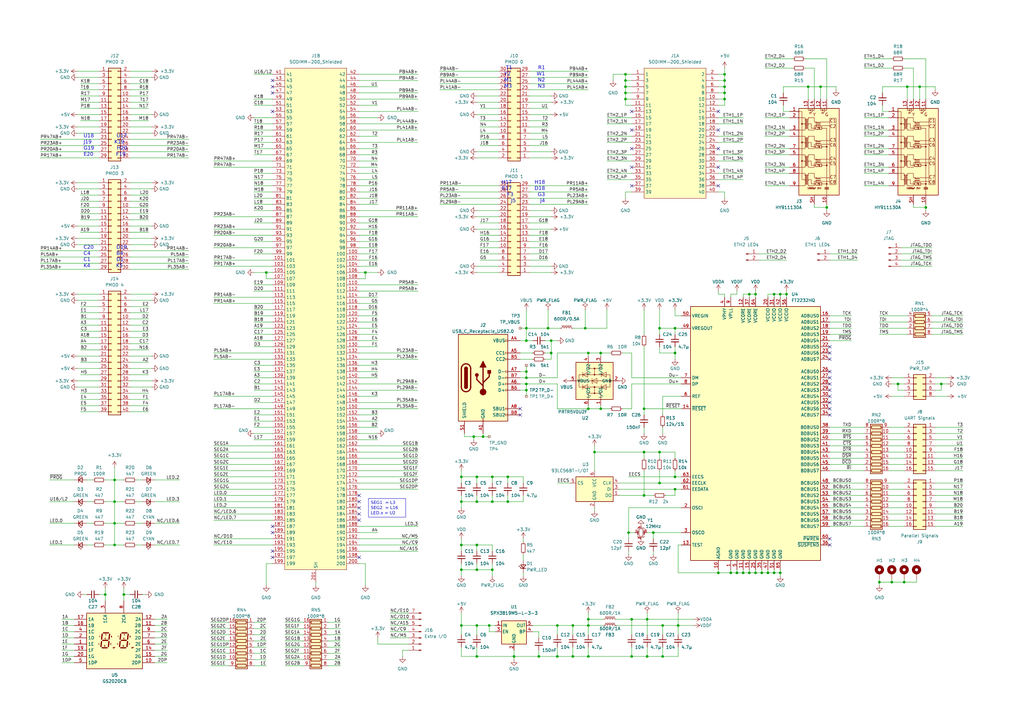
<source format=kicad_sch>
(kicad_sch (version 20230121) (generator eeschema)
  (paper "A3")
  (title_block (title "ECP5 Breakout Board") (date "2023-04-01") (rev "v1.0") (comment 2 "   * Colorlight i9 v7.2 (LFE5U-45F)") (comment 3 "   * Colorlight i5 v7.0 (LFE5U-25F)") (comment 4 "Supported FPGA Cards:"))
  (lib_symbols
    (symbol "Connector:Conn_01x02_Pin" (pin_names (offset 1.016) hide)
      (property "Reference" "J" (at 0 2.54 0))
      (property "Value" "Conn_01x02_Pin" (at 0 -5.08 0))
      (symbol "Conn_01x02_Pin_1_1"
        (pin passive line (at 5.08 0 180) (length 3.81) (name "Pin_1") (number "1"))
        (pin passive line (at 5.08 -2.54 180) (length 3.81) (name "Pin_2") (number "2"))
      )
    )
    (symbol "Connector:Conn_01x04_Pin" (pin_names (offset 1.016) hide)
      (property "Reference" "J" (at 0 5.08 0))
      (property "Value" "Conn_01x04_Pin" (at 0 -7.62 0))
      (symbol "Conn_01x04_Pin_1_1"
        (pin passive line (at 5.08 2.54 180) (length 3.81) (name "Pin_1") (number "1"))
        (pin passive line (at 5.08 0 180) (length 3.81) (name "Pin_2") (number "2"))
        (pin passive line (at 5.08 -2.54 180) (length 3.81) (name "Pin_3") (number "3"))
        (pin passive line (at 5.08 -5.08 180) (length 3.81) (name "Pin_4") (number "4"))
      )
    )
    (symbol "Connector:Conn_01x07_Pin" (pin_names (offset 1.016) hide)
      (property "Reference" "J" (at 0 10.16 0))
      (property "Value" "Conn_01x07_Pin" (at 0 -10.16 0))
      (symbol "Conn_01x07_Pin_1_1"
        (pin passive line (at 5.08 7.62 180) (length 3.81) (name "Pin_1") (number "1"))
        (pin passive line (at 5.08 5.08 180) (length 3.81) (name "Pin_2") (number "2"))
        (pin passive line (at 5.08 2.54 180) (length 3.81) (name "Pin_3") (number "3"))
        (pin passive line (at 5.08 0 180) (length 3.81) (name "Pin_4") (number "4"))
        (pin passive line (at 5.08 -2.54 180) (length 3.81) (name "Pin_5") (number "5"))
        (pin passive line (at 5.08 -5.08 180) (length 3.81) (name "Pin_6") (number "6"))
        (pin passive line (at 5.08 -7.62 180) (length 3.81) (name "Pin_7") (number "7"))
      )
    )
    (symbol "Connector:SODIMM-200_Shielded"
      (property "Reference" "J" (at 0 1.27 0))
      (property "Value" "SODIMM-200_Shielded" (at 0 -1.27 0))
      (symbol "SODIMM-200_Shielded_1_1"
        (pin passive line (at -17.78 22.86 0) (length 5.08) (name "1") (number "1"))
        (pin passive line (at 17.78 12.7 180) (length 5.08) (name "10") (number "10"))
        (pin passive line (at -17.78 10.16 0) (length 5.08) (name "11") (number "11"))
        (pin passive line (at 17.78 10.16 180) (length 5.08) (name "12") (number "12"))
        (pin passive line (at -17.78 7.62 0) (length 5.08) (name "13") (number "13"))
        (pin passive line (at 17.78 7.62 180) (length 5.08) (name "14") (number "14"))
        (pin passive line (at -17.78 5.08 0) (length 5.08) (name "15") (number "15"))
        (pin passive line (at 17.78 5.08 180) (length 5.08) (name "16") (number "16"))
        (pin passive line (at -17.78 2.54 0) (length 5.08) (name "17") (number "17"))
        (pin passive line (at 17.78 2.54 180) (length 5.08) (name "18") (number "18"))
        (pin passive line (at -17.78 0 0) (length 5.08) (name "19") (number "19"))
        (pin passive line (at 17.78 22.86 180) (length 5.08) (name "2") (number "2"))
        (pin passive line (at 17.78 0 180) (length 5.08) (name "20") (number "20"))
        (pin passive line (at -17.78 -2.54 0) (length 5.08) (name "21") (number "21"))
        (pin passive line (at 17.78 -2.54 180) (length 5.08) (name "22") (number "22"))
        (pin passive line (at -17.78 -5.08 0) (length 5.08) (name "23") (number "23"))
        (pin passive line (at 17.78 -5.08 180) (length 5.08) (name "24") (number "24"))
        (pin passive line (at -17.78 -7.62 0) (length 5.08) (name "25") (number "25"))
        (pin passive line (at 17.78 -7.62 180) (length 5.08) (name "26") (number "26"))
        (pin passive line (at -17.78 -10.16 0) (length 5.08) (name "27") (number "27"))
        (pin passive line (at 17.78 -10.16 180) (length 5.08) (name "28") (number "28"))
        (pin passive line (at -17.78 -12.7 0) (length 5.08) (name "29") (number "29"))
        (pin passive line (at -17.78 20.32 0) (length 5.08) (name "3") (number "3"))
        (pin passive line (at 17.78 -12.7 180) (length 5.08) (name "30") (number "30"))
        (pin passive line (at -17.78 -15.24 0) (length 5.08) (name "31") (number "31"))
        (pin passive line (at 17.78 -15.24 180) (length 5.08) (name "32") (number "32"))
        (pin passive line (at -17.78 -17.78 0) (length 5.08) (name "33") (number "33"))
        (pin passive line (at 17.78 -17.78 180) (length 5.08) (name "34") (number "34"))
        (pin passive line (at -17.78 -20.32 0) (length 5.08) (name "35") (number "35"))
        (pin passive line (at 17.78 -20.32 180) (length 5.08) (name "36") (number "36"))
        (pin passive line (at -17.78 -22.86 0) (length 5.08) (name "37") (number "37"))
        (pin passive line (at 17.78 -22.86 180) (length 5.08) (name "38") (number "38"))
        (pin passive line (at -17.78 -25.4 0) (length 5.08) (name "39") (number "39"))
        (pin passive line (at 17.78 20.32 180) (length 5.08) (name "4") (number "4"))
        (pin passive line (at 17.78 -25.4 180) (length 5.08) (name "40") (number "40"))
        (pin passive line (at -17.78 17.78 0) (length 5.08) (name "5") (number "5"))
        (pin passive line (at 17.78 17.78 180) (length 5.08) (name "6") (number "6"))
        (pin passive line (at -17.78 15.24 0) (length 5.08) (name "7") (number "7"))
        (pin passive line (at 17.78 15.24 180) (length 5.08) (name "8") (number "8"))
        (pin passive line (at -17.78 12.7 0) (length 5.08) (name "9") (number "9"))
      )
      (symbol "SODIMM-200_Shielded_2_1"
        (pin passive line (at 17.78 25.4 180) (length 5.08) (name "100") (number "100"))
        (pin passive line (at -17.78 22.86 0) (length 5.08) (name "101") (number "101"))
        (pin passive line (at 17.78 22.86 180) (length 5.08) (name "102") (number "102"))
        (pin passive line (at -17.78 20.32 0) (length 5.08) (name "103") (number "103"))
        (pin passive line (at 17.78 20.32 180) (length 5.08) (name "104") (number "104"))
        (pin passive line (at -17.78 17.78 0) (length 5.08) (name "105") (number "105"))
        (pin passive line (at 17.78 17.78 180) (length 5.08) (name "106") (number "106"))
        (pin passive line (at -17.78 15.24 0) (length 5.08) (name "107") (number "107"))
        (pin passive line (at 17.78 15.24 180) (length 5.08) (name "108") (number "108"))
        (pin passive line (at -17.78 12.7 0) (length 5.08) (name "109") (number "109"))
        (pin passive line (at 17.78 12.7 180) (length 5.08) (name "110") (number "110"))
        (pin passive line (at -17.78 10.16 0) (length 5.08) (name "111") (number "111"))
        (pin passive line (at 17.78 10.16 180) (length 5.08) (name "112") (number "112"))
        (pin passive line (at -17.78 7.62 0) (length 5.08) (name "113") (number "113"))
        (pin passive line (at 17.78 7.62 180) (length 5.08) (name "114") (number "114"))
        (pin passive line (at -17.78 5.08 0) (length 5.08) (name "115") (number "115"))
        (pin passive line (at 17.78 5.08 180) (length 5.08) (name "116") (number "116"))
        (pin passive line (at -17.78 2.54 0) (length 5.08) (name "117") (number "117"))
        (pin passive line (at 17.78 2.54 180) (length 5.08) (name "118") (number "118"))
        (pin passive line (at -17.78 0 0) (length 5.08) (name "119") (number "119"))
        (pin passive line (at 17.78 0 180) (length 5.08) (name "120") (number "120"))
        (pin passive line (at -17.78 -2.54 0) (length 5.08) (name "121") (number "121"))
        (pin passive line (at 17.78 -2.54 180) (length 5.08) (name "122") (number "122"))
        (pin passive line (at -17.78 -5.08 0) (length 5.08) (name "123") (number "123"))
        (pin passive line (at 17.78 -5.08 180) (length 5.08) (name "124") (number "124"))
        (pin passive line (at -17.78 -7.62 0) (length 5.08) (name "125") (number "125"))
        (pin passive line (at 17.78 -7.62 180) (length 5.08) (name "126") (number "126"))
        (pin passive line (at -17.78 -10.16 0) (length 5.08) (name "127") (number "127"))
        (pin passive line (at 17.78 -10.16 180) (length 5.08) (name "128") (number "128"))
        (pin passive line (at -17.78 -12.7 0) (length 5.08) (name "129") (number "129"))
        (pin passive line (at 17.78 -12.7 180) (length 5.08) (name "130") (number "130"))
        (pin passive line (at -17.78 -15.24 0) (length 5.08) (name "131") (number "131"))
        (pin passive line (at 17.78 -15.24 180) (length 5.08) (name "132") (number "132"))
        (pin passive line (at -17.78 -17.78 0) (length 5.08) (name "133") (number "133"))
        (pin passive line (at 17.78 -17.78 180) (length 5.08) (name "134") (number "134"))
        (pin passive line (at -17.78 -20.32 0) (length 5.08) (name "135") (number "135"))
        (pin passive line (at 17.78 -20.32 180) (length 5.08) (name "136") (number "136"))
        (pin passive line (at -17.78 -22.86 0) (length 5.08) (name "137") (number "137"))
        (pin passive line (at 17.78 -22.86 180) (length 5.08) (name "138") (number "138"))
        (pin passive line (at -17.78 -25.4 0) (length 5.08) (name "139") (number "139"))
        (pin passive line (at 17.78 -25.4 180) (length 5.08) (name "140") (number "140"))
        (pin passive line (at -17.78 -27.94 0) (length 5.08) (name "141") (number "141"))
        (pin passive line (at 17.78 -27.94 180) (length 5.08) (name "142") (number "142"))
        (pin passive line (at -17.78 -30.48 0) (length 5.08) (name "143") (number "143"))
        (pin passive line (at 17.78 -30.48 180) (length 5.08) (name "144") (number "144"))
        (pin passive line (at -17.78 -33.02 0) (length 5.08) (name "145") (number "145"))
        (pin passive line (at 17.78 -33.02 180) (length 5.08) (name "146") (number "146"))
        (pin passive line (at -17.78 -35.56 0) (length 5.08) (name "147") (number "147"))
        (pin passive line (at 17.78 -35.56 180) (length 5.08) (name "148") (number "148"))
        (pin passive line (at -17.78 -38.1 0) (length 5.08) (name "149") (number "149"))
        (pin passive line (at 17.78 -38.1 180) (length 5.08) (name "150") (number "150"))
        (pin passive line (at -17.78 -40.64 0) (length 5.08) (name "151") (number "151"))
        (pin passive line (at 17.78 -40.64 180) (length 5.08) (name "152") (number "152"))
        (pin passive line (at -17.78 -43.18 0) (length 5.08) (name "153") (number "153"))
        (pin passive line (at 17.78 -43.18 180) (length 5.08) (name "154") (number "154"))
        (pin passive line (at -17.78 -45.72 0) (length 5.08) (name "155") (number "155"))
        (pin passive line (at 17.78 -45.72 180) (length 5.08) (name "156") (number "156"))
        (pin passive line (at -17.78 -48.26 0) (length 5.08) (name "157") (number "157"))
        (pin passive line (at 17.78 -48.26 180) (length 5.08) (name "158") (number "158"))
        (pin passive line (at -17.78 -50.8 0) (length 5.08) (name "159") (number "159"))
        (pin passive line (at 17.78 -50.8 180) (length 5.08) (name "160") (number "160"))
        (pin passive line (at -17.78 -53.34 0) (length 5.08) (name "161") (number "161"))
        (pin passive line (at 17.78 -53.34 180) (length 5.08) (name "162") (number "162"))
        (pin passive line (at -17.78 -55.88 0) (length 5.08) (name "163") (number "163"))
        (pin passive line (at 17.78 -55.88 180) (length 5.08) (name "164") (number "164"))
        (pin passive line (at -17.78 -58.42 0) (length 5.08) (name "165") (number "165"))
        (pin passive line (at 17.78 -58.42 180) (length 5.08) (name "166") (number "166"))
        (pin passive line (at -17.78 -60.96 0) (length 5.08) (name "167") (number "167"))
        (pin passive line (at 17.78 -60.96 180) (length 5.08) (name "168") (number "168"))
        (pin passive line (at -17.78 -63.5 0) (length 5.08) (name "169") (number "169"))
        (pin passive line (at 17.78 -63.5 180) (length 5.08) (name "170") (number "170"))
        (pin passive line (at -17.78 -66.04 0) (length 5.08) (name "171") (number "171"))
        (pin passive line (at 17.78 -66.04 180) (length 5.08) (name "172") (number "172"))
        (pin passive line (at -17.78 -68.58 0) (length 5.08) (name "173") (number "173"))
        (pin passive line (at 17.78 -68.58 180) (length 5.08) (name "174") (number "174"))
        (pin passive line (at -17.78 -71.12 0) (length 5.08) (name "175") (number "175"))
        (pin passive line (at 17.78 -71.12 180) (length 5.08) (name "176") (number "176"))
        (pin passive line (at -17.78 -73.66 0) (length 5.08) (name "177") (number "177"))
        (pin passive line (at 17.78 -73.66 180) (length 5.08) (name "178") (number "178"))
        (pin passive line (at -17.78 -76.2 0) (length 5.08) (name "179") (number "179"))
        (pin passive line (at 17.78 -76.2 180) (length 5.08) (name "180") (number "180"))
        (pin passive line (at -17.78 -78.74 0) (length 5.08) (name "181") (number "181"))
        (pin passive line (at 17.78 -78.74 180) (length 5.08) (name "182") (number "182"))
        (pin passive line (at -17.78 -81.28 0) (length 5.08) (name "183") (number "183"))
        (pin passive line (at 17.78 -81.28 180) (length 5.08) (name "184") (number "184"))
        (pin passive line (at -17.78 -83.82 0) (length 5.08) (name "185") (number "185"))
        (pin passive line (at 17.78 -83.82 180) (length 5.08) (name "186") (number "186"))
        (pin passive line (at -17.78 -86.36 0) (length 5.08) (name "187") (number "187"))
        (pin passive line (at 17.78 -86.36 180) (length 5.08) (name "188") (number "188"))
        (pin passive line (at -17.78 -88.9 0) (length 5.08) (name "189") (number "189"))
        (pin passive line (at 17.78 -88.9 180) (length 5.08) (name "190") (number "190"))
        (pin passive line (at -17.78 -91.44 0) (length 5.08) (name "191") (number "191"))
        (pin passive line (at 17.78 -91.44 180) (length 5.08) (name "192") (number "192"))
        (pin passive line (at -17.78 -93.98 0) (length 5.08) (name "193") (number "193"))
        (pin passive line (at 17.78 -93.98 180) (length 5.08) (name "194") (number "194"))
        (pin passive line (at -17.78 -96.52 0) (length 5.08) (name "195") (number "195"))
        (pin passive line (at 17.78 -96.52 180) (length 5.08) (name "196") (number "196"))
        (pin passive line (at -17.78 -99.06 0) (length 5.08) (name "197") (number "197"))
        (pin passive line (at 17.78 -99.06 180) (length 5.08) (name "198") (number "198"))
        (pin passive line (at -17.78 -101.6 0) (length 5.08) (name "199") (number "199"))
        (pin passive line (at 17.78 -101.6 180) (length 5.08) (name "200") (number "200"))
        (pin passive line (at 0 -109.22 90) (length 5.08) (name "SH") (number "201"))
        (pin passive line (at -17.78 99.06 0) (length 5.08) (name "41") (number "41"))
        (pin passive line (at 17.78 99.06 180) (length 5.08) (name "42") (number "42"))
        (pin passive line (at -17.78 96.52 0) (length 5.08) (name "43") (number "43"))
        (pin passive line (at 17.78 96.52 180) (length 5.08) (name "44") (number "44"))
        (pin passive line (at -17.78 93.98 0) (length 5.08) (name "45") (number "45"))
        (pin passive line (at 17.78 93.98 180) (length 5.08) (name "46") (number "46"))
        (pin passive line (at -17.78 91.44 0) (length 5.08) (name "47") (number "47"))
        (pin passive line (at 17.78 91.44 180) (length 5.08) (name "48") (number "48"))
        (pin passive line (at -17.78 88.9 0) (length 5.08) (name "49") (number "49"))
        (pin passive line (at 17.78 88.9 180) (length 5.08) (name "50") (number "50"))
        (pin passive line (at -17.78 86.36 0) (length 5.08) (name "51") (number "51"))
        (pin passive line (at 17.78 86.36 180) (length 5.08) (name "52") (number "52"))
        (pin passive line (at -17.78 83.82 0) (length 5.08) (name "53") (number "53"))
        (pin passive line (at 17.78 83.82 180) (length 5.08) (name "54") (number "54"))
        (pin passive line (at -17.78 81.28 0) (length 5.08) (name "55") (number "55"))
        (pin passive line (at 17.78 81.28 180) (length 5.08) (name "56") (number "56"))
        (pin passive line (at -17.78 78.74 0) (length 5.08) (name "57") (number "57"))
        (pin passive line (at 17.78 78.74 180) (length 5.08) (name "58") (number "58"))
        (pin passive line (at -17.78 76.2 0) (length 5.08) (name "59") (number "59"))
        (pin passive line (at 17.78 76.2 180) (length 5.08) (name "60") (number "60"))
        (pin passive line (at -17.78 73.66 0) (length 5.08) (name "61") (number "61"))
        (pin passive line (at 17.78 73.66 180) (length 5.08) (name "62") (number "62"))
        (pin passive line (at -17.78 71.12 0) (length 5.08) (name "63") (number "63"))
        (pin passive line (at 17.78 71.12 180) (length 5.08) (name "64") (number "64"))
        (pin passive line (at -17.78 68.58 0) (length 5.08) (name "65") (number "65"))
        (pin passive line (at 17.78 68.58 180) (length 5.08) (name "66") (number "66"))
        (pin passive line (at -17.78 66.04 0) (length 5.08) (name "67") (number "67"))
        (pin passive line (at 17.78 66.04 180) (length 5.08) (name "68") (number "68"))
        (pin passive line (at -17.78 63.5 0) (length 5.08) (name "69") (number "69"))
        (pin passive line (at 17.78 63.5 180) (length 5.08) (name "70") (number "70"))
        (pin passive line (at -17.78 60.96 0) (length 5.08) (name "71") (number "71"))
        (pin passive line (at 17.78 60.96 180) (length 5.08) (name "72") (number "72"))
        (pin passive line (at -17.78 58.42 0) (length 5.08) (name "73") (number "73"))
        (pin passive line (at 17.78 58.42 180) (length 5.08) (name "74") (number "74"))
        (pin passive line (at -17.78 55.88 0) (length 5.08) (name "75") (number "75"))
        (pin passive line (at 17.78 55.88 180) (length 5.08) (name "76") (number "76"))
        (pin passive line (at -17.78 53.34 0) (length 5.08) (name "77") (number "77"))
        (pin passive line (at 17.78 53.34 180) (length 5.08) (name "78") (number "78"))
        (pin passive line (at -17.78 50.8 0) (length 5.08) (name "79") (number "79"))
        (pin passive line (at 17.78 50.8 180) (length 5.08) (name "80") (number "80"))
        (pin passive line (at -17.78 48.26 0) (length 5.08) (name "81") (number "81"))
        (pin passive line (at 17.78 48.26 180) (length 5.08) (name "82") (number "82"))
        (pin passive line (at -17.78 45.72 0) (length 5.08) (name "83") (number "83"))
        (pin passive line (at 17.78 45.72 180) (length 5.08) (name "84") (number "84"))
        (pin passive line (at -17.78 43.18 0) (length 5.08) (name "85") (number "85"))
        (pin passive line (at 17.78 43.18 180) (length 5.08) (name "86") (number "86"))
        (pin passive line (at -17.78 40.64 0) (length 5.08) (name "87") (number "87"))
        (pin passive line (at 17.78 40.64 180) (length 5.08) (name "88") (number "88"))
        (pin passive line (at -17.78 38.1 0) (length 5.08) (name "89") (number "89"))
        (pin passive line (at 17.78 38.1 180) (length 5.08) (name "90") (number "90"))
        (pin passive line (at -17.78 35.56 0) (length 5.08) (name "91") (number "91"))
        (pin passive line (at 17.78 35.56 180) (length 5.08) (name "92") (number "92"))
        (pin passive line (at -17.78 33.02 0) (length 5.08) (name "93") (number "93"))
        (pin passive line (at 17.78 33.02 180) (length 5.08) (name "94") (number "94"))
        (pin passive line (at -17.78 30.48 0) (length 5.08) (name "95") (number "95"))
        (pin passive line (at 17.78 30.48 180) (length 5.08) (name "96") (number "96"))
        (pin passive line (at -17.78 27.94 0) (length 5.08) (name "97") (number "97"))
        (pin passive line (at 17.78 27.94 180) (length 5.08) (name "98") (number "98"))
        (pin passive line (at -17.78 25.4 0) (length 5.08) (name "99") (number "99"))
      )
    )
    (symbol "Connector:TestPoint_Small" (pin_numbers hide) (pin_names (offset 0.762) hide)
      (property "Reference" "TP" (at 0 3.81 0))
      (property "Value" "TestPoint_Small" (at 0 2.032 0))
      (symbol "TestPoint_Small_1_1"
        (pin passive line (at 0 0 90) (length 0) (name "1") (number "1"))
      )
    )
    (symbol "Connector:USB_C_Receptacle_USB2.0" (pin_names (offset 1.016))
      (property "Reference" "J" (at -10.16 19.05 0))
      (property "Value" "USB_C_Receptacle_USB2.0" (at 19.05 19.05 0))
      (symbol "USB_C_Receptacle_USB2.0_1_1"
        (pin passive line (at 0 -22.86 90) (length 5.08) (name "GND") (number "A1"))
        (pin passive line (at 0 -22.86 90) (length 5.08) hide (name "GND") (number "A12"))
        (pin passive line (at 15.24 15.24 180) (length 5.08) (name "VBUS") (number "A4"))
        (pin bidirectional line (at 15.24 10.16 180) (length 5.08) (name "CC1") (number "A5"))
        (pin bidirectional line (at 15.24 -2.54 180) (length 5.08) (name "D+") (number "A6"))
        (pin bidirectional line (at 15.24 2.54 180) (length 5.08) (name "D-") (number "A7"))
        (pin bidirectional line (at 15.24 -12.7 180) (length 5.08) (name "SBU1") (number "A8"))
        (pin passive line (at 15.24 15.24 180) (length 5.08) hide (name "VBUS") (number "A9"))
        (pin passive line (at 0 -22.86 90) (length 5.08) hide (name "GND") (number "B1"))
        (pin passive line (at 0 -22.86 90) (length 5.08) hide (name "GND") (number "B12"))
        (pin passive line (at 15.24 15.24 180) (length 5.08) hide (name "VBUS") (number "B4"))
        (pin bidirectional line (at 15.24 7.62 180) (length 5.08) (name "CC2") (number "B5"))
        (pin bidirectional line (at 15.24 -5.08 180) (length 5.08) (name "D+") (number "B6"))
        (pin bidirectional line (at 15.24 0 180) (length 5.08) (name "D-") (number "B7"))
        (pin bidirectional line (at 15.24 -15.24 180) (length 5.08) (name "SBU2") (number "B8"))
        (pin passive line (at 15.24 15.24 180) (length 5.08) hide (name "VBUS") (number "B9"))
        (pin passive line (at -7.62 -22.86 90) (length 5.08) (name "SHIELD") (number "S1"))
      )
    )
    (symbol "Connector_Generic:Conn_02x04_Odd_Even" (pin_names (offset 1.016) hide)
      (property "Reference" "J" (at 1.27 5.08 0))
      (property "Value" "Conn_02x04_Odd_Even" (at 1.27 -7.62 0))
      (symbol "Conn_02x04_Odd_Even_1_1"
        (pin passive line (at -5.08 2.54 0) (length 3.81) (name "Pin_1") (number "1"))
        (pin passive line (at 7.62 2.54 180) (length 3.81) (name "Pin_2") (number "2"))
        (pin passive line (at -5.08 0 0) (length 3.81) (name "Pin_3") (number "3"))
        (pin passive line (at 7.62 0 180) (length 3.81) (name "Pin_4") (number "4"))
        (pin passive line (at -5.08 -2.54 0) (length 3.81) (name "Pin_5") (number "5"))
        (pin passive line (at 7.62 -2.54 180) (length 3.81) (name "Pin_6") (number "6"))
        (pin passive line (at -5.08 -5.08 0) (length 3.81) (name "Pin_7") (number "7"))
        (pin passive line (at 7.62 -5.08 180) (length 3.81) (name "Pin_8") (number "8"))
      )
    )
    (symbol "Connector_Generic:Conn_02x08_Odd_Even" (pin_names (offset 1.016) hide)
      (property "Reference" "J" (at 1.27 10.16 0))
      (property "Value" "Conn_02x08_Odd_Even" (at 1.27 -12.7 0))
      (symbol "Conn_02x08_Odd_Even_1_1"
        (pin passive line (at -5.08 7.62 0) (length 3.81) (name "Pin_1") (number "1"))
        (pin passive line (at 7.62 -2.54 180) (length 3.81) (name "Pin_10") (number "10"))
        (pin passive line (at -5.08 -5.08 0) (length 3.81) (name "Pin_11") (number "11"))
        (pin passive line (at 7.62 -5.08 180) (length 3.81) (name "Pin_12") (number "12"))
        (pin passive line (at -5.08 -7.62 0) (length 3.81) (name "Pin_13") (number "13"))
        (pin passive line (at 7.62 -7.62 180) (length 3.81) (name "Pin_14") (number "14"))
        (pin passive line (at -5.08 -10.16 0) (length 3.81) (name "Pin_15") (number "15"))
        (pin passive line (at 7.62 -10.16 180) (length 3.81) (name "Pin_16") (number "16"))
        (pin passive line (at 7.62 7.62 180) (length 3.81) (name "Pin_2") (number "2"))
        (pin passive line (at -5.08 5.08 0) (length 3.81) (name "Pin_3") (number "3"))
        (pin passive line (at 7.62 5.08 180) (length 3.81) (name "Pin_4") (number "4"))
        (pin passive line (at -5.08 2.54 0) (length 3.81) (name "Pin_5") (number "5"))
        (pin passive line (at 7.62 2.54 180) (length 3.81) (name "Pin_6") (number "6"))
        (pin passive line (at -5.08 0 0) (length 3.81) (name "Pin_7") (number "7"))
        (pin passive line (at 7.62 0 180) (length 3.81) (name "Pin_8") (number "8"))
        (pin passive line (at -5.08 -2.54 0) (length 3.81) (name "Pin_9") (number "9"))
      )
    )
    (symbol "Connector_Generic:Conn_02x15_Odd_Even" (pin_names (offset 1.016) hide)
      (property "Reference" "J" (at 1.27 20.32 0))
      (property "Value" "Conn_02x15_Odd_Even" (at 1.27 -20.32 0))
      (symbol "Conn_02x15_Odd_Even_1_1"
        (pin passive line (at -5.08 17.78 0) (length 3.81) (name "Pin_1") (number "1"))
        (pin passive line (at 7.62 7.62 180) (length 3.81) (name "Pin_10") (number "10"))
        (pin passive line (at -5.08 5.08 0) (length 3.81) (name "Pin_11") (number "11"))
        (pin passive line (at 7.62 5.08 180) (length 3.81) (name "Pin_12") (number "12"))
        (pin passive line (at -5.08 2.54 0) (length 3.81) (name "Pin_13") (number "13"))
        (pin passive line (at 7.62 2.54 180) (length 3.81) (name "Pin_14") (number "14"))
        (pin passive line (at -5.08 0 0) (length 3.81) (name "Pin_15") (number "15"))
        (pin passive line (at 7.62 0 180) (length 3.81) (name "Pin_16") (number "16"))
        (pin passive line (at -5.08 -2.54 0) (length 3.81) (name "Pin_17") (number "17"))
        (pin passive line (at 7.62 -2.54 180) (length 3.81) (name "Pin_18") (number "18"))
        (pin passive line (at -5.08 -5.08 0) (length 3.81) (name "Pin_19") (number "19"))
        (pin passive line (at 7.62 17.78 180) (length 3.81) (name "Pin_2") (number "2"))
        (pin passive line (at 7.62 -5.08 180) (length 3.81) (name "Pin_20") (number "20"))
        (pin passive line (at -5.08 -7.62 0) (length 3.81) (name "Pin_21") (number "21"))
        (pin passive line (at 7.62 -7.62 180) (length 3.81) (name "Pin_22") (number "22"))
        (pin passive line (at -5.08 -10.16 0) (length 3.81) (name "Pin_23") (number "23"))
        (pin passive line (at 7.62 -10.16 180) (length 3.81) (name "Pin_24") (number "24"))
        (pin passive line (at -5.08 -12.7 0) (length 3.81) (name "Pin_25") (number "25"))
        (pin passive line (at 7.62 -12.7 180) (length 3.81) (name "Pin_26") (number "26"))
        (pin passive line (at -5.08 -15.24 0) (length 3.81) (name "Pin_27") (number "27"))
        (pin passive line (at 7.62 -15.24 180) (length 3.81) (name "Pin_28") (number "28"))
        (pin passive line (at -5.08 -17.78 0) (length 3.81) (name "Pin_29") (number "29"))
        (pin passive line (at -5.08 15.24 0) (length 3.81) (name "Pin_3") (number "3"))
        (pin passive line (at 7.62 -17.78 180) (length 3.81) (name "Pin_30") (number "30"))
        (pin passive line (at 7.62 15.24 180) (length 3.81) (name "Pin_4") (number "4"))
        (pin passive line (at -5.08 12.7 0) (length 3.81) (name "Pin_5") (number "5"))
        (pin passive line (at 7.62 12.7 180) (length 3.81) (name "Pin_6") (number "6"))
        (pin passive line (at -5.08 10.16 0) (length 3.81) (name "Pin_7") (number "7"))
        (pin passive line (at 7.62 10.16 180) (length 3.81) (name "Pin_8") (number "8"))
        (pin passive line (at -5.08 7.62 0) (length 3.81) (name "Pin_9") (number "9"))
      )
    )
    (symbol "Connector_Generic:Conn_02x20_Odd_Even" (pin_names (offset 1.016) hide)
      (property "Reference" "J" (at 1.27 25.4 0))
      (property "Value" "Conn_02x20_Odd_Even" (at 1.27 -27.94 0))
      (symbol "Conn_02x20_Odd_Even_1_1"
        (pin passive line (at -5.08 22.86 0) (length 3.81) (name "Pin_1") (number "1"))
        (pin passive line (at 7.62 12.7 180) (length 3.81) (name "Pin_10") (number "10"))
        (pin passive line (at -5.08 10.16 0) (length 3.81) (name "Pin_11") (number "11"))
        (pin passive line (at 7.62 10.16 180) (length 3.81) (name "Pin_12") (number "12"))
        (pin passive line (at -5.08 7.62 0) (length 3.81) (name "Pin_13") (number "13"))
        (pin passive line (at 7.62 7.62 180) (length 3.81) (name "Pin_14") (number "14"))
        (pin passive line (at -5.08 5.08 0) (length 3.81) (name "Pin_15") (number "15"))
        (pin passive line (at 7.62 5.08 180) (length 3.81) (name "Pin_16") (number "16"))
        (pin passive line (at -5.08 2.54 0) (length 3.81) (name "Pin_17") (number "17"))
        (pin passive line (at 7.62 2.54 180) (length 3.81) (name "Pin_18") (number "18"))
        (pin passive line (at -5.08 0 0) (length 3.81) (name "Pin_19") (number "19"))
        (pin passive line (at 7.62 22.86 180) (length 3.81) (name "Pin_2") (number "2"))
        (pin passive line (at 7.62 0 180) (length 3.81) (name "Pin_20") (number "20"))
        (pin passive line (at -5.08 -2.54 0) (length 3.81) (name "Pin_21") (number "21"))
        (pin passive line (at 7.62 -2.54 180) (length 3.81) (name "Pin_22") (number "22"))
        (pin passive line (at -5.08 -5.08 0) (length 3.81) (name "Pin_23") (number "23"))
        (pin passive line (at 7.62 -5.08 180) (length 3.81) (name "Pin_24") (number "24"))
        (pin passive line (at -5.08 -7.62 0) (length 3.81) (name "Pin_25") (number "25"))
        (pin passive line (at 7.62 -7.62 180) (length 3.81) (name "Pin_26") (number "26"))
        (pin passive line (at -5.08 -10.16 0) (length 3.81) (name "Pin_27") (number "27"))
        (pin passive line (at 7.62 -10.16 180) (length 3.81) (name "Pin_28") (number "28"))
        (pin passive line (at -5.08 -12.7 0) (length 3.81) (name "Pin_29") (number "29"))
        (pin passive line (at -5.08 20.32 0) (length 3.81) (name "Pin_3") (number "3"))
        (pin passive line (at 7.62 -12.7 180) (length 3.81) (name "Pin_30") (number "30"))
        (pin passive line (at -5.08 -15.24 0) (length 3.81) (name "Pin_31") (number "31"))
        (pin passive line (at 7.62 -15.24 180) (length 3.81) (name "Pin_32") (number "32"))
        (pin passive line (at -5.08 -17.78 0) (length 3.81) (name "Pin_33") (number "33"))
        (pin passive line (at 7.62 -17.78 180) (length 3.81) (name "Pin_34") (number "34"))
        (pin passive line (at -5.08 -20.32 0) (length 3.81) (name "Pin_35") (number "35"))
        (pin passive line (at 7.62 -20.32 180) (length 3.81) (name "Pin_36") (number "36"))
        (pin passive line (at -5.08 -22.86 0) (length 3.81) (name "Pin_37") (number "37"))
        (pin passive line (at 7.62 -22.86 180) (length 3.81) (name "Pin_38") (number "38"))
        (pin passive line (at -5.08 -25.4 0) (length 3.81) (name "Pin_39") (number "39"))
        (pin passive line (at 7.62 20.32 180) (length 3.81) (name "Pin_4") (number "4"))
        (pin passive line (at 7.62 -25.4 180) (length 3.81) (name "Pin_40") (number "40"))
        (pin passive line (at -5.08 17.78 0) (length 3.81) (name "Pin_5") (number "5"))
        (pin passive line (at 7.62 17.78 180) (length 3.81) (name "Pin_6") (number "6"))
        (pin passive line (at -5.08 15.24 0) (length 3.81) (name "Pin_7") (number "7"))
        (pin passive line (at 7.62 15.24 180) (length 3.81) (name "Pin_8") (number "8"))
        (pin passive line (at -5.08 12.7 0) (length 3.81) (name "Pin_9") (number "9"))
      )
    )
    (symbol "Connector_RJ_Extra:HY911130A" (pin_names hide)
      (property "Reference" "J" (at -7.62 20.32 0))
      (property "Value" "HY911130A" (at 15.24 20.32 0))
      (symbol "HY911130A_0_0"
        (text "1000pF 2kV" (at 2.54 -13.716 0) (effects (font (size 0.635 0.635))))
        (text "75" (at 0.762 -11.938 0) (effects (font (size 0.635 0.635))))
        (text "75" (at 0.762 -4.318 0) (effects (font (size 0.635 0.635))))
        (text "75" (at 0.762 3.302 0) (effects (font (size 0.635 0.635))))
        (text "75" (at 0.762 10.922 0) (effects (font (size 0.635 0.635))))
        (text "C1" (at -5.08 13.97 0) (effects (font (size 1.27 1.27))))
        (text "C2" (at -5.08 11.684 0) (effects (font (size 1.27 1.27))))
        (text "C3" (at -5.08 6.096 0) (effects (font (size 1.27 1.27))))
        (text "C4" (at -5.08 -1.524 0) (effects (font (size 1.27 1.27))))
        (text "C5" (at -5.08 -3.556 0) (effects (font (size 1.27 1.27))))
        (text "C6" (at -5.08 4.064 0) (effects (font (size 1.27 1.27))))
        (text "C7" (at -5.08 -9.144 0) (effects (font (size 1.27 1.27))))
        (text "C8" (at -5.08 -11.176 0) (effects (font (size 1.27 1.27))))
        (text "G" (at -2.54 16.51 0) (effects (font (size 1.27 1.27))))
        (text "Y" (at 2.54 16.51 0) (effects (font (size 1.27 1.27))))
      )
      (symbol "HY911130A_0_1"
        (pin passive line (at -2.54 -20.32 90) (length 3.81) (name "GND") (number "10"))
      )
      (symbol "HY911130A_1_1"
        (pin passive line (at 12.7 17.78 180) (length 3.81) (name "CT") (number "1"))
        (pin passive line (at -2.54 22.86 270) (length 3.81) (name "~") (number "11"))
        (pin passive line (at 0 22.86 270) (length 3.81) (name "~") (number "12"))
        (pin passive line (at 5.08 22.86 270) (length 3.81) (name "~") (number "13"))
        (pin passive line (at 2.54 22.86 270) (length 3.81) (name "~") (number "14"))
        (pin passive line (at 12.7 15.24 180) (length 3.81) (name "TD1+") (number "2"))
        (pin passive line (at 12.7 10.16 180) (length 3.81) (name "TD1-") (number "3"))
        (pin passive line (at 12.7 7.62 180) (length 3.81) (name "TD2+") (number "4"))
        (pin passive line (at 12.7 0 180) (length 3.81) (name "TD3+") (number "5"))
        (pin passive line (at 12.7 -5.08 180) (length 3.81) (name "TD3-") (number "6"))
        (pin passive line (at 12.7 2.54 180) (length 3.81) (name "TD2-") (number "7"))
        (pin passive line (at 12.7 -7.62 180) (length 3.81) (name "TD4+") (number "8"))
        (pin passive line (at 12.7 -12.7 180) (length 3.81) (name "TD4-") (number "9"))
        (pin passive line (at 2.54 -20.32 90) (length 3.81) (name "SH") (number "SH"))
      )
    )
    (symbol "Device:C_Small" (pin_numbers hide) (pin_names (offset 0.254) hide)
      (property "Reference" "C" (at 0.254 1.778 0))
      (property "Value" "C_Small" (at 0.254 -2.032 0))
      (symbol "C_Small_1_1"
        (pin passive line (at 0 2.54 270) (length 2.032) (name "~") (number "1"))
        (pin passive line (at 0 -2.54 90) (length 2.032) (name "~") (number "2"))
      )
    )
    (symbol "Device:Crystal_GND24_Small" (pin_names (offset 1.016) hide)
      (property "Reference" "Y" (at 1.27 4.445 0))
      (property "Value" "Crystal_GND24_Small" (at 1.27 2.54 0))
      (symbol "Crystal_GND24_Small_1_1"
        (pin passive line (at -2.54 0 0) (length 1.27) (name "1") (number "1"))
        (pin passive line (at 0 -2.54 90) (length 0.635) (name "2") (number "2"))
        (pin passive line (at 2.54 0 180) (length 1.27) (name "3") (number "3"))
        (pin passive line (at 0 2.54 270) (length 0.635) (name "4") (number "4"))
      )
    )
    (symbol "Device:LED_Small" (pin_numbers hide) (pin_names (offset 0.254) hide)
      (property "Reference" "D" (at -1.27 3.175 0))
      (property "Value" "LED_Small" (at -4.445 -2.54 0))
      (symbol "LED_Small_1_1"
        (pin passive line (at -2.54 0 0) (length 1.778) (name "K") (number "1"))
        (pin passive line (at 2.54 0 180) (length 1.778) (name "A") (number "2"))
      )
    )
    (symbol "Device:L_Ferrite_Small" (pin_numbers hide) (pin_names (offset 0.254) hide)
      (property "Reference" "L" (at 1.27 1.016 0))
      (property "Value" "L_Ferrite_Small" (at 1.27 -1.27 0))
      (symbol "L_Ferrite_Small_1_1"
        (pin passive line (at 0 2.54 270) (length 0.508) (name "~") (number "1"))
        (pin passive line (at 0 -2.54 90) (length 0.508) (name "~") (number "2"))
      )
    )
    (symbol "Device:R_Pack04" (pin_names (offset 0) hide)
      (property "Reference" "RN" (at -7.62 0 90))
      (property "Value" "R_Pack04" (at 5.08 0 90))
      (symbol "R_Pack04_1_1"
        (pin passive line (at -5.08 -5.08 90) (length 2.54) (name "R1.1") (number "1"))
        (pin passive line (at -2.54 -5.08 90) (length 2.54) (name "R2.1") (number "2"))
        (pin passive line (at 0 -5.08 90) (length 2.54) (name "R3.1") (number "3"))
        (pin passive line (at 2.54 -5.08 90) (length 2.54) (name "R4.1") (number "4"))
        (pin passive line (at 2.54 5.08 270) (length 2.54) (name "R4.2") (number "5"))
        (pin passive line (at 0 5.08 270) (length 2.54) (name "R3.2") (number "6"))
        (pin passive line (at -2.54 5.08 270) (length 2.54) (name "R2.2") (number "7"))
        (pin passive line (at -5.08 5.08 270) (length 2.54) (name "R1.2") (number "8"))
      )
    )
    (symbol "Device:R_Pack08" (pin_names (offset 0) hide)
      (property "Reference" "RN" (at -12.7 0 90))
      (property "Value" "R_Pack08" (at 10.16 0 90))
      (symbol "R_Pack08_1_1"
        (pin passive line (at -10.16 -5.08 90) (length 2.54) (name "R1.1") (number "1"))
        (pin passive line (at 5.08 5.08 270) (length 2.54) (name "R7.2") (number "10"))
        (pin passive line (at 2.54 5.08 270) (length 2.54) (name "R6.2") (number "11"))
        (pin passive line (at 0 5.08 270) (length 2.54) (name "R5.2") (number "12"))
        (pin passive line (at -2.54 5.08 270) (length 2.54) (name "R4.2") (number "13"))
        (pin passive line (at -5.08 5.08 270) (length 2.54) (name "R3.2") (number "14"))
        (pin passive line (at -7.62 5.08 270) (length 2.54) (name "R2.2") (number "15"))
        (pin passive line (at -10.16 5.08 270) (length 2.54) (name "R1.2") (number "16"))
        (pin passive line (at -7.62 -5.08 90) (length 2.54) (name "R2.1") (number "2"))
        (pin passive line (at -5.08 -5.08 90) (length 2.54) (name "R3.1") (number "3"))
        (pin passive line (at -2.54 -5.08 90) (length 2.54) (name "R4.1") (number "4"))
        (pin passive line (at 0 -5.08 90) (length 2.54) (name "R5.1") (number "5"))
        (pin passive line (at 2.54 -5.08 90) (length 2.54) (name "R6.1") (number "6"))
        (pin passive line (at 5.08 -5.08 90) (length 2.54) (name "R7.1") (number "7"))
        (pin passive line (at 7.62 -5.08 90) (length 2.54) (name "R8.1") (number "8"))
        (pin passive line (at 7.62 5.08 270) (length 2.54) (name "R8.2") (number "9"))
      )
    )
    (symbol "Device:R_Small" (pin_numbers hide) (pin_names (offset 0.254) hide)
      (property "Reference" "R" (at 0.762 0.508 0))
      (property "Value" "R_Small" (at 0.762 -1.016 0))
      (symbol "R_Small_1_1"
        (pin passive line (at 0 2.54 270) (length 0.762) (name "~") (number "1"))
        (pin passive line (at 0 -2.54 90) (length 0.762) (name "~") (number "2"))
      )
    )
    (symbol "Display_Character_Extra:GS2020CB"
      (property "Reference" "U?" (at 0 26.67 0))
      (property "Value" "GS2020CB" (at 0 24.13 0))
      (symbol "GS2020CB_1_0"
        (text "A" (at -3.556 2.54 0) (effects (font (size 0.508 0.508))))
        (text "A" (at 4.064 2.54 0) (effects (font (size 0.508 0.508))))
        (text "B" (at -1.27 1.778 0) (effects (font (size 0.508 0.508))))
        (text "B" (at 6.35 1.778 0) (effects (font (size 0.508 0.508))))
        (text "C" (at -1.524 -1.27 0) (effects (font (size 0.508 0.508))))
        (text "C" (at 6.096 -1.27 0) (effects (font (size 0.508 0.508))))
        (text "D" (at -4.064 -2.032 0) (effects (font (size 0.508 0.508))))
        (text "D" (at 3.556 -2.032 0) (effects (font (size 0.508 0.508))))
        (text "DP" (at -0.254 -2.794 0) (effects (font (size 0.508 0.508))))
        (text "DP" (at 7.366 -2.794 0) (effects (font (size 0.508 0.508))))
        (text "E" (at -6.35 -1.27 0) (effects (font (size 0.508 0.508))))
        (text "E" (at 1.27 -1.27 0) (effects (font (size 0.508 0.508))))
        (text "F" (at -6.096 1.778 0) (effects (font (size 0.508 0.508))))
        (text "F" (at 1.524 1.778 0) (effects (font (size 0.508 0.508))))
        (text "G" (at -3.81 1.016 0) (effects (font (size 0.508 0.508))))
        (text "G" (at 3.81 1.016 0) (effects (font (size 0.508 0.508))))
      )
      (symbol "GS2020CB_1_1"
        (pin passive line (at -16.51 -1.27 0) (length 5.08) (name "1E") (number "1"))
        (pin passive line (at 16.51 -8.89 180) (length 5.08) (name "2DP") (number "10"))
        (pin passive line (at 16.51 6.35 180) (length 5.08) (name "2B") (number "11"))
        (pin passive line (at 16.51 8.89 180) (length 5.08) (name "2A") (number "12"))
        (pin passive line (at 3.81 16.51 270) (length 5.08) hide (name "2CA") (number "13"))
        (pin passive line (at 16.51 -3.81 180) (length 5.08) (name "2F") (number "14"))
        (pin passive line (at 16.51 -6.35 180) (length 5.08) (name "2G") (number "15"))
        (pin passive line (at -16.51 6.35 0) (length 5.08) (name "1B") (number "16"))
        (pin passive line (at -16.51 8.89 0) (length 5.08) (name "1A") (number "17"))
        (pin passive line (at -3.81 16.51 270) (length 5.08) hide (name "1CA") (number "18"))
        (pin passive line (at -16.51 -3.81 0) (length 5.08) (name "1F") (number "19"))
        (pin passive line (at -16.51 1.27 0) (length 5.08) (name "1D") (number "2"))
        (pin passive line (at -16.51 -6.35 0) (length 5.08) (name "1G") (number "20"))
        (pin passive line (at -3.81 16.51 270) (length 5.08) (name "1CA") (number "3"))
        (pin passive line (at -16.51 3.81 0) (length 5.08) (name "1C") (number "4"))
        (pin passive line (at -16.51 -8.89 0) (length 5.08) (name "1DP") (number "5"))
        (pin passive line (at 16.51 -1.27 180) (length 5.08) (name "2E") (number "6"))
        (pin passive line (at 16.51 1.27 180) (length 5.08) (name "2D") (number "7"))
        (pin passive line (at 3.81 16.51 270) (length 5.08) (name "2CA") (number "8"))
        (pin passive line (at 16.51 3.81 180) (length 5.08) (name "2C") (number "9"))
      )
    )
    (symbol "Interface_USB:FT2232HQ"
      (property "Reference" "U" (at -26.67 53.34 0))
      (property "Value" "FT2232HQ" (at 19.05 53.34 0))
      (symbol "FT2232HQ_1_1"
        (pin power_in line (at -10.16 -55.88 90) (length 3.81) (name "GND") (number "1"))
        (pin power_in line (at -15.24 -55.88 90) (length 3.81) (name "AGND") (number "10"))
        (pin power_in line (at -5.08 -55.88 90) (length 3.81) (name "GND") (number "11"))
        (pin power_in line (at -5.08 55.88 270) (length 3.81) (name "VCORE") (number "12"))
        (pin input line (at -30.48 -45.72 0) (length 3.81) (name "TEST") (number "13"))
        (pin input line (at -30.48 10.16 0) (length 3.81) (name "~{RESET}") (number "14"))
        (pin power_in line (at -2.54 -55.88 90) (length 3.81) (name "GND") (number "15"))
        (pin bidirectional line (at 30.48 48.26 180) (length 3.81) (name "ADBUS0") (number "16"))
        (pin bidirectional line (at 30.48 45.72 180) (length 3.81) (name "ADBUS1") (number "17"))
        (pin bidirectional line (at 30.48 43.18 180) (length 3.81) (name "ADBUS2") (number "18"))
        (pin bidirectional line (at 30.48 40.64 180) (length 3.81) (name "ADBUS3") (number "19"))
        (pin input line (at -30.48 -30.48 0) (length 3.81) (name "OSCI") (number "2"))
        (pin power_in line (at 5.08 55.88 270) (length 3.81) (name "VCCIO") (number "20"))
        (pin bidirectional line (at 30.48 38.1 180) (length 3.81) (name "ADBUS4") (number "21"))
        (pin bidirectional line (at 30.48 35.56 180) (length 3.81) (name "ADBUS5") (number "22"))
        (pin bidirectional line (at 30.48 33.02 180) (length 3.81) (name "ADBUS6") (number "23"))
        (pin bidirectional line (at 30.48 30.48 180) (length 3.81) (name "ADBUS7") (number "24"))
        (pin power_in line (at 0 -55.88 90) (length 3.81) (name "GND") (number "25"))
        (pin bidirectional line (at 30.48 25.4 180) (length 3.81) (name "ACBUS0") (number "26"))
        (pin bidirectional line (at 30.48 22.86 180) (length 3.81) (name "ACBUS1") (number "27"))
        (pin bidirectional line (at 30.48 20.32 180) (length 3.81) (name "ACBUS2") (number "28"))
        (pin bidirectional line (at 30.48 17.78 180) (length 3.81) (name "ACBUS3") (number "29"))
        (pin output line (at -30.48 -40.64 0) (length 3.81) (name "OSCO") (number "3"))
        (pin bidirectional line (at 30.48 15.24 180) (length 3.81) (name "ACBUS4") (number "30"))
        (pin power_in line (at 7.62 55.88 270) (length 3.81) (name "VCCIO") (number "31"))
        (pin bidirectional line (at 30.48 12.7 180) (length 3.81) (name "ACBUS5") (number "32"))
        (pin bidirectional line (at 30.48 10.16 180) (length 3.81) (name "ACBUS6") (number "33"))
        (pin bidirectional line (at 30.48 7.62 180) (length 3.81) (name "ACBUS7") (number "34"))
        (pin power_in line (at 2.54 -55.88 90) (length 3.81) (name "GND") (number "35"))
        (pin output line (at 30.48 -45.72 180) (length 3.81) (name "~{SUSPEND}") (number "36"))
        (pin power_in line (at -2.54 55.88 270) (length 3.81) (name "VCORE") (number "37"))
        (pin bidirectional line (at 30.48 2.54 180) (length 3.81) (name "BDBUS0") (number "38"))
        (pin bidirectional line (at 30.48 0 180) (length 3.81) (name "BDBUS1") (number "39"))
        (pin power_in line (at -12.7 55.88 270) (length 3.81) (name "VPHY") (number "4"))
        (pin bidirectional line (at 30.48 -2.54 180) (length 3.81) (name "BDBUS2") (number "40"))
        (pin bidirectional line (at 30.48 -5.08 180) (length 3.81) (name "BDBUS3") (number "41"))
        (pin power_in line (at 10.16 55.88 270) (length 3.81) (name "VCCIO") (number "42"))
        (pin bidirectional line (at 30.48 -7.62 180) (length 3.81) (name "BDBUS4") (number "43"))
        (pin bidirectional line (at 30.48 -10.16 180) (length 3.81) (name "BDBUS5") (number "44"))
        (pin bidirectional line (at 30.48 -12.7 180) (length 3.81) (name "BDBUS6") (number "45"))
        (pin bidirectional line (at 30.48 -15.24 180) (length 3.81) (name "BDBUS7") (number "46"))
        (pin power_in line (at 5.08 -55.88 90) (length 3.81) (name "GND") (number "47"))
        (pin bidirectional line (at 30.48 -20.32 180) (length 3.81) (name "BCBUS0") (number "48"))
        (pin power_out line (at -30.48 43.18 0) (length 3.81) (name "VREGOUT") (number "49"))
        (pin power_in line (at -7.62 -55.88 90) (length 3.81) (name "GND") (number "5"))
        (pin power_in line (at -30.48 48.26 0) (length 3.81) (name "VREGIN") (number "50"))
        (pin power_in line (at 7.62 -55.88 90) (length 3.81) (name "GND") (number "51"))
        (pin bidirectional line (at 30.48 -22.86 180) (length 3.81) (name "BCBUS1") (number "52"))
        (pin bidirectional line (at 30.48 -25.4 180) (length 3.81) (name "BCBUS2") (number "53"))
        (pin bidirectional line (at 30.48 -27.94 180) (length 3.81) (name "BCBUS3") (number "54"))
        (pin bidirectional line (at 30.48 -30.48 180) (length 3.81) (name "BCBUS4") (number "55"))
        (pin power_in line (at 12.7 55.88 270) (length 3.81) (name "VCCIO") (number "56"))
        (pin bidirectional line (at 30.48 -33.02 180) (length 3.81) (name "BCBUS5") (number "57"))
        (pin bidirectional line (at 30.48 -35.56 180) (length 3.81) (name "BCBUS6") (number "58"))
        (pin bidirectional line (at 30.48 -38.1 180) (length 3.81) (name "BCBUS7") (number "59"))
        (pin output line (at -30.48 15.24 0) (length 3.81) (name "REF") (number "6"))
        (pin output line (at 30.48 -43.18 180) (length 3.81) (name "~{PWREN}") (number "60"))
        (pin bidirectional line (at -30.48 -22.86 0) (length 3.81) (name "EEDATA") (number "61"))
        (pin output line (at -30.48 -20.32 0) (length 3.81) (name "EECLK") (number "62"))
        (pin output line (at -30.48 -17.78 0) (length 3.81) (name "EECS") (number "63"))
        (pin power_in line (at 0 55.88 270) (length 3.81) (name "VCORE") (number "64"))
        (pin power_in line (at 10.16 -55.88 90) (length 3.81) (name "GND") (number "65"))
        (pin bidirectional line (at -30.48 22.86 0) (length 3.81) (name "DM") (number "7"))
        (pin bidirectional line (at -30.48 20.32 0) (length 3.81) (name "DP") (number "8"))
        (pin input line (at -10.16 55.88 270) (length 3.81) (name "VPLL") (number "9"))
      )
    )
    (symbol "Mechanical:MountingHole_Pad" (pin_numbers hide) (pin_names (offset 1.016) hide)
      (property "Reference" "H" (at 0 6.35 0))
      (property "Value" "MountingHole_Pad" (at 0 4.445 0))
      (symbol "MountingHole_Pad_1_1"
        (pin input line (at 0 -2.54 90) (length 2.54) (name "1") (number "1"))
      )
    )
    (symbol "Memory_EEPROM:93LCxxBxxOT"
      (property "Reference" "U" (at -6.35 6.35 0))
      (property "Value" "93LCxxBxxOT" (at 7.62 -6.35 0))
      (symbol "93LCxxBxxOT_1_1"
        (pin tri_state line (at 10.16 -2.54 180) (length 2.54) (name "DO") (number "1"))
        (pin power_in line (at 0 -7.62 90) (length 2.54) (name "GND") (number "2"))
        (pin input line (at 10.16 0 180) (length 2.54) (name "DI") (number "3"))
        (pin input line (at 10.16 2.54 180) (length 2.54) (name "CLK") (number "4"))
        (pin input line (at -10.16 2.54 0) (length 2.54) (name "CS") (number "5"))
        (pin power_in line (at 0 7.62 270) (length 2.54) (name "VCC") (number "6"))
      )
    )
    (symbol "Power_Protection_Extra:PRTR5V0U2F"
      (property "Reference" "U?" (at 3.81 11.43 0))
      (property "Value" "PRTR5V0U2F" (at 8.89 8.89 0))
      (symbol "PRTR5V0U2F_1_1"
        (pin passive line (at -10.16 -2.54 0) (length 2.54) (name "I/O1") (number "1"))
        (pin passive line (at 0 -10.16 90) (length 2.54) (name "GND") (number "2"))
        (pin passive line (at 10.16 -2.54 180) (length 2.54) (name "I/O2") (number "3"))
        (pin passive line (at 10.16 2.54 180) (length 2.54) (name "I/O2") (number "4"))
        (pin passive line (at 0 10.16 270) (length 2.54) (name "VBUS") (number "5"))
        (pin passive line (at -10.16 2.54 0) (length 2.54) (name "I/O1") (number "6"))
      )
    )
    (symbol "Regulator_Linear:SPX3819M5-L-3-3" (pin_names (offset 0.254))
      (property "Reference" "U" (at -3.81 5.715 0))
      (property "Value" "SPX3819M5-L-3-3" (at 0 5.715 0))
      (symbol "SPX3819M5-L-3-3_1_1"
        (pin power_in line (at -7.62 2.54 0) (length 2.54) (name "IN") (number "1"))
        (pin power_in line (at 0 -7.62 90) (length 2.54) (name "GND") (number "2"))
        (pin input line (at -7.62 0 0) (length 2.54) (name "EN") (number "3"))
        (pin input line (at 7.62 0 180) (length 2.54) (name "BP") (number "4"))
        (pin power_out line (at 7.62 2.54 180) (length 2.54) (name "OUT") (number "5"))
      )
    )
    (symbol "power:+3.3V" (power) (pin_names (offset 0))
      (property "Value" "+3.3V" (at 0 3.556 0))
      (symbol "+3.3V_1_1"
        (pin power_in line (at 0 0 90) (length 0) hide (name "+3.3V") (number "1"))
      )
    )
    (symbol "power:+5V" (power) (pin_names (offset 0))
      (property "Value" "+5V" (at 0 3.556 0))
      (symbol "+5V_1_1"
        (pin power_in line (at 0 0 90) (length 0) hide (name "+5V") (number "1"))
      )
    )
    (symbol "power:GND" (power) (pin_names (offset 0))
      (property "Value" "GND" (at 0 -3.81 0))
      (symbol "GND_1_1"
        (pin power_in line (at 0 0 270) (length 0) hide (name "GND") (number "1"))
      )
    )
    (symbol "power:PWR_FLAG" (power) (pin_numbers hide) (pin_names (offset 0) hide)
      (property "Value" "PWR_FLAG" (at 0 3.81 0))
      (symbol "PWR_FLAG_0_0"
        (pin power_out line (at 0 0 90) (length 0) (name "pwr") (number "1"))
      )
    )
    (symbol "power:VBUS" (power) (pin_names (offset 0))
      (property "Value" "VBUS" (at 0 3.81 0))
      (symbol "VBUS_1_1"
        (pin power_in line (at 0 0 90) (length 0) hide (name "VBUS") (number "1"))
      )
    )
    (symbol "power:VDD" (power) (pin_names (offset 0))
      (property "Value" "VDD" (at 0 3.81 0))
      (symbol "VDD_1_1"
        (pin power_in line (at 0 0 90) (length 0) hide (name "VDD") (number "1"))
      )
    )
    (symbol "power:VDDA" (power) (pin_names (offset 0))
      (property "Value" "VDDA" (at 0 3.81 0))
      (symbol "VDDA_1_1"
        (pin power_in line (at 0 0 90) (length 0) hide (name "VDDA") (number "1"))
      )
    )
    (symbol "power:VDDF" (power) (pin_names (offset 0))
      (property "Value" "VDDF" (at 0 3.81 0))
      (symbol "VDDF_1_1"
        (pin power_in line (at 0 0 90) (length 0) hide (name "VDDF") (number "1"))
      )
    )
  )
  (junction (at 241.3 144.78))
  (junction (at 198.12 179.07))
  (junction (at 307.34 234.95))
  (junction (at 195.58 269.24))
  (junction (at 331.47 35.56))
  (junction (at 264.16 185.42))
  (junction (at 339.09 85.09))
  (junction (at 294.64 234.95))
  (junction (at 215.9 160.02))
  (junction (at 276.86 195.58))
  (junction (at 50.8 243.84))
  (junction (at 46.99 223.52))
  (junction (at 317.5 234.95))
  (junction (at 312.42 234.95))
  (junction (at 270.51 134.62))
  (junction (at 259.08 269.24))
  (junction (at 368.3 157.48))
  (junction (at 276.86 134.62))
  (junction (at 314.96 234.95))
  (junction (at 201.93 195.58))
  (junction (at 228.6 256.54))
  (junction (at 241.3 167.64))
  (junction (at 365.76 238.76))
  (junction (at 46.99 214.63))
  (junction (at 43.18 243.84))
  (junction (at 224.79 134.62))
  (junction (at 215.9 157.48))
  (junction (at 360.68 238.76))
  (junction (at 320.04 234.95))
  (junction (at 208.28 195.58))
  (junction (at 267.97 218.44))
  (junction (at 210.82 269.24))
  (junction (at 195.58 223.52))
  (junction (at 270.51 198.12))
  (junction (at 46.99 205.74))
  (junction (at 215.9 139.7))
  (junction (at 309.88 234.95))
  (junction (at 195.58 195.58))
  (junction (at 304.8 234.95))
  (junction (at 189.23 256.54))
  (junction (at 302.26 234.95))
  (junction (at 297.18 38.1))
  (junction (at 226.06 144.78))
  (junction (at 256.54 35.56))
  (junction (at 215.9 152.4))
  (junction (at 299.72 234.95))
  (junction (at 297.18 30.48))
  (junction (at 297.18 40.64))
  (junction (at 372.11 35.56))
  (junction (at 317.5 120.65))
  (junction (at 226.06 139.7))
  (junction (at 201.93 205.74))
  (junction (at 307.34 120.65))
  (junction (at 386.08 157.48))
  (junction (at 256.54 33.02))
  (junction (at 201.93 233.68))
  (junction (at 297.18 35.56))
  (junction (at 264.16 167.64))
  (junction (at 241.3 256.54))
  (junction (at 246.38 144.78))
  (junction (at 200.66 256.54))
  (junction (at 189.23 195.58))
  (junction (at 265.43 269.24))
  (junction (at 370.84 238.76))
  (junction (at 109.22 111.76))
  (junction (at 320.04 120.65))
  (junction (at 195.58 256.54))
  (junction (at 322.58 120.65))
  (junction (at 243.84 185.42))
  (junction (at 270.51 185.42))
  (junction (at 220.98 269.24))
  (junction (at 215.9 134.62))
  (junction (at 189.23 223.52))
  (junction (at 256.54 40.64))
  (junction (at 234.95 256.54))
  (junction (at 377.19 35.56))
  (junction (at 189.23 233.68))
  (junction (at 379.73 85.09))
  (junction (at 46.99 196.85))
  (junction (at 336.55 35.56))
  (junction (at 194.31 179.07))
  (junction (at 256.54 30.48))
  (junction (at 257.81 218.44))
  (junction (at 195.58 205.74))
  (junction (at 271.78 269.24))
  (junction (at 278.13 256.54))
  (junction (at 228.6 269.24))
  (junction (at 241.3 254))
  (junction (at 297.18 33.02))
  (junction (at 195.58 233.68))
  (junction (at 240.03 134.62))
  (junction (at 246.38 167.64))
  (junction (at 208.28 205.74))
  (junction (at 265.43 254))
  (junction (at 234.95 269.24))
  (junction (at 309.88 120.65))
  (junction (at 149.86 111.76))
  (junction (at 259.08 254))
  (junction (at 271.78 256.54))
  (junction (at 256.54 38.1))
  (junction (at 276.86 144.78))
  (junction (at 264.16 203.2))
  (junction (at 241.3 269.24))
  (junction (at 189.23 205.74))
  (junction (at 276.86 200.66))
  (junction (at 215.9 154.94))
  (no_connect (at 147.32 213.36))
  (no_connect (at 111.76 226.06))
  (no_connect (at 294.64 68.58))
  (no_connect (at 294.64 53.34))
  (no_connect (at 147.32 208.28))
  (no_connect (at 340.36 220.98))
  (no_connect (at 259.08 68.58))
  (no_connect (at 340.36 147.32))
  (no_connect (at 340.36 144.78))
  (no_connect (at 111.76 35.56))
  (no_connect (at 259.08 53.34))
  (no_connect (at 147.32 203.2))
  (no_connect (at 340.36 142.24))
  (no_connect (at 340.36 160.02))
  (no_connect (at 340.36 152.4))
  (no_connect (at 340.36 165.1))
  (no_connect (at 213.36 170.18))
  (no_connect (at 147.32 210.82))
  (no_connect (at 147.32 228.6))
  (no_connect (at 111.76 33.02))
  (no_connect (at 111.76 215.9))
  (no_connect (at 259.08 45.72))
  (no_connect (at 147.32 205.74))
  (no_connect (at 111.76 218.44))
  (no_connect (at 340.36 162.56))
  (no_connect (at 340.36 154.94))
  (no_connect (at 111.76 38.1))
  (no_connect (at 340.36 157.48))
  (no_connect (at 294.64 45.72))
  (no_connect (at 340.36 170.18))
  (no_connect (at 213.36 167.64))
  (no_connect (at 340.36 223.52))
  (no_connect (at 294.64 76.2))
  (no_connect (at 111.76 228.6))
  (no_connect (at 259.08 76.2))
  (no_connect (at 294.64 60.96))
  (no_connect (at 111.76 45.72))
  (no_connect (at 340.36 167.64))
  (no_connect (at 259.08 60.96))
  (wire (pts (xy 33.02 85.09) (xy 40.64 85.09)))
  (wire (pts (xy 340.36 208.28) (xy 354.33 208.28)))
  (wire (pts (xy 256.54 30.48) (xy 259.08 30.48)))
  (wire (pts (xy 394.97 208.28) (xy 383.54 208.28)))
  (wire (pts (xy 259.08 55.88) (xy 248.92 55.88)))
  (wire (pts (xy 276.86 193.04) (xy 276.86 195.58)))
  (wire (pts (xy 40.64 123.19) (xy 31.75 123.19)))
  (wire (pts (xy 304.8 58.42) (xy 294.64 58.42)))
  (wire (pts (xy 160.02 254) (xy 167.64 254)))
  (wire (pts (xy 276.86 203.2) (xy 276.86 200.66)))
  (wire (pts (xy 271.78 265.43) (xy 271.78 269.24)))
  (wire (pts (xy 104.14 142.24) (xy 111.76 142.24)))
  (wire (pts (xy 224.79 127) (xy 224.79 134.62)))
  (wire (pts (xy 313.69 63.5) (xy 323.85 63.5)))
  (wire (pts (xy 189.23 203.2) (xy 189.23 205.74)))
  (wire (pts (xy 189.23 256.54) (xy 189.23 260.35)))
  (wire (pts (xy 50.8 243.84) (xy 53.34 243.84)))
  (wire (pts (xy 104.14 48.26) (xy 111.76 48.26)))
  (wire (pts (xy 147.32 104.14) (xy 154.94 104.14)))
  (wire (pts (xy 317.5 233.68) (xy 317.5 234.95)))
  (wire (pts (xy 228.6 265.43) (xy 228.6 269.24)))
  (wire (pts (xy 217.17 91.44) (xy 224.79 91.44)))
  (wire (pts (xy 147.32 83.82) (xy 154.94 83.82)))
  (wire (pts (xy 360.68 240.03) (xy 360.68 238.76)))
  (wire (pts (xy 33.02 90.17) (xy 40.64 90.17)))
  (wire (pts (xy 87.63 185.42) (xy 111.76 185.42)))
  (wire (pts (xy 383.54 157.48) (xy 386.08 157.48)))
  (wire (pts (xy 38.1 205.74) (xy 35.56 205.74)))
  (wire (pts (xy 256.54 38.1) (xy 256.54 35.56)))
  (wire (pts (xy 220.98 259.08) (xy 220.98 261.62)))
  (wire (pts (xy 195.58 233.68) (xy 189.23 233.68)))
  (wire (pts (xy 217.17 57.15) (xy 224.79 57.15)))
  (wire (pts (xy 217.17 31.75) (xy 241.3 31.75)))
  (wire (pts (xy 241.3 167.64) (xy 241.3 166.37)))
  (wire (pts (xy 299.72 120.65) (xy 302.26 120.65)))
  (wire (pts (xy 364.49 190.5) (xy 370.84 190.5)))
  (wire (pts (xy 364.49 210.82) (xy 370.84 210.82)))
  (wire (pts (xy 331.47 40.64) (xy 331.47 35.56)))
  (wire (pts (xy 77.47 105.41) (xy 53.34 105.41)))
  (wire (pts (xy 60.96 41.91) (xy 53.34 41.91)))
  (wire (pts (xy 46.99 214.63) (xy 46.99 223.52)))
  (wire (pts (xy 147.32 175.26) (xy 154.94 175.26)))
  (wire (pts (xy 38.1 196.85) (xy 35.56 196.85)))
  (wire (pts (xy 321.31 43.18) (xy 321.31 45.72)))
  (wire (pts (xy 147.32 185.42) (xy 171.45 185.42)))
  (wire (pts (xy 265.43 218.44) (xy 267.97 218.44)))
  (wire (pts (xy 104.14 119.38) (xy 111.76 119.38)))
  (wire (pts (xy 201.93 231.14) (xy 201.93 233.68)))
  (wire (pts (xy 16.51 102.87) (xy 40.64 102.87)))
  (wire (pts (xy 259.08 63.5) (xy 248.92 63.5)))
  (wire (pts (xy 217.17 39.37) (xy 226.06 39.37)))
  (wire (pts (xy 364.49 175.26) (xy 370.84 175.26)))
  (wire (pts (xy 154.94 264.16) (xy 167.64 264.16)))
  (wire (pts (xy 189.23 205.74) (xy 195.58 205.74)))
  (wire (pts (xy 53.34 140.97) (xy 60.96 140.97)))
  (wire (pts (xy 109.22 273.05) (xy 104.14 273.05)))
  (wire (pts (xy 60.96 138.43) (xy 53.34 138.43)))
  (wire (pts (xy 374.65 85.09) (xy 379.73 85.09)))
  (wire (pts (xy 104.14 83.82) (xy 111.76 83.82)))
  (wire (pts (xy 104.14 63.5) (xy 111.76 63.5)))
  (wire (pts (xy 16.51 59.69) (xy 40.64 59.69)))
  (wire (pts (xy 147.32 30.48) (xy 171.45 30.48)))
  (wire (pts (xy 147.32 53.34) (xy 171.45 53.34)))
  (wire (pts (xy 147.32 177.8) (xy 154.94 177.8)))
  (wire (pts (xy 278.13 223.52) (xy 278.13 234.95)))
  (wire (pts (xy 40.64 163.83) (xy 33.02 163.83)))
  (wire (pts (xy 271.78 256.54) (xy 278.13 256.54)))
  (wire (pts (xy 201.93 205.74) (xy 208.28 205.74)))
  (wire (pts (xy 299.72 121.92) (xy 299.72 120.65)))
  (wire (pts (xy 304.8 120.65) (xy 307.34 120.65)))
  (wire (pts (xy 195.58 223.52) (xy 195.58 226.06)))
  (wire (pts (xy 234.95 269.24) (xy 241.3 269.24)))
  (wire (pts (xy 383.54 190.5) (xy 394.97 190.5)))
  (wire (pts (xy 264.16 185.42) (xy 270.51 185.42)))
  (wire (pts (xy 304.8 48.26) (xy 294.64 48.26)))
  (wire (pts (xy 294.64 30.48) (xy 297.18 30.48)))
  (wire (pts (xy 104.14 165.1) (xy 111.76 165.1)))
  (wire (pts (xy 201.93 203.2) (xy 201.93 205.74)))
  (wire (pts (xy 217.17 76.2) (xy 241.3 76.2)))
  (wire (pts (xy 147.32 99.06) (xy 154.94 99.06)))
  (wire (pts (xy 270.51 134.62) (xy 276.86 134.62)))
  (wire (pts (xy 147.32 127) (xy 154.94 127)))
  (wire (pts (xy 104.14 76.2) (xy 111.76 76.2)))
  (wire (pts (xy 46.99 205.74) (xy 43.18 205.74)))
  (wire (pts (xy 214.63 234.95) (xy 214.63 236.22)))
  (wire (pts (xy 215.9 152.4) (xy 215.9 154.94)))
  (wire (pts (xy 223.52 139.7) (xy 226.06 139.7)))
  (wire (pts (xy 63.5 196.85) (xy 73.66 196.85)))
  (wire (pts (xy 147.32 43.18) (xy 154.94 43.18)))
  (wire (pts (xy 257.81 218.44) (xy 257.81 208.28)))
  (wire (pts (xy 189.23 236.22) (xy 189.23 233.68)))
  (wire (pts (xy 215.9 139.7) (xy 218.44 139.7)))
  (wire (pts (xy 58.42 243.84) (xy 59.69 243.84)))
  (wire (pts (xy 254 200.66) (xy 276.86 200.66)))
  (wire (pts (xy 147.32 134.62) (xy 154.94 134.62)))
  (wire (pts (xy 195.58 260.35) (xy 195.58 256.54)))
  (wire (pts (xy 364.49 68.58) (xy 354.33 68.58)))
  (wire (pts (xy 223.52 144.78) (xy 226.06 144.78)))
  (wire (pts (xy 147.32 223.52) (xy 171.45 223.52)))
  (wire (pts (xy 223.52 147.32) (xy 226.06 147.32)))
  (wire (pts (xy 147.32 198.12) (xy 171.45 198.12)))
  (wire (pts (xy 210.82 269.24) (xy 220.98 269.24)))
  (wire (pts (xy 294.64 78.74) (xy 297.18 78.74)))
  (wire (pts (xy 147.32 109.22) (xy 154.94 109.22)))
  (wire (pts (xy 195.58 265.43) (xy 195.58 269.24)))
  (wire (pts (xy 111.76 208.28) (xy 87.63 208.28)))
  (wire (pts (xy 40.64 153.67) (xy 33.02 153.67)))
  (wire (pts (xy 86.36 262.89) (xy 93.98 262.89)))
  (wire (pts (xy 87.63 93.98) (xy 111.76 93.98)))
  (wire (pts (xy 53.34 163.83) (xy 60.96 163.83)))
  (wire (pts (xy 195.58 195.58) (xy 195.58 198.12)))
  (wire (pts (xy 340.36 177.8) (xy 354.33 177.8)))
  (wire (pts (xy 254 198.12) (xy 270.51 198.12)))
  (wire (pts (xy 195.58 233.68) (xy 201.93 233.68)))
  (wire (pts (xy 307.34 234.95) (xy 309.88 234.95)))
  (wire (pts (xy 31.75 120.65) (xy 40.64 120.65)))
  (wire (pts (xy 276.86 127) (xy 276.86 129.54)))
  (wire (pts (xy 259.08 265.43) (xy 259.08 269.24)))
  (wire (pts (xy 147.32 167.64) (xy 171.45 167.64)))
  (wire (pts (xy 147.32 180.34) (xy 154.94 180.34)))
  (wire (pts (xy 31.75 97.79) (xy 40.64 97.79)))
  (wire (pts (xy 304.8 234.95) (xy 307.34 234.95)))
  (wire (pts (xy 339.09 24.13) (xy 339.09 40.64)))
  (wire (pts (xy 297.18 27.94) (xy 297.18 30.48)))
  (wire (pts (xy 149.86 111.76) (xy 154.94 111.76)))
  (wire (pts (xy 217.17 104.14) (xy 224.79 104.14)))
  (wire (pts (xy 87.63 106.68) (xy 111.76 106.68)))
  (wire (pts (xy 139.7 267.97) (xy 134.62 267.97)))
  (wire (pts (xy 394.97 213.36) (xy 383.54 213.36)))
  (wire (pts (xy 313.69 71.12) (xy 323.85 71.12)))
  (wire (pts (xy 149.86 231.14) (xy 149.86 240.03)))
  (wire (pts (xy 86.36 255.27) (xy 93.98 255.27)))
  (wire (pts (xy 195.58 111.76) (xy 204.47 111.76)))
  (wire (pts (xy 361.95 45.72) (xy 364.49 45.72)))
  (wire (pts (xy 297.18 78.74) (xy 297.18 81.28)))
  (wire (pts (xy 104.14 43.18) (xy 111.76 43.18)))
  (wire (pts (xy 213.36 134.62) (xy 215.9 134.62)))
  (wire (pts (xy 394.97 132.08) (xy 382.27 132.08)))
  (wire (pts (xy 228.6 256.54) (xy 228.6 260.35)))
  (wire (pts (xy 267.97 218.44) (xy 267.97 220.98)))
  (wire (pts (xy 147.32 48.26) (xy 154.94 48.26)))
  (wire (pts (xy 195.58 256.54) (xy 200.66 256.54)))
  (wire (pts (xy 40.64 100.33) (xy 31.75 100.33)))
  (wire (pts (xy 40.64 110.49) (xy 16.51 110.49)))
  (wire (pts (xy 218.44 256.54) (xy 228.6 256.54)))
  (wire (pts (xy 147.32 116.84) (xy 171.45 116.84)))
  (wire (pts (xy 297.18 120.65) (xy 297.18 121.92)))
  (wire (pts (xy 40.64 166.37) (xy 33.02 166.37)))
  (wire (pts (xy 226.06 144.78) (xy 226.06 147.32)))
  (wire (pts (xy 208.28 195.58) (xy 208.28 198.12)))
  (wire (pts (xy 246.38 144.78) (xy 250.19 144.78)))
  (wire (pts (xy 370.84 27.94) (xy 374.65 27.94)))
  (wire (pts (xy 228.6 256.54) (xy 234.95 256.54)))
  (wire (pts (xy 109.22 267.97) (xy 104.14 267.97)))
  (wire (pts (xy 394.97 134.62) (xy 382.27 134.62)))
  (wire (pts (xy 213.36 154.94) (xy 215.9 154.94)))
  (wire (pts (xy 257.81 195.58) (xy 276.86 195.58)))
  (wire (pts (xy 241.3 254) (xy 241.3 256.54)))
  (wire (pts (xy 383.54 182.88) (xy 394.97 182.88)))
  (wire (pts (xy 264.16 127) (xy 264.16 137.16)))
  (wire (pts (xy 342.9 35.56) (xy 336.55 35.56)))
  (wire (pts (xy 60.96 95.25) (xy 53.34 95.25)))
  (wire (pts (xy 204.47 78.74) (xy 180.34 78.74)))
  (wire (pts (xy 50.8 241.3) (xy 50.8 243.84)))
  (wire (pts (xy 147.32 160.02) (xy 171.45 160.02)))
  (wire (pts (xy 394.97 210.82) (xy 383.54 210.82)))
  (wire (pts (xy 147.32 162.56) (xy 154.94 162.56)))
  (wire (pts (xy 364.49 198.12) (xy 370.84 198.12)))
  (wire (pts (xy 53.34 130.81) (xy 60.96 130.81)))
  (wire (pts (xy 270.51 193.04) (xy 270.51 198.12)))
  (wire (pts (xy 60.96 49.53) (xy 53.34 49.53)))
  (wire (pts (xy 354.33 24.13) (xy 365.76 24.13)))
  (wire (pts (xy 77.47 59.69) (xy 53.34 59.69)))
  (wire (pts (xy 104.14 139.7) (xy 111.76 139.7)))
  (wire (pts (xy 50.8 196.85) (xy 46.99 196.85)))
  (wire (pts (xy 147.32 121.92) (xy 154.94 121.92)))
  (wire (pts (xy 365.76 162.56) (xy 370.84 162.56)))
  (wire (pts (xy 276.86 144.78) (xy 276.86 147.32)))
  (wire (pts (xy 104.14 30.48) (xy 111.76 30.48)))
  (wire (pts (xy 361.95 35.56) (xy 372.11 35.56)))
  (wire (pts (xy 228.6 154.94) (xy 215.9 154.94)))
  (wire (pts (xy 314.96 234.95) (xy 317.5 234.95)))
  (wire (pts (xy 270.51 127) (xy 270.51 134.62)))
  (wire (pts (xy 43.18 241.3) (xy 43.18 243.84)))
  (wire (pts (xy 302.26 120.65) (xy 302.26 119.38)))
  (wire (pts (xy 214.63 195.58) (xy 214.63 198.12)))
  (wire (pts (xy 34.29 243.84) (xy 35.56 243.84)))
  (wire (pts (xy 147.32 193.04) (xy 171.45 193.04)))
  (wire (pts (xy 226.06 64.77) (xy 217.17 64.77)))
  (wire (pts (xy 217.17 78.74) (xy 241.3 78.74)))
  (wire (pts (xy 104.14 160.02) (xy 111.76 160.02)))
  (wire (pts (xy 109.22 114.3) (xy 109.22 111.76)))
  (wire (pts (xy 196.85 91.44) (xy 204.47 91.44)))
  (wire (pts (xy 365.76 157.48) (xy 368.3 157.48)))
  (wire (pts (xy 60.96 148.59) (xy 53.34 148.59)))
  (wire (pts (xy 217.17 52.07) (xy 224.79 52.07)))
  (wire (pts (xy 195.58 62.23) (xy 204.47 62.23)))
  (wire (pts (xy 147.32 50.8) (xy 171.45 50.8)))
  (wire (pts (xy 25.4 259.08) (xy 30.48 259.08)))
  (wire (pts (xy 20.32 205.74) (xy 30.48 205.74)))
  (wire (pts (xy 109.22 265.43) (xy 104.14 265.43)))
  (wire (pts (xy 264.16 167.64) (xy 279.4 167.64)))
  (wire (pts (xy 111.76 205.74) (xy 87.63 205.74)))
  (wire (pts (xy 154.94 261.62) (xy 154.94 264.16)))
  (wire (pts (xy 104.14 81.28) (xy 111.76 81.28)))
  (wire (pts (xy 139.7 262.89) (xy 134.62 262.89)))
  (wire (pts (xy 226.06 111.76) (xy 217.17 111.76)))
  (wire (pts (xy 217.17 93.98) (xy 226.06 93.98)))
  (wire (pts (xy 33.02 87.63) (xy 40.64 87.63)))
  (wire (pts (xy 204.47 29.21) (xy 180.34 29.21)))
  (wire (pts (xy 33.02 130.81) (xy 40.64 130.81)))
  (wire (pts (xy 215.9 134.62) (xy 224.79 134.62)))
  (wire (pts (xy 104.14 73.66) (xy 111.76 73.66)))
  (wire (pts (xy 320.04 121.92) (xy 320.04 120.65)))
  (wire (pts (xy 322.58 120.65) (xy 320.04 120.65)))
  (wire (pts (xy 360.68 132.08) (xy 372.11 132.08)))
  (wire (pts (xy 109.22 231.14) (xy 111.76 231.14)))
  (wire (pts (xy 33.02 128.27) (xy 40.64 128.27)))
  (wire (pts (xy 53.34 143.51) (xy 60.96 143.51)))
  (wire (pts (xy 124.46 260.35) (xy 116.84 260.35)))
  (wire (pts (xy 248.92 127) (xy 248.92 134.62)))
  (wire (pts (xy 340.36 129.54) (xy 349.25 129.54)))
  (wire (pts (xy 217.17 101.6) (xy 224.79 101.6)))
  (wire (pts (xy 314.96 120.65) (xy 314.96 121.92)))
  (wire (pts (xy 104.14 127) (xy 111.76 127)))
  (wire (pts (xy 147.32 58.42) (xy 171.45 58.42)))
  (wire (pts (xy 190.5 179.07) (xy 194.31 179.07)))
  (wire (pts (xy 40.64 161.29) (xy 33.02 161.29)))
  (wire (pts (xy 104.14 132.08) (xy 111.76 132.08)))
  (wire (pts (xy 33.02 95.25) (xy 40.64 95.25)))
  (wire (pts (xy 116.84 265.43) (xy 124.46 265.43)))
  (wire (pts (xy 68.58 261.62) (xy 63.5 261.62)))
  (wire (pts (xy 383.54 175.26) (xy 394.97 175.26)))
  (wire (pts (xy 147.32 86.36) (xy 171.45 86.36)))
  (wire (pts (xy 241.3 254) (xy 247.65 254)))
  (wire (pts (xy 77.47 107.95) (xy 53.34 107.95)))
  (wire (pts (xy 294.64 35.56) (xy 297.18 35.56)))
  (wire (pts (xy 62.23 97.79) (xy 53.34 97.79)))
  (wire (pts (xy 87.63 190.5) (xy 111.76 190.5)))
  (wire (pts (xy 104.14 152.4) (xy 111.76 152.4)))
  (wire (pts (xy 360.68 134.62) (xy 372.11 134.62)))
  (wire (pts (xy 254 203.2) (xy 264.16 203.2)))
  (wire (pts (xy 213.36 144.78) (xy 218.44 144.78)))
  (wire (pts (xy 297.18 33.02) (xy 297.18 30.48)))
  (wire (pts (xy 77.47 64.77) (xy 53.34 64.77)))
  (wire (pts (xy 60.96 80.01) (xy 53.34 80.01)))
  (wire (pts (xy 111.76 203.2) (xy 87.63 203.2)))
  (wire (pts (xy 147.32 73.66) (xy 154.94 73.66)))
  (wire (pts (xy 43.18 214.63) (xy 46.99 214.63)))
  (wire (pts (xy 204.47 99.06) (xy 196.85 99.06)))
  (wire (pts (xy 259.08 144.78) (xy 259.08 154.94)))
  (wire (pts (xy 257.81 208.28) (xy 279.4 208.28)))
  (wire (pts (xy 109.22 270.51) (xy 104.14 270.51)))
  (wire (pts (xy 299.72 233.68) (xy 299.72 234.95)))
  (wire (pts (xy 25.4 264.16) (xy 30.48 264.16)))
  (wire (pts (xy 313.69 24.13) (xy 325.12 24.13)))
  (wire (pts (xy 46.99 223.52) (xy 50.8 223.52)))
  (wire (pts (xy 270.51 198.12) (xy 279.4 198.12)))
  (wire (pts (xy 369.57 106.68) (xy 382.27 106.68)))
  (wire (pts (xy 311.15 104.14) (xy 322.58 104.14)))
  (wire (pts (xy 340.36 190.5) (xy 354.33 190.5)))
  (wire (pts (xy 109.22 231.14) (xy 109.22 240.03)))
  (wire (pts (xy 195.58 46.99) (xy 204.47 46.99)))
  (wire (pts (xy 93.98 273.05) (xy 86.36 273.05)))
  (wire (pts (xy 147.32 170.18) (xy 154.94 170.18)))
  (wire (pts (xy 270.51 134.62) (xy 270.51 137.16)))
  (wire (pts (xy 195.58 64.77) (xy 204.47 64.77)))
  (wire (pts (xy 60.96 85.09) (xy 53.34 85.09)))
  (wire (pts (xy 394.97 137.16) (xy 382.27 137.16)))
  (wire (pts (xy 394.97 205.74) (xy 383.54 205.74)))
  (wire (pts (xy 149.86 114.3) (xy 149.86 111.76)))
  (wire (pts (xy 259.08 254) (xy 265.43 254)))
  (wire (pts (xy 213.36 139.7) (xy 215.9 139.7)))
  (wire (pts (xy 256.54 40.64) (xy 256.54 38.1)))
  (wire (pts (xy 256.54 43.18) (xy 256.54 40.64)))
  (wire (pts (xy 312.42 234.95) (xy 314.96 234.95)))
  (wire (pts (xy 322.58 121.92) (xy 322.58 120.65)))
  (wire (pts (xy 340.36 198.12) (xy 354.33 198.12)))
  (wire (pts (xy 147.32 200.66) (xy 171.45 200.66)))
  (wire (pts (xy 190.5 177.8) (xy 190.5 179.07)))
  (wire (pts (xy 60.96 39.37) (xy 53.34 39.37)))
  (wire (pts (xy 109.22 262.89) (xy 104.14 262.89)))
  (wire (pts (xy 259.08 50.8) (xy 248.92 50.8)))
  (wire (pts (xy 25.4 271.78) (xy 30.48 271.78)))
  (wire (pts (xy 271.78 269.24) (xy 278.13 269.24)))
  (wire (pts (xy 336.55 35.56) (xy 331.47 35.56)))
  (wire (pts (xy 340.36 175.26) (xy 354.33 175.26)))
  (wire (pts (xy 62.23 151.13) (xy 53.34 151.13)))
  (wire (pts (xy 259.08 38.1) (xy 256.54 38.1)))
  (wire (pts (xy 40.64 243.84) (xy 43.18 243.84)))
  (wire (pts (xy 147.32 218.44) (xy 154.94 218.44)))
  (wire (pts (xy 204.47 34.29) (xy 180.34 34.29)))
  (wire (pts (xy 40.64 77.47) (xy 31.75 77.47)))
  (wire (pts (xy 147.32 187.96) (xy 171.45 187.96)))
  (wire (pts (xy 33.02 34.29) (xy 40.64 34.29)))
  (wire (pts (xy 62.23 156.21) (xy 53.34 156.21)))
  (wire (pts (xy 365.76 238.76) (xy 365.76 237.49)))
  (wire (pts (xy 276.86 129.54) (xy 279.4 129.54)))
  (wire (pts (xy 68.58 256.54) (xy 63.5 256.54)))
  (wire (pts (xy 147.32 91.44) (xy 154.94 91.44)))
  (wire (pts (xy 270.51 144.78) (xy 276.86 144.78)))
  (wire (pts (xy 361.95 35.56) (xy 361.95 38.1)))
  (wire (pts (xy 33.02 125.73) (xy 40.64 125.73)))
  (wire (pts (xy 213.36 147.32) (xy 218.44 147.32)))
  (wire (pts (xy 30.48 214.63) (xy 20.32 214.63)))
  (wire (pts (xy 320.04 120.65) (xy 317.5 120.65)))
  (wire (pts (xy 240.03 127) (xy 240.03 134.62)))
  (wire (pts (xy 256.54 35.56) (xy 256.54 33.02)))
  (wire (pts (xy 364.49 213.36) (xy 370.84 213.36)))
  (wire (pts (xy 210.82 269.24) (xy 210.82 270.51)))
  (wire (pts (xy 33.02 135.89) (xy 40.64 135.89)))
  (wire (pts (xy 147.32 78.74) (xy 154.94 78.74)))
  (wire (pts (xy 259.08 35.56) (xy 256.54 35.56)))
  (wire (pts (xy 62.23 29.21) (xy 53.34 29.21)))
  (wire (pts (xy 62.23 52.07) (xy 53.34 52.07)))
  (wire (pts (xy 241.3 256.54) (xy 247.65 256.54)))
  (wire (pts (xy 304.8 63.5) (xy 294.64 63.5)))
  (wire (pts (xy 379.73 24.13) (xy 379.73 40.64)))
  (wire (pts (xy 77.47 102.87) (xy 53.34 102.87)))
  (wire (pts (xy 147.32 154.94) (xy 154.94 154.94)))
  (wire (pts (xy 87.63 109.22) (xy 111.76 109.22)))
  (wire (pts (xy 147.32 111.76) (xy 149.86 111.76)))
  (wire (pts (xy 16.51 107.95) (xy 40.64 107.95)))
  (wire (pts (xy 147.32 157.48) (xy 171.45 157.48)))
  (wire (pts (xy 241.3 256.54) (xy 241.3 260.35)))
  (wire (pts (xy 321.31 35.56) (xy 321.31 38.1)))
  (wire (pts (xy 147.32 190.5) (xy 171.45 190.5)))
  (wire (pts (xy 77.47 57.15) (xy 53.34 57.15)))
  (wire (pts (xy 68.58 266.7) (xy 63.5 266.7)))
  (wire (pts (xy 309.88 119.38) (xy 309.88 120.65)))
  (wire (pts (xy 198.12 179.07) (xy 200.66 179.07)))
  (wire (pts (xy 228.6 157.48) (xy 228.6 167.64)))
  (wire (pts (xy 208.28 195.58) (xy 214.63 195.58)))
  (wire (pts (xy 246.38 146.05) (xy 246.38 144.78)))
  (wire (pts (xy 304.8 233.68) (xy 304.8 234.95)))
  (wire (pts (xy 365.76 238.76) (xy 360.68 238.76)))
  (wire (pts (xy 279.4 223.52) (xy 278.13 223.52)))
  (wire (pts (xy 241.3 144.78) (xy 246.38 144.78)))
  (wire (pts (xy 217.17 54.61) (xy 224.79 54.61)))
  (wire (pts (xy 53.34 110.49) (xy 77.47 110.49)))
  (wire (pts (xy 302.26 234.95) (xy 304.8 234.95)))
  (wire (pts (xy 339.09 86.36) (xy 339.09 85.09)))
  (wire (pts (xy 200.66 259.08) (xy 200.66 256.54)))
  (wire (pts (xy 309.88 120.65) (xy 309.88 121.92)))
  (wire (pts (xy 43.18 223.52) (xy 46.99 223.52)))
  (wire (pts (xy 147.32 182.88) (xy 171.45 182.88)))
  (wire (pts (xy 276.86 195.58) (xy 279.4 195.58)))
  (wire (pts (xy 50.8 214.63) (xy 46.99 214.63)))
  (wire (pts (xy 40.64 54.61) (xy 31.75 54.61)))
  (wire (pts (xy 109.22 260.35) (xy 104.14 260.35)))
  (wire (pts (xy 104.14 116.84) (xy 111.76 116.84)))
  (wire (pts (xy 33.02 36.83) (xy 40.64 36.83)))
  (wire (pts (xy 217.17 96.52) (xy 224.79 96.52)))
  (wire (pts (xy 147.32 33.02) (xy 171.45 33.02)))
  (wire (pts (xy 33.02 140.97) (xy 40.64 140.97)))
  (wire (pts (xy 147.32 38.1) (xy 171.45 38.1)))
  (wire (pts (xy 204.47 44.45) (xy 196.85 44.45)))
  (wire (pts (xy 270.51 142.24) (xy 270.51 144.78)))
  (wire (pts (xy 87.63 182.88) (xy 111.76 182.88)))
  (wire (pts (xy 87.63 200.66) (xy 111.76 200.66)))
  (wire (pts (xy 87.63 147.32) (xy 111.76 147.32)))
  (wire (pts (xy 271.78 162.56) (xy 279.4 162.56)))
  (wire (pts (xy 364.49 53.34) (xy 354.33 53.34)))
  (wire (pts (xy 340.36 182.88) (xy 354.33 182.88)))
  (wire (pts (xy 255.27 144.78) (xy 259.08 144.78)))
  (wire (pts (xy 243.84 185.42) (xy 264.16 185.42)))
  (wire (pts (xy 104.14 154.94) (xy 111.76 154.94)))
  (wire (pts (xy 294.64 120.65) (xy 297.18 120.65)))
  (wire (pts (xy 259.08 43.18) (xy 256.54 43.18)))
  (wire (pts (xy 383.54 185.42) (xy 394.97 185.42)))
  (wire (pts (xy 297.18 38.1) (xy 297.18 35.56)))
  (wire (pts (xy 33.02 138.43) (xy 40.64 138.43)))
  (wire (pts (xy 217.17 99.06) (xy 224.79 99.06)))
  (wire (pts (xy 189.23 251.46) (xy 189.23 256.54)))
  (wire (pts (xy 204.47 83.82) (xy 180.34 83.82)))
  (wire (pts (xy 104.14 55.88) (xy 111.76 55.88)))
  (wire (pts (xy 189.23 269.24) (xy 195.58 269.24)))
  (wire (pts (xy 147.32 137.16) (xy 154.94 137.16)))
  (wire (pts (xy 394.97 215.9) (xy 383.54 215.9)))
  (wire (pts (xy 195.58 86.36) (xy 204.47 86.36)))
  (wire (pts (xy 104.14 50.8) (xy 111.76 50.8)))
  (wire (pts (xy 271.78 175.26) (xy 271.78 177.8)))
  (wire (pts (xy 189.23 223.52) (xy 189.23 226.06)))
  (wire (pts (xy 304.8 73.66) (xy 294.64 73.66)))
  (wire (pts (xy 234.95 134.62) (xy 240.03 134.62)))
  (wire (pts (xy 201.93 195.58) (xy 201.93 198.12)))
  (wire (pts (xy 139.7 257.81) (xy 134.62 257.81)))
  (wire (pts (xy 252.73 256.54) (xy 271.78 256.54)))
  (wire (pts (xy 267.97 226.06) (xy 267.97 227.33)))
  (wire (pts (xy 334.01 27.94) (xy 334.01 40.64)))
  (wire (pts (xy 87.63 101.6) (xy 111.76 101.6)))
  (wire (pts (xy 60.96 44.45) (xy 53.34 44.45)))
  (wire (pts (xy 104.14 58.42) (xy 111.76 58.42)))
  (wire (pts (xy 147.32 129.54) (xy 154.94 129.54)))
  (wire (pts (xy 204.47 57.15) (xy 196.85 57.15)))
  (wire (pts (xy 322.58 119.38) (xy 322.58 120.65)))
  (wire (pts (xy 256.54 78.74) (xy 256.54 81.28)))
  (wire (pts (xy 278.13 256.54) (xy 278.13 260.35)))
  (wire (pts (xy 167.64 266.7) (xy 165.1 266.7)))
  (wire (pts (xy 379.73 83.82) (xy 379.73 85.09)))
  (wire (pts (xy 204.47 59.69) (xy 196.85 59.69)))
  (wire (pts (xy 364.49 60.96) (xy 354.33 60.96)))
  (wire (pts (xy 299.72 234.95) (xy 302.26 234.95)))
  (wire (pts (xy 265.43 254) (xy 284.48 254)))
  (wire (pts (xy 224.79 49.53) (xy 217.17 49.53)))
  (wire (pts (xy 40.64 168.91) (xy 33.02 168.91)))
  (wire (pts (xy 38.1 214.63) (xy 35.56 214.63)))
  (wire (pts (xy 147.32 231.14) (xy 149.86 231.14)))
  (wire (pts (xy 243.84 185.42) (xy 243.84 193.04)))
  (wire (pts (xy 195.58 205.74) (xy 201.93 205.74)))
  (wire (pts (xy 340.36 187.96) (xy 354.33 187.96)))
  (wire (pts (xy 364.49 200.66) (xy 370.84 200.66)))
  (wire (pts (xy 87.63 198.12) (xy 111.76 198.12)))
  (wire (pts (xy 104.14 129.54) (xy 111.76 129.54)))
  (wire (pts (xy 55.88 196.85) (xy 58.42 196.85)))
  (wire (pts (xy 213.36 160.02) (xy 215.9 160.02)))
  (wire (pts (xy 147.32 68.58) (xy 154.94 68.58)))
  (wire (pts (xy 55.88 223.52) (xy 58.42 223.52)))
  (wire (pts (xy 360.68 238.76) (xy 360.68 237.49)))
  (wire (pts (xy 340.36 210.82) (xy 354.33 210.82)))
  (wire (pts (xy 43.18 243.84) (xy 43.18 246.38)))
  (wire (pts (xy 195.58 269.24) (xy 210.82 269.24)))
  (wire (pts (xy 201.93 223.52) (xy 201.93 226.06)))
  (wire (pts (xy 147.32 144.78) (xy 171.45 144.78)))
  (wire (pts (xy 68.58 259.08) (xy 63.5 259.08)))
  (wire (pts (xy 214.63 227.33) (xy 214.63 229.87)))
  (wire (pts (xy 220.98 266.7) (xy 220.98 269.24)))
  (wire (pts (xy 16.51 105.41) (xy 40.64 105.41)))
  (wire (pts (xy 340.36 205.74) (xy 354.33 205.74)))
  (wire (pts (xy 87.63 162.56) (xy 111.76 162.56)))
  (wire (pts (xy 87.63 223.52) (xy 111.76 223.52)))
  (wire (pts (xy 204.47 81.28) (xy 180.34 81.28)))
  (wire (pts (xy 228.6 269.24) (xy 234.95 269.24)))
  (wire (pts (xy 364.49 208.28) (xy 370.84 208.28)))
  (wire (pts (xy 259.08 73.66) (xy 248.92 73.66)))
  (wire (pts (xy 77.47 62.23) (xy 53.34 62.23)))
  (wire (pts (xy 234.95 256.54) (xy 241.3 256.54)))
  (wire (pts (xy 364.49 193.04) (xy 370.84 193.04)))
  (wire (pts (xy 93.98 265.43) (xy 86.36 265.43)))
  (wire (pts (xy 259.08 254) (xy 259.08 260.35)))
  (wire (pts (xy 330.2 27.94) (xy 334.01 27.94)))
  (wire (pts (xy 383.54 35.56) (xy 377.19 35.56)))
  (wire (pts (xy 374.65 27.94) (xy 374.65 40.64)))
  (wire (pts (xy 354.33 27.94) (xy 365.76 27.94)))
  (wire (pts (xy 53.34 153.67) (xy 60.96 153.67)))
  (wire (pts (xy 241.3 146.05) (xy 241.3 144.78)))
  (wire (pts (xy 320.04 233.68) (xy 320.04 234.95)))
  (wire (pts (xy 189.23 233.68) (xy 189.23 231.14)))
  (wire (pts (xy 264.16 175.26) (xy 264.16 177.8)))
  (wire (pts (xy 320.04 234.95) (xy 320.04 236.22)))
  (wire (pts (xy 340.36 185.42) (xy 354.33 185.42)))
  (wire (pts (xy 276.86 134.62) (xy 279.4 134.62)))
  (wire (pts (xy 55.88 214.63) (xy 58.42 214.63)))
  (wire (pts (xy 217.17 59.69) (xy 224.79 59.69)))
  (wire (pts (xy 340.36 106.68) (xy 351.79 106.68)))
  (wire (pts (xy 86.36 260.35) (xy 93.98 260.35)))
  (wire (pts (xy 62.23 31.75) (xy 53.34 31.75)))
  (wire (pts (xy 31.75 29.21) (xy 40.64 29.21)))
  (wire (pts (xy 294.64 43.18) (xy 297.18 43.18)))
  (wire (pts (xy 25.4 254) (xy 30.48 254)))
  (wire (pts (xy 147.32 35.56) (xy 154.94 35.56)))
  (wire (pts (xy 87.63 220.98) (xy 111.76 220.98)))
  (wire (pts (xy 383.54 187.96) (xy 394.97 187.96)))
  (wire (pts (xy 217.17 106.68) (xy 224.79 106.68)))
  (wire (pts (xy 116.84 273.05) (xy 124.46 273.05)))
  (wire (pts (xy 25.4 256.54) (xy 30.48 256.54)))
  (wire (pts (xy 104.14 111.76) (xy 109.22 111.76)))
  (wire (pts (xy 31.75 74.93) (xy 40.64 74.93)))
  (wire (pts (xy 374.65 83.82) (xy 374.65 85.09)))
  (wire (pts (xy 294.64 33.02) (xy 297.18 33.02)))
  (wire (pts (xy 195.58 231.14) (xy 195.58 233.68)))
  (wire (pts (xy 383.54 193.04) (xy 394.97 193.04)))
  (wire (pts (xy 264.16 167.64) (xy 264.16 170.18)))
  (wire (pts (xy 255.27 167.64) (xy 259.08 167.64)))
  (wire (pts (xy 104.14 157.48) (xy 111.76 157.48)))
  (wire (pts (xy 259.08 58.42) (xy 248.92 58.42)))
  (wire (pts (xy 394.97 200.66) (xy 383.54 200.66)))
  (wire (pts (xy 278.13 256.54) (xy 284.48 256.54)))
  (wire (pts (xy 53.34 168.91) (xy 60.96 168.91)))
  (wire (pts (xy 129.54 238.76) (xy 129.54 240.03)))
  (wire (pts (xy 334.01 85.09) (xy 339.09 85.09)))
  (wire (pts (xy 87.63 121.92) (xy 111.76 121.92)))
  (wire (pts (xy 276.86 200.66) (xy 279.4 200.66)))
  (wire (pts (xy 147.32 132.08) (xy 154.94 132.08)))
  (wire (pts (xy 62.23 158.75) (xy 53.34 158.75)))
  (wire (pts (xy 109.22 257.81) (xy 104.14 257.81)))
  (wire (pts (xy 60.96 135.89) (xy 53.34 135.89)))
  (wire (pts (xy 147.32 147.32) (xy 171.45 147.32)))
  (wire (pts (xy 87.63 195.58) (xy 111.76 195.58)))
  (wire (pts (xy 147.32 96.52) (xy 154.94 96.52)))
  (wire (pts (xy 386.08 157.48) (xy 388.62 157.48)))
  (wire (pts (xy 147.32 220.98) (xy 171.45 220.98)))
  (wire (pts (xy 243.84 182.88) (xy 243.84 185.42)))
  (wire (pts (xy 215.9 134.62) (xy 215.9 139.7)))
  (wire (pts (xy 228.6 144.78) (xy 228.6 154.94)))
  (wire (pts (xy 87.63 144.78) (xy 111.76 144.78)))
  (wire (pts (xy 62.23 146.05) (xy 53.34 146.05)))
  (wire (pts (xy 370.84 160.02) (xy 368.3 160.02)))
  (wire (pts (xy 87.63 88.9) (xy 111.76 88.9)))
  (wire (pts (xy 167.64 261.62) (xy 160.02 261.62)))
  (wire (pts (xy 278.13 234.95) (xy 294.64 234.95)))
  (wire (pts (xy 62.23 46.99) (xy 53.34 46.99)))
  (wire (pts (xy 204.47 104.14) (xy 196.85 104.14)))
  (wire (pts (xy 307.34 120.65) (xy 309.88 120.65)))
  (wire (pts (xy 304.8 55.88) (xy 294.64 55.88)))
  (wire (pts (xy 377.19 35.56) (xy 372.11 35.56)))
  (wire (pts (xy 294.64 38.1) (xy 297.18 38.1)))
  (wire (pts (xy 204.47 76.2) (xy 180.34 76.2)))
  (wire (pts (xy 217.17 62.23) (xy 226.06 62.23)))
  (wire (pts (xy 87.63 96.52) (xy 111.76 96.52)))
  (wire (pts (xy 104.14 170.18) (xy 111.76 170.18)))
  (wire (pts (xy 104.14 86.36) (xy 111.76 86.36)))
  (wire (pts (xy 60.96 90.17) (xy 53.34 90.17)))
  (wire (pts (xy 87.63 167.64) (xy 111.76 167.64)))
  (wire (pts (xy 40.64 148.59) (xy 33.02 148.59)))
  (wire (pts (xy 196.85 96.52) (xy 204.47 96.52)))
  (wire (pts (xy 198.12 177.8) (xy 198.12 179.07)))
  (wire (pts (xy 147.32 152.4) (xy 154.94 152.4)))
  (wire (pts (xy 40.64 46.99) (xy 31.75 46.99)))
  (wire (pts (xy 226.06 139.7) (xy 226.06 144.78)))
  (wire (pts (xy 309.88 233.68) (xy 309.88 234.95)))
  (wire (pts (xy 204.47 101.6) (xy 196.85 101.6)))
  (wire (pts (xy 259.08 48.26) (xy 248.92 48.26)))
  (wire (pts (xy 386.08 160.02) (xy 386.08 157.48)))
  (wire (pts (xy 252.73 254) (xy 259.08 254)))
  (wire (pts (xy 215.9 127) (xy 215.9 134.62)))
  (wire (pts (xy 257.81 218.44) (xy 260.35 218.44)))
  (wire (pts (xy 139.7 265.43) (xy 134.62 265.43)))
  (wire (pts (xy 167.64 256.54) (xy 160.02 256.54)))
  (wire (pts (xy 87.63 210.82) (xy 111.76 210.82)))
  (wire (pts (xy 40.64 92.71) (xy 31.75 92.71)))
  (wire (pts (xy 87.63 187.96) (xy 111.76 187.96)))
  (wire (pts (xy 147.32 142.24) (xy 154.94 142.24)))
  (wire (pts (xy 243.84 208.28) (xy 243.84 209.55)))
  (wire (pts (xy 270.51 185.42) (xy 270.51 187.96)))
  (wire (pts (xy 312.42 233.68) (xy 312.42 234.95)))
  (wire (pts (xy 264.16 142.24) (xy 264.16 167.64)))
  (wire (pts (xy 217.17 109.22) (xy 226.06 109.22)))
  (wire (pts (xy 195.58 41.91) (xy 204.47 41.91)))
  (wire (pts (xy 204.47 49.53) (xy 196.85 49.53)))
  (wire (pts (xy 361.95 43.18) (xy 361.95 45.72)))
  (wire (pts (xy 53.34 34.29) (xy 60.96 34.29)))
  (wire (pts (xy 340.36 203.2) (xy 354.33 203.2)))
  (wire (pts (xy 195.58 88.9) (xy 204.47 88.9)))
  (wire (pts (xy 195.58 39.37) (xy 204.47 39.37)))
  (wire (pts (xy 364.49 205.74) (xy 370.84 205.74)))
  (wire (pts (xy 147.32 93.98) (xy 154.94 93.98)))
  (wire (pts (xy 87.63 193.04) (xy 111.76 193.04)))
  (wire (pts (xy 259.08 71.12) (xy 248.92 71.12)))
  (wire (pts (xy 25.4 266.7) (xy 30.48 266.7)))
  (wire (pts (xy 264.16 185.42) (xy 264.16 187.96)))
  (wire (pts (xy 313.69 76.2) (xy 323.85 76.2)))
  (wire (pts (xy 368.3 157.48) (xy 370.84 157.48)))
  (wire (pts (xy 147.32 195.58) (xy 171.45 195.58)))
  (wire (pts (xy 201.93 233.68) (xy 201.93 236.22)))
  (wire (pts (xy 204.47 52.07) (xy 196.85 52.07)))
  (wire (pts (xy 267.97 218.44) (xy 279.4 218.44)))
  (wire (pts (xy 25.4 269.24) (xy 30.48 269.24)))
  (wire (pts (xy 259.08 269.24) (xy 265.43 269.24)))
  (wire (pts (xy 234.95 256.54) (xy 234.95 260.35)))
  (wire (pts (xy 278.13 265.43) (xy 278.13 269.24)))
  (wire (pts (xy 147.32 60.96) (xy 154.94 60.96)))
  (wire (pts (xy 62.23 54.61) (xy 53.34 54.61)))
  (wire (pts (xy 241.3 167.64) (xy 246.38 167.64)))
  (wire (pts (xy 104.14 99.06) (xy 111.76 99.06)))
  (wire (pts (xy 294.64 233.68) (xy 294.64 234.95)))
  (wire (pts (xy 294.64 40.64) (xy 297.18 40.64)))
  (wire (pts (xy 16.51 64.77) (xy 40.64 64.77)))
  (wire (pts (xy 215.9 157.48) (xy 228.6 157.48)))
  (wire (pts (xy 217.17 81.28) (xy 241.3 81.28)))
  (wire (pts (xy 368.3 160.02) (xy 368.3 157.48)))
  (wire (pts (xy 104.14 175.26) (xy 111.76 175.26)))
  (wire (pts (xy 259.08 33.02) (xy 256.54 33.02)))
  (wire (pts (xy 241.3 269.24) (xy 259.08 269.24)))
  (wire (pts (xy 340.36 139.7) (xy 349.25 139.7)))
  (wire (pts (xy 104.14 137.16) (xy 111.76 137.16)))
  (wire (pts (xy 217.17 83.82) (xy 241.3 83.82)))
  (wire (pts (xy 68.58 264.16) (xy 63.5 264.16)))
  (wire (pts (xy 340.36 134.62) (xy 349.25 134.62)))
  (wire (pts (xy 394.97 203.2) (xy 383.54 203.2)))
  (wire (pts (xy 241.3 265.43) (xy 241.3 269.24)))
  (wire (pts (xy 369.57 101.6) (xy 382.27 101.6)))
  (wire (pts (xy 364.49 215.9) (xy 370.84 215.9)))
  (wire (pts (xy 46.99 205.74) (xy 46.99 214.63)))
  (wire (pts (xy 226.06 88.9) (xy 217.17 88.9)))
  (wire (pts (xy 204.47 106.68) (xy 196.85 106.68)))
  (wire (pts (xy 40.64 146.05) (xy 31.75 146.05)))
  (wire (pts (xy 297.18 35.56) (xy 297.18 33.02)))
  (wire (pts (xy 46.99 196.85) (xy 46.99 205.74)))
  (wire (pts (xy 20.32 196.85) (xy 30.48 196.85)))
  (wire (pts (xy 259.08 40.64) (xy 256.54 40.64)))
  (wire (pts (xy 104.14 104.14) (xy 111.76 104.14)))
  (wire (pts (xy 241.3 251.46) (xy 241.3 254)))
  (wire (pts (xy 147.32 81.28) (xy 154.94 81.28)))
  (wire (pts (xy 104.14 134.62) (xy 111.76 134.62)))
  (wire (pts (xy 339.09 83.82) (xy 339.09 85.09)))
  (wire (pts (xy 377.19 40.64) (xy 377.19 35.56)))
  (wire (pts (xy 147.32 172.72) (xy 154.94 172.72)))
  (wire (pts (xy 147.32 106.68) (xy 154.94 106.68)))
  (wire (pts (xy 68.58 254) (xy 63.5 254)))
  (wire (pts (xy 234.95 265.43) (xy 234.95 269.24)))
  (wire (pts (xy 40.64 80.01) (xy 33.02 80.01)))
  (wire (pts (xy 364.49 185.42) (xy 370.84 185.42)))
  (wire (pts (xy 265.43 265.43) (xy 265.43 269.24)))
  (wire (pts (xy 147.32 139.7) (xy 154.94 139.7)))
  (wire (pts (xy 63.5 205.74) (xy 73.66 205.74)))
  (wire (pts (xy 313.69 48.26) (xy 323.85 48.26)))
  (wire (pts (xy 383.54 160.02) (xy 386.08 160.02)))
  (wire (pts (xy 195.58 195.58) (xy 201.93 195.58)))
  (wire (pts (xy 104.14 172.72) (xy 111.76 172.72)))
  (wire (pts (xy 124.46 255.27) (xy 116.84 255.27)))
  (wire (pts (xy 40.64 82.55) (xy 33.02 82.55)))
  (wire (pts (xy 304.8 71.12) (xy 294.64 71.12)))
  (wire (pts (xy 383.54 162.56) (xy 388.62 162.56)))
  (wire (pts (xy 294.64 119.38) (xy 294.64 120.65)))
  (wire (pts (xy 194.31 179.07) (xy 198.12 179.07)))
  (wire (pts (xy 297.18 40.64) (xy 297.18 38.1)))
  (wire (pts (xy 43.18 196.85) (xy 46.99 196.85)))
  (wire (pts (xy 147.32 55.88) (xy 154.94 55.88)))
  (wire (pts (xy 194.31 180.34) (xy 194.31 179.07)))
  (wire (pts (xy 116.84 267.97) (xy 124.46 267.97)))
  (wire (pts (xy 317.5 121.92) (xy 317.5 120.65)))
  (wire (pts (xy 276.86 187.96) (xy 276.86 185.42)))
  (wire (pts (xy 302.26 233.68) (xy 302.26 234.95)))
  (wire (pts (xy 313.69 27.94) (xy 325.12 27.94)))
  (wire (pts (xy 360.68 129.54) (xy 372.11 129.54)))
  (wire (pts (xy 195.58 109.22) (xy 204.47 109.22)))
  (wire (pts (xy 60.96 125.73) (xy 53.34 125.73)))
  (wire (pts (xy 33.02 133.35) (xy 40.64 133.35)))
  (wire (pts (xy 16.51 57.15) (xy 40.64 57.15)))
  (wire (pts (xy 360.68 137.16) (xy 372.11 137.16)))
  (wire (pts (xy 331.47 35.56) (xy 321.31 35.56)))
  (wire (pts (xy 116.84 270.51) (xy 124.46 270.51)))
  (wire (pts (xy 189.23 265.43) (xy 189.23 269.24)))
  (wire (pts (xy 60.96 133.35) (xy 53.34 133.35)))
  (wire (pts (xy 313.69 68.58) (xy 323.85 68.58)))
  (wire (pts (xy 394.97 198.12) (xy 383.54 198.12)))
  (wire (pts (xy 313.69 53.34) (xy 323.85 53.34)))
  (wire (pts (xy 364.49 71.12) (xy 354.33 71.12)))
  (wire (pts (xy 167.64 259.08) (xy 160.02 259.08)))
  (wire (pts (xy 62.23 74.93) (xy 53.34 74.93)))
  (wire (pts (xy 259.08 66.04) (xy 248.92 66.04)))
  (wire (pts (xy 273.05 203.2) (xy 276.86 203.2)))
  (wire (pts (xy 31.75 156.21) (xy 40.64 156.21)))
  (wire (pts (xy 364.49 55.88) (xy 354.33 55.88)))
  (wire (pts (xy 294.64 234.95) (xy 299.72 234.95)))
  (wire (pts (xy 62.23 100.33) (xy 53.34 100.33)))
  (wire (pts (xy 342.9 36.83) (xy 342.9 35.56)))
  (wire (pts (xy 264.16 203.2) (xy 267.97 203.2)))
  (wire (pts (xy 109.22 111.76) (xy 111.76 111.76)))
  (wire (pts (xy 33.02 49.53) (xy 40.64 49.53)))
  (wire (pts (xy 195.58 93.98) (xy 204.47 93.98)))
  (wire (pts (xy 364.49 182.88) (xy 370.84 182.88)))
  (wire (pts (xy 233.68 198.12) (xy 228.6 198.12)))
  (wire (pts (xy 203.2 259.08) (xy 200.66 259.08)))
  (wire (pts (xy 364.49 177.8) (xy 370.84 177.8)))
  (wire (pts (xy 139.7 270.51) (xy 134.62 270.51)))
  (wire (pts (xy 214.63 220.98) (xy 214.63 222.25)))
  (wire (pts (xy 104.14 71.12) (xy 111.76 71.12)))
  (wire (pts (xy 340.36 213.36) (xy 354.33 213.36)))
  (wire (pts (xy 55.88 205.74) (xy 58.42 205.74)))
  (wire (pts (xy 383.54 36.83) (xy 383.54 35.56)))
  (wire (pts (xy 388.62 154.94) (xy 383.54 154.94)))
  (wire (pts (xy 313.69 60.96) (xy 323.85 60.96)))
  (wire (pts (xy 208.28 205.74) (xy 214.63 205.74)))
  (wire (pts (xy 147.32 71.12) (xy 154.94 71.12)))
  (wire (pts (xy 147.32 124.46) (xy 154.94 124.46)))
  (wire (pts (xy 220.98 269.24) (xy 228.6 269.24)))
  (wire (pts (xy 60.96 128.27) (xy 53.34 128.27)))
  (wire (pts (xy 68.58 271.78) (xy 63.5 271.78)))
  (wire (pts (xy 40.64 31.75) (xy 31.75 31.75)))
  (wire (pts (xy 147.32 165.1) (xy 171.45 165.1)))
  (wire (pts (xy 370.84 238.76) (xy 365.76 238.76)))
  (wire (pts (xy 218.44 259.08) (xy 220.98 259.08)))
  (wire (pts (xy 68.58 269.24) (xy 63.5 269.24)))
  (wire (pts (xy 160.02 251.46) (xy 167.64 251.46)))
  (wire (pts (xy 104.14 91.44) (xy 111.76 91.44)))
  (wire (pts (xy 147.32 114.3) (xy 149.86 114.3)))
  (wire (pts (xy 189.23 195.58) (xy 195.58 195.58)))
  (wire (pts (xy 111.76 114.3) (xy 109.22 114.3)))
  (wire (pts (xy 256.54 78.74) (xy 259.08 78.74)))
  (wire (pts (xy 278.13 251.46) (xy 278.13 256.54)))
  (wire (pts (xy 86.36 257.81) (xy 93.98 257.81)))
  (wire (pts (xy 311.15 106.68) (xy 322.58 106.68)))
  (wire (pts (xy 147.32 45.72) (xy 171.45 45.72)))
  (wire (pts (xy 256.54 33.02) (xy 256.54 30.48)))
  (wire (pts (xy 204.47 54.61) (xy 196.85 54.61)))
  (wire (pts (xy 271.78 256.54) (xy 271.78 260.35)))
  (wire (pts (xy 53.34 166.37) (xy 60.96 166.37)))
  (wire (pts (xy 370.84 238.76) (xy 370.84 237.49)))
  (wire (pts (xy 336.55 40.64) (xy 336.55 35.56)))
  (wire (pts (xy 217.17 46.99) (xy 226.06 46.99)))
  (wire (pts (xy 147.32 215.9) (xy 171.45 215.9)))
  (wire (pts (xy 213.36 152.4) (xy 215.9 152.4)))
  (wire (pts (xy 87.63 68.58) (xy 111.76 68.58)))
  (wire (pts (xy 330.2 24.13) (xy 339.09 24.13)))
  (wire (pts (xy 265.43 251.46) (xy 265.43 254)))
  (wire (pts (xy 364.49 63.5) (xy 354.33 63.5)))
  (wire (pts (xy 124.46 257.81) (xy 116.84 257.81)))
  (wire (pts (xy 53.34 161.29) (xy 60.96 161.29)))
  (wire (pts (xy 215.9 149.86) (xy 215.9 152.4)))
  (wire (pts (xy 307.34 233.68) (xy 307.34 234.95)))
  (wire (pts (xy 321.31 45.72) (xy 323.85 45.72)))
  (wire (pts (xy 217.17 29.21) (xy 241.3 29.21)))
  (wire (pts (xy 379.73 86.36) (xy 379.73 85.09)))
  (wire (pts (xy 304.8 66.04) (xy 294.64 66.04)))
  (wire (pts (xy 217.17 36.83) (xy 241.3 36.83)))
  (wire (pts (xy 33.02 39.37) (xy 40.64 39.37)))
  (wire (pts (xy 38.1 223.52) (xy 35.56 223.52)))
  (wire (pts (xy 124.46 262.89) (xy 116.84 262.89)))
  (wire (pts (xy 251.46 30.48) (xy 251.46 33.02)))
  (wire (pts (xy 210.82 266.7) (xy 210.82 269.24)))
  (wire (pts (xy 370.84 238.76) (xy 375.92 238.76)))
  (wire (pts (xy 217.17 86.36) (xy 226.06 86.36)))
  (wire (pts (xy 251.46 30.48) (xy 256.54 30.48)))
  (wire (pts (xy 364.49 180.34) (xy 370.84 180.34)))
  (wire (pts (xy 139.7 260.35) (xy 134.62 260.35)))
  (wire (pts (xy 383.54 177.8) (xy 394.97 177.8)))
  (wire (pts (xy 40.64 151.13) (xy 31.75 151.13)))
  (wire (pts (xy 369.57 109.22) (xy 382.27 109.22)))
  (wire (pts (xy 317.5 120.65) (xy 314.96 120.65)))
  (wire (pts (xy 364.49 48.26) (xy 354.33 48.26)))
  (wire (pts (xy 276.86 142.24) (xy 276.86 144.78)))
  (wire (pts (xy 62.23 123.19) (xy 53.34 123.19)))
  (wire (pts (xy 304.8 121.92) (xy 304.8 120.65)))
  (wire (pts (xy 147.32 40.64) (xy 171.45 40.64)))
  (wire (pts (xy 340.36 180.34) (xy 354.33 180.34)))
  (wire (pts (xy 364.49 203.2) (xy 370.84 203.2)))
  (wire (pts (xy 40.64 158.75) (xy 31.75 158.75)))
  (wire (pts (xy 147.32 66.04) (xy 154.94 66.04)))
  (wire (pts (xy 31.75 52.07) (xy 40.64 52.07)))
  (wire (pts (xy 271.78 170.18) (xy 271.78 162.56)))
  (wire (pts (xy 200.66 256.54) (xy 203.2 256.54)))
  (wire (pts (xy 204.47 36.83) (xy 180.34 36.83)))
  (wire (pts (xy 334.01 83.82) (xy 334.01 85.09)))
  (wire (pts (xy 264.16 193.04) (xy 264.16 203.2)))
  (wire (pts (xy 317.5 234.95) (xy 320.04 234.95)))
  (wire (pts (xy 372.11 40.64) (xy 372.11 35.56)))
  (wire (pts (xy 309.88 234.95) (xy 312.42 234.95)))
  (wire (pts (xy 270.51 185.42) (xy 276.86 185.42)))
  (wire (pts (xy 297.18 43.18) (xy 297.18 40.64)))
  (wire (pts (xy 217.17 34.29) (xy 241.3 34.29)))
  (wire (pts (xy 340.36 193.04) (xy 354.33 193.04)))
  (wire (pts (xy 201.93 223.52) (xy 195.58 223.52)))
  (wire (pts (xy 50.8 205.74) (xy 46.99 205.74)))
  (wire (pts (xy 62.23 77.47) (xy 53.34 77.47)))
  (wire (pts (xy 109.22 255.27) (xy 104.14 255.27)))
  (wire (pts (xy 228.6 167.64) (xy 241.3 167.64)))
  (wire (pts (xy 204.47 31.75) (xy 180.34 31.75)))
  (wire (pts (xy 313.69 55.88) (xy 323.85 55.88)))
  (wire (pts (xy 62.23 92.71) (xy 53.34 92.71)))
  (wire (pts (xy 259.08 167.64) (xy 259.08 157.48)))
  (wire (pts (xy 147.32 63.5) (xy 154.94 63.5)))
  (wire (pts (xy 250.19 167.64) (xy 246.38 167.64)))
  (wire (pts (xy 104.14 149.86) (xy 111.76 149.86)))
  (wire (pts (xy 276.86 134.62) (xy 276.86 137.16)))
  (wire (pts (xy 16.51 62.23) (xy 40.64 62.23)))
  (wire (pts (xy 370.84 24.13) (xy 379.73 24.13)))
  (wire (pts (xy 189.23 220.98) (xy 189.23 223.52)))
  (wire (pts (xy 340.36 104.14) (xy 351.79 104.14)))
  (wire (pts (xy 383.54 180.34) (xy 394.97 180.34)))
  (wire (pts (xy 104.14 180.34) (xy 111.76 180.34)))
  (wire (pts (xy 259.08 154.94) (xy 279.4 154.94)))
  (wire (pts (xy 147.32 119.38) (xy 171.45 119.38)))
  (wire (pts (xy 340.36 215.9) (xy 354.33 215.9)))
  (wire (pts (xy 213.36 157.48) (xy 215.9 157.48)))
  (wire (pts (xy 246.38 167.64) (xy 246.38 166.37)))
  (wire (pts (xy 93.98 267.97) (xy 86.36 267.97)))
  (wire (pts (xy 214.63 203.2) (xy 214.63 205.74)))
  (wire (pts (xy 364.49 76.2) (xy 354.33 76.2)))
  (wire (pts (xy 189.23 195.58) (xy 189.23 198.12)))
  (wire (pts (xy 30.48 223.52) (xy 20.32 223.52)))
  (wire (pts (xy 147.32 101.6) (xy 154.94 101.6)))
  (wire (pts (xy 46.99 191.77) (xy 46.99 196.85)))
  (wire (pts (xy 87.63 124.46) (xy 111.76 124.46)))
  (wire (pts (xy 241.3 144.78) (xy 228.6 144.78)))
  (wire (pts (xy 104.14 60.96) (xy 111.76 60.96)))
  (wire (pts (xy 375.92 237.49) (xy 375.92 238.76)))
  (wire (pts (xy 25.4 261.62) (xy 30.48 261.62)))
  (wire (pts (xy 364.49 187.96) (xy 370.84 187.96)))
  (wire (pts (xy 208.28 203.2) (xy 208.28 205.74)))
  (wire (pts (xy 33.02 41.91) (xy 40.64 41.91)))
  (wire (pts (xy 147.32 88.9) (xy 171.45 88.9)))
  (wire (pts (xy 314.96 233.68) (xy 314.96 234.95)))
  (wire (pts (xy 340.36 132.08) (xy 349.25 132.08)))
  (wire (pts (xy 215.9 160.02) (xy 215.9 162.56)))
  (wire (pts (xy 104.14 78.74) (xy 111.76 78.74)))
  (wire (pts (xy 304.8 50.8) (xy 294.64 50.8)))
  (wire (pts (xy 147.32 226.06) (xy 171.45 226.06)))
  (wire (pts (xy 340.36 137.16) (xy 349.25 137.16)))
  (wire (pts (xy 40.64 143.51) (xy 33.02 143.51)))
  (wire (pts (xy 226.06 139.7) (xy 228.6 139.7)))
  (wire (pts (xy 265.43 254) (xy 265.43 260.35)))
  (wire (pts (xy 93.98 270.51) (xy 86.36 270.51)))
  (wire (pts (xy 208.28 195.58) (xy 201.93 195.58)))
  (wire (pts (xy 259.08 157.48) (xy 279.4 157.48)))
  (wire (pts (xy 73.66 214.63) (xy 63.5 214.63)))
  (wire (pts (xy 33.02 44.45) (xy 40.64 44.45)))
  (wire (pts (xy 87.63 66.04) (xy 111.76 66.04)))
  (wire (pts (xy 73.66 223.52) (xy 63.5 223.52)))
  (wire (pts (xy 229.87 134.62) (xy 224.79 134.62)))
  (wire (pts (xy 189.23 193.04) (xy 189.23 195.58)))
  (wire (pts (xy 195.58 223.52) (xy 189.23 223.52)))
  (wire (pts (xy 215.9 160.02) (xy 215.9 157.48)))
  (wire (pts (xy 240.03 134.62) (xy 248.92 134.62)))
  (wire (pts (xy 60.96 82.55) (xy 53.34 82.55)))
  (wire (pts (xy 139.7 255.27) (xy 134.62 255.27)))
  (wire (pts (xy 50.8 243.84) (xy 50.8 246.38)))
  (wire (pts (xy 307.34 121.92) (xy 307.34 120.65)))
  (wire (pts (xy 369.57 104.14) (xy 382.27 104.14)))
  (wire (pts (xy 340.36 200.66) (xy 354.33 200.66)))
  (wire (pts (xy 257.81 226.06) (xy 257.81 227.33)))
  (wire (pts (xy 53.34 36.83) (xy 60.96 36.83)))
  (wire (pts (xy 62.23 120.65) (xy 53.34 120.65)))
  (wire (pts (xy 165.1 266.7) (xy 165.1 269.24)))
  (wire (pts (xy 265.43 269.24) (xy 271.78 269.24)))
  (wire (pts (xy 226.06 41.91) (xy 217.17 41.91)))
  (wire (pts (xy 104.14 177.8) (xy 111.76 177.8)))
  (wire (pts (xy 365.76 154.94) (xy 370.84 154.94)))
  (wire (pts (xy 60.96 87.63) (xy 53.34 87.63)))
  (wire (pts (xy 189.23 205.74) (xy 189.23 208.28)))
  (wire (pts (xy 394.97 129.54) (xy 382.27 129.54)))
  (wire (pts (xy 104.14 53.34) (xy 111.76 53.34)))
  (wire (pts (xy 139.7 273.05) (xy 134.62 273.05)))
  (wire (pts (xy 195.58 203.2) (xy 195.58 205.74)))
  (wire (pts (xy 104.14 40.64) (xy 111.76 40.64)))
  (wire (pts (xy 224.79 44.45) (xy 217.17 44.45)))
  (wire (pts (xy 147.32 149.86) (xy 154.94 149.86)))
  (wire (pts (xy 257.81 218.44) (xy 257.81 220.98)))
  (wire (pts (xy 195.58 256.54) (xy 189.23 256.54)))
  (wire (pts (xy 87.63 213.36) (xy 111.76 213.36)))
  (wire (pts (xy 147.32 76.2) (xy 154.94 76.2)))
  (text_box "SEG1  = L3\nSEG2  = L16\nLED.x = U2" (at 151.13 204.47 0) (size 15.24 7.62) (effects (font (size 1.27 1.27)) (justify left)))
  (text "H17              H18\nE17              D18\nF3               G3\nJ5               J4" (at 223.52 83.82 0) (effects (font (size 1.5 1.5)) (justify right bottom)))
  (text "U18              U17\nJ19              K19\nG19              H20\nE20              F19" (at 34.29 64.77 0) (effects (font (size 1.5 1.5)) (justify left bottom)))
  (text "T1                R1\nY2                W1\nM1                N2\nM3                N3" (at 223.52 36.83 0) (effects (font (size 1.5 1.5)) (justify right bottom)))
  (text "C20              D19\nC4                B4\nC1                D1\nK4                K5" (at 34.29 110.49 0) (effects (font (size 1.5 1.5)) (justify left bottom)))
  (label "A18" (at 33.02 138.43 0))
  (label "SEG2F" (at 171.45 195.58 180))
  (label "ETH1_D2" (at 354.33 27.94 0))
  (label "C3" (at 33.02 135.89 0))
  (label "ETH1_1N" (at 304.8 50.8 180))
  (label "F1" (at 154.94 142.24 180))
  (label "PR23AB+" (at 16.51 59.69 0))
  (label "K3" (at 60.96 153.67 180))
  (label "NC{slash}E10" (at 160.02 251.46 0))
  (label "J16" (at 224.79 59.69 180))
  (label "E19" (at 104.14 116.84 0))
  (label "F20" (at 104.14 104.14 0))
  (label "LED.0" (at 87.63 203.2 0))
  (label "H4" (at 60.96 161.29 180))
  (label "2E" (at 68.58 264.16 180))
  (label "P18" (at 33.02 44.45 0))
  (label "NC{slash}M5" (at 171.45 220.98 180))
  (label "H5" (at 33.02 153.67 0))
  (label "TXD" (at 349.25 175.26 180))
  (label "H5" (at 154.94 154.94 180))
  (label "C17" (at 60.96 140.97 180))
  (label "NC{slash}C9" (at 171.45 223.52 180))
  (label "D2" (at 60.96 130.81 180))
  (label "ETH1_2N" (at 304.8 55.88 180))
  (label "M18" (at 60.96 49.53 180))
  (label "TCK" (at 360.68 129.54 0))
  (label "M4" (at 154.94 68.58 180))
  (label "SEG1F" (at 116.84 257.81 0))
  (label "JTAG_TMS" (at 394.97 137.16 180))
  (label "2DP" (at 68.58 271.78 180))
  (label "TDI" (at 360.68 132.08 0))
  (label "PR14AB-" (at 77.47 102.87 180))
  (label "F18" (at 154.94 96.52 180))
  (label "R18" (at 104.14 53.34 0))
  (label "ETH2_1P" (at 248.92 48.26 0))
  (label "G18" (at 224.79 91.44 180))
  (label "T17" (at 60.96 41.91 180))
  (label "NC{slash}LED.6" (at 73.66 214.63 180))
  (label "SEG2B" (at 116.84 273.05 0))
  (label "T3" (at 394.97 175.26 180))
  (label "B18" (at 60.96 95.25 180))
  (label "F18" (at 224.79 96.52 180))
  (label "SEG1C" (at 87.63 187.96 0))
  (label "BCBUS1" (at 349.25 200.66 180))
  (label "A2" (at 60.96 148.59 180))
  (label "E2" (at 60.96 125.73 180))
  (label "D20" (at 104.14 119.38 0))
  (label "N17" (at 394.97 200.66 180))
  (label "N16" (at 154.94 180.34 180))
  (label "2G" (at 68.58 269.24 180))
  (label "D16" (at 154.94 127 180))
  (label "H4" (at 154.94 152.4 180))
  (label "R17" (at 33.02 39.37 0))
  (label "B1" (at 104.14 160.02 0))
  (label "PL23AB+" (at 171.45 147.32 180))
  (label "~{RESET}" (at 273.05 167.64 0))
  (label "B3" (at 154.94 170.18 180))
  (label "U1" (at 224.79 44.45 180))
  (label "E5" (at 33.02 166.37 0))
  (label "G16" (at 154.94 99.06 180))
  (label "PR17AB+" (at 16.51 64.77 0))
  (label "TDI" (at 349.25 132.08 180))
  (label "ETH1_3P" (at 304.8 63.5 180))
  (label "D20" (at 33.02 87.63 0))
  (label "T2" (at 224.79 49.53 180))
  (label "G20" (at 60.96 85.09 180))
  (label "~{DSR}" (at 349.25 187.96 180))
  (label "N17" (at 60.96 44.45 180))
  (label "B20" (at 60.96 90.17 180))
  (label "E6" (at 60.96 168.91 180))
  (label "SEG1D" (at 171.45 187.96 180))
  (label "NC{slash}E10" (at 87.63 223.52 0))
  (label "R3" (at 154.94 63.5 180))
  (label "PL5AB+" (at 16.51 105.41 0))
  (label "PR47AB+" (at 87.63 66.04 0))
  (label "ETH1_1P" (at 354.33 48.26 0))
  (label "ETH2_3N" (at 248.92 66.04 0))
  (label "PL41AB+" (at 171.45 53.34 180))
  (label "G18" (at 394.97 190.5 180))
  (label "PR5AB+" (at 171.45 119.38 180))
  (label "B1" (at 33.02 130.81 0))
  (label "SEG1E" (at 87.63 193.04 0))
  (label "K3" (at 154.94 162.56 180))
  (label "1F" (at 139.7 257.81 180))
  (label "JTAG_TMS" (at 382.27 106.68 180))
  (label "BCBUS6" (at 349.25 213.36 180))
  (label "ETH2_4N" (at 313.69 76.2 0))
  (label "J16" (at 154.94 78.74 180))
  (label "D+" (at 220.98 157.48 0))
  (label "J17" (at 154.94 83.82 180))
  (label "ETH1_2P" (at 304.8 58.42 180))
  (label "BCBUS7" (at 349.25 215.9 180))
  (label "E2" (at 104.14 170.18 0))
  (label "PL44AB-" (at 180.34 34.29 0))
  (label "U16{slash}L2" (at 104.14 30.48 0))
  (label "PL29AB+" (at 241.3 83.82 180))
  (label "B19" (at 104.14 129.54 0))
  (label "G18" (at 154.94 91.44 180))
  (label "SEG2C" (at 86.36 257.81 0))
  (label "T3" (at 196.85 49.53 0))
  (label "ETH1_2N" (at 354.33 60.96 0))
  (label "BCBUS2" (at 349.25 203.2 180))
  (label "V1" (at 394.97 180.34 180))
  (label "E5" (at 154.94 134.62 180))
  (label "PL23AB+" (at 241.3 81.28 180))
  (label "TMS" (at 349.25 137.16 180))
  (label "PB4AB-" (at 180.34 29.21 0))
  (label "U1" (at 394.97 182.88 180))
  (label "L17" (at 60.96 128.27 180))
  (label "C2" (at 104.14 157.48 0))
  (label "PB9AB+" (at 171.45 40.64 180))
  (label "SEG2E" (at 87.63 195.58 0))
  (label "E18" (at 224.79 99.06 180))
  (label "J18" (at 154.94 81.28 180))
  (label "SEG2D" (at 86.36 260.35 0))
  (label "1G" (at 139.7 255.27 180))
  (label "A18" (at 104.14 139.7 0))
  (label "JTAG_TCK" (at 382.27 109.22 180))
  (label "H16" (at 196.85 96.52 0))
  (label "J17" (at 394.97 193.04 180))
  (label "LED.0" (at 20.32 214.63 0))
  (label "ETH1_1P" (at 304.8 48.26 180))
  (label "JTAG_TDI" (at 382.27 104.14 180))
  (label "E4" (at 33.02 163.83 0))
  (label "ETH2_D4" (at 313.69 24.13 0))
  (label "H3" (at 33.02 161.29 0))
  (label "PL44AB-" (at 171.45 45.72 180))
  (label "B18" (at 104.14 132.08 0))
  (label "PR17AB+" (at 87.63 109.22 0))
  (label "BCBUS3" (at 349.25 205.74 180))
  (label "ETH2_3N" (at 313.69 68.58 0))
  (label "PR11AB-" (at 180.34 76.2 0))
  (label "B19" (at 33.02 90.17 0))
  (label "E3" (at 60.96 135.89 180))
  (label "~{DCD}" (at 349.25 190.5 180))
  (label "F5" (at 154.94 129.54 180))
  (label "C18" (at 60.96 34.29 180))
  (label "2D" (at 109.22 260.35 180))
  (label "1DP" (at 25.4 271.78 0))
  (label "PL17AB-" (at 87.63 167.64 0))
  (label "NC{slash}C9" (at 160.02 259.08 0))
  (label "G20" (at 104.14 99.06 0))
  (label "ETH2_3P" (at 313.69 63.5 0))
  (label "PR20AB+" (at 87.63 101.6 0))
  (label "PL17AB+" (at 87.63 162.56 0))
  (label "ETH1_D2" (at 351.79 104.14 180))
  (label "SEG2E" (at 86.36 262.89 0))
  (label "F4" (at 60.96 166.37 180))
  (label "ETH2_1P" (at 313.69 48.26 0))
  (label "B2" (at 154.94 175.26 180))
  (label "B20" (at 104.14 127 0))
  (label "SEG2G" (at 116.84 265.43 0))
  (label "~{PROG}" (at 20.32 196.85 0))
  (label "PL17AB+" (at 16.51 107.95 0))
  (label "NC{slash}LED.7" (at 73.66 223.52 180))
  (label "~{CTS}" (at 349.25 182.88 180))
  (label "PB9AB+" (at 241.3 31.75 180))
  (label "1B" (at 139.7 262.89 180))
  (label "PR17AB-" (at 87.63 106.68 0))
  (label "SEG1B" (at 171.45 182.88 180))
  (label "E4" (at 154.94 139.7 180))
  (label "~{PROG}" (at 349.25 139.7 180))
  (label "SEG2C" (at 87.63 190.5 0))
  (label "SEG1D" (at 86.36 270.51 0))
  (label "NC{slash}M5" (at 160.02 261.62 0))
  (label "E1" (at 33.02 128.27 0))
  (label "ETH2_2P" (at 313.69 55.88 0))
  (label "SEG1G" (at 87.63 198.12 0))
  (label "1C" (at 25.4 259.08 0))
  (label "G5" (at 154.94 124.46 180))
  (label "JTAG_TDO" (at 394.97 134.62 180))
  (label "F1" (at 60.96 163.83 180))
  (label "T2" (at 394.97 177.8 180))
  (label "D3" (at 60.96 138.43 180))
  (label "C17" (at 104.14 137.16 0))
  (label "PR20AB+" (at 16.51 62.23 0))
  (label "LED.3" (at 171.45 215.9 180))
  (label "L4" (at 196.85 54.61 0))
  (label "JTAG_TDO" (at 382.27 101.6 180))
  (label "E16" (at 154.94 109.22 180))
  (label "PR11AB+" (at 171.45 86.36 180))
  (label "EECS" (at 228.6 198.12 0))
  (label "A19" (at 104.14 134.62 0))
  (label "SEG1DP" (at 86.36 265.43 0))
  (label "PR23AB+" (at 87.63 93.98 0))
  (label "BCBUS5" (at 349.25 210.82 180))
  (label "A2" (at 154.94 172.72 180))
  (label "H16" (at 394.97 187.96 180))
  (label "LED.2" (at 73.66 196.85 180))
  (label "2C" (at 68.58 259.08 180))
  (label "BCBUS0" (at 349.25 198.12 180))
  (label "E18" (at 154.94 101.6 180))
  (label "F16" (at 224.79 101.6 180))
  (label "LED.3" (at 73.66 205.74 180))
  (label "PR5AB-" (at 171.45 116.84 180))
  (label "L4" (at 154.94 71.12 180))
  (label "M18" (at 104.14 78.74 0))
  (label "A3" (at 104.14 154.94 0))
  (label "2B" (at 139.7 273.05 180))
  (label "P18" (at 104.14 71.12 0))
  (label "PL41AB-" (at 180.34 36.83 0))
  (label "SEG1E" (at 86.36 273.05 0))
  (label "B3" (at 33.02 148.59 0))
  (label "NC{slash}LED.7" (at 87.63 213.36 0))
  (label "L5" (at 154.94 73.66 180))
  (label "1E" (at 25.4 264.16 0))
  (label "SEG2DP" (at 86.36 255.27 0))
  (label "PR47AB+" (at 16.51 57.15 0))
  (label "1F" (at 25.4 266.7 0))
  (label "F18" (at 394.97 185.42 180))
  (label "NC{slash}A15" (at 171.45 226.06 180))
  (label "JTAG_TCK" (at 394.97 129.54 180))
  (label "Du-" (at 274.32 154.94 0))
  (label "B20" (at 394.97 208.28 180))
  (label "PB9AB-" (at 171.45 38.1 180))
  (label "PR17AB-" (at 77.47 64.77 180))
  (label "T17" (at 104.14 63.5 0))
  (label "M4" (at 224.79 54.61 180))
  (label "NC{slash}D10" (at 87.63 220.98 0))
  (label "J17" (at 196.85 91.44 0))
  (label "SEG2A" (at 116.84 270.51 0))
  (label "PL5AB-" (at 87.63 147.32 0))
  (label "PR11AB-" (at 171.45 88.9 180))
  (label "ETH1_2P" (at 354.33 55.88 0))
  (label "1A" (at 139.7 260.35 180))
  (label "T3" (at 154.94 60.96 180))
  (label "L20" (at 104.14 81.28 0))
  (label "ETH2_D2" (at 322.58 104.14 180))
  (label "PR47AB-" (at 77.47 57.15 180))
  (label "F20" (at 33.02 85.09 0))
  (label "Du+" (at 274.32 157.48 0))
  (label "V1" (at 154.94 43.18 180))
  (label "PL35AB-" (at 77.47 110.49 180))
  (label "E3" (at 104.14 152.4 0))
  (label "A4" (at 33.02 140.97 0))
  (label "R18" (at 60.96 36.83 180))
  (label "F5" (at 33.02 168.91 0))
  (label "ETH1_3P" (at 354.33 63.5 0))
  (label "ETH1_3N" (at 304.8 66.04 180))
  (label "D-" (at 220.98 154.94 0))
  (label "F2" (at 33.02 125.73 0))
  (label "D3" (at 104.14 142.24 0))
  (label "PB4AB-" (at 171.45 33.02 180))
  (label "SEG1B" (at 116.84 262.89 0))
  (label "L17" (at 104.14 180.34 0))
  (label "SEG2B" (at 171.45 185.42 180))
  (label "E6" (at 154.94 132.08 180))
  (label "M18" (at 394.97 205.74 180))
  (label "1B" (at 25.4 256.54 0))
  (label "H3" (at 154.94 149.86 180))
  (label "JTAG_TDI" (at 394.97 132.08 180))
  (label "PR14AB+" (at 87.63 124.46 0))
  (label "TDO" (at 360.68 134.62 0))
  (label "2C" (at 109.22 257.81 180))
  (label "B2" (at 33.02 143.51 0))
  (label "P17" (at 104.14 58.42 0))
  (label "G16" (at 196.85 99.06 0))
  (label "TDO" (at 349.25 134.62 180))
  (label "~{DTR}" (at 349.25 185.42 180))
  (label "TMS" (at 360.68 137.16 0))
  (label "F4" (at 154.94 137.16 180))
  (label "K18" (at 104.14 40.64 0))
  (label "K18" (at 33.02 34.29 0))
  (label "ETH1_3N" (at 354.33 68.58 0))
  (label "PR23AB-" (at 87.63 88.9 0))
  (label "SEG2D" (at 171.45 190.5 180))
  (label "PL29AB+" (at 171.45 157.48 180))
  (label "ETH2_4N" (at 248.92 71.12 0))
  (label "C2" (at 60.96 133.35 180))
  (label "2G" (at 139.7 265.43 180))
  (label "D16" (at 224.79 106.68 180))
  (label "N18" (at 394.97 203.2 180))
  (label "1E" (at 109.22 273.05 180))
  (label "PL35AB+" (at 171.45 165.1 180))
  (label "H16" (at 154.94 93.98 180))
  (label "U1" (at 154.94 35.56 180))
  (label "A19" (at 394.97 215.9 180))
  (label "G5" (at 196.85 106.68 0))
  (label "E16" (at 196.85 104.14 0))
  (label "SEG2F" (at 116.84 267.97 0))
  (label "PL44AB+" (at 241.3 34.29 180))
  (label "SEG1C" (at 86.36 267.97 0))
  (label "PB4AB+" (at 171.45 30.48 180))
  (label "C18" (at 104.14 43.18 0))
  (label "E1" (at 104.14 172.72 0))
  (label "L18" (at 33.02 80.01 0))
  (label "N4" (at 154.94 66.04 180))
  (label "NC{slash}A15" (at 160.02 256.54 0))
  (label "PL23AB-" (at 180.34 81.28 0))
  (label "L18" (at 104.14 83.82 0))
  (label "LED.2" (at 87.63 208.28 0))
  (label "PL17AB-" (at 77.47 107.95 180))
  (label "P18" (at 394.97 198.12 180))
  (label "J20" (at 104.14 91.44 0))
  (label "F16" (at 154.94 106.68 180))
  (label "PL29AB-" (at 180.34 83.82 0))
  (label "PB4AB+" (at 241.3 29.21 180))
  (label "PR20AB-" (at 87.63 96.52 0))
  (label "SEG1A" (at 116.84 260.35 0))
  (label "D2" (at 104.14 165.1 0))
  (label "1D" (at 25.4 261.62 0))
  (label "PL5AB-" (at 77.47 105.41 180))
  (label "SEG1DP" (at 171.45 198.12 180))
  (label "A3" (at 33.02 133.35 0))
  (label "F2" (at 104.14 175.26 0))
  (label "SEG1A" (at 87.63 182.88 0))
  (label "B19" (at 394.97 210.82 180))
  (label "PL35AB+" (at 16.51 110.49 0))
  (label "E19" (at 60.96 87.63 180))
  (label "C3" (at 104.14 149.86 0))
  (label "EECS" (at 257.81 195.58 0))
  (label "ETH2_D4" (at 322.58 106.68 180))
  (label "PL29AB-" (at 171.45 160.02 180))
  (label "PR14AB-" (at 87.63 121.92 0))
  (label "SEG2DP" (at 171.45 200.66 180))
  (label "D17" (at 224.79 104.14 180))
  (label "ETH2_1N" (at 313.69 53.34 0))
  (label "ETH1_4P" (at 354.33 71.12 0))
  (label "BCBUS4" (at 349.25 208.28 180))
  (label "SEG2A" (at 87.63 185.42 0))
  (label "PL23AB-" (at 171.45 144.78 180))
  (label "U16{slash}L2" (at 20.32 205.74 0))
  (label "ETH1_D4" (at 351.79 106.68 180))
  (label "2DP" (at 109.22 255.27 180))
  (label "P16" (at 196.85 57.15 0))
  (label "PR5AB+" (at 241.3 78.74 180))
  (label "1C" (at 109.22 267.97 180))
  (label "PL41AB+" (at 241.3 36.83 180))
  (label "2E" (at 109.22 262.89 180))
  (label "SEG2G" (at 87.63 200.66 0))
  (label "1DP" (at 109.22 265.43 180))
  (label "P17" (at 60.96 39.37 180))
  (label "ETH2_D2" (at 313.69 27.94 0))
  (label "J18" (at 196.85 59.69 0))
  (label "N16" (at 60.96 143.51 180))
  (label "J20" (at 33.02 82.55 0))
  (label "M17" (at 33.02 41.91 0))
  (label "N4" (at 196.85 52.07 0))
  (label "2A" (at 139.7 270.51 180))
  (label "F17" (at 196.85 101.6 0))
  (label "TCK" (at 349.25 129.54 180))
  (label "PR5AB-" (at 180.34 78.74 0))
  (label "F17" (at 154.94 104.14 180))
  (label "V1" (at 196.85 44.45 0))
  (label "ETH2_2P" (at 248.92 58.42 0))
  (label "N17" (at 104.14 73.66 0))
  (label "PR11AB+" (at 241.3 76.2 180))
  (label "ETH1_4P" (at 304.8 73.66 180))
  (label "PL44AB+" (at 171.45 50.8 180))
  (label "LED.1" (at 20.32 223.52 0))
  (label "L5" (at 224.79 57.15 180))
  (label "PL41AB-" (at 171.45 58.42 180))
  (label "ETH2_3P" (at 248.92 63.5 0))
  (label "1D" (at 109.22 270.51 180))
  (label "PL5AB+" (at 87.63 144.78 0))
  (label "LED.1" (at 87.63 205.74 0))
  (label "NC{slash}D10" (at 160.02 254 0))
  (label "T18" (at 33.02 36.83 0))
  (label "2D" (at 68.58 261.62 180))
  (label "T2" (at 154.94 55.88 180))
  (label "2A" (at 68.58 254 180))
  (label "N18" (at 33.02 49.53 0))
  (label "ETH2_2N" (at 313.69 60.96 0))
  (label "ETH1_4N" (at 304.8 71.12 180))
  (label "PL35AB-" (at 171.45 167.64 180))
  (label "ETH2_1N" (at 248.92 50.8 0))
  (label "PR14AB+" (at 16.51 102.87 0))
  (label "1G" (at 25.4 269.24 0))
  (label "R3" (at 224.79 52.07 180))
  (label "NC{slash}LED.6" (at 87.63 210.82 0))
  (label "2F" (at 68.58 266.7 180))
  (label "ETH2_4P" (at 248.92 73.66 0))
  (label "~{RTS}" (at 349.25 180.34 180))
  (label "T18" (at 104.14 50.8 0))
  (label "2B" (at 68.58 256.54 180))
  (label "B18" (at 394.97 213.36 180))
  (label "PB9AB-" (at 180.34 31.75 0))
  (label "PR20AB-" (at 77.47 62.23 180))
  (label "K20" (at 104.14 86.36 0))
  (label "P16" (at 154.94 76.2 180))
  (label "RXD" (at 349.25 177.8 180))
  (label "~{RI}" (at 349.25 193.04 180))
  (label "SEG1G" (at 116.84 255.27 0))
  (label "ETH1_D4" (at 354.33 24.13 0))
  (label "PR23AB-" (at 77.47 59.69 180))
  (label "M17" (at 104.14 60.96 0))
  (label "ETH1_1N" (at 354.33 53.34 0))
  (label "L20" (at 60.96 80.01 180))
  (label "ETH1_4N" (at 354.33 76.2 0))
  (label "D17" (at 154.94 121.92 180))
  (label "A19" (at 33.02 95.25 0))
  (label "ETH2_4P" (at 313.69 71.12 0))
  (label "N18" (at 104.14 76.2 0))
  (label "1A" (at 25.4 254 0))
  (label "ETH2_2N" (at 248.92 55.88 0))
  (label "PR47AB-" (at 87.63 68.58 0))
  (label "A4" (at 154.94 218.44 180))
  (label "K20" (at 60.96 82.55 180))
  (label "SEG1F" (at 171.45 193.04 180))
  (label "R17" (at 104.14 55.88 0))
  (label "2F" (at 139.7 267.97 180))
  (symbol (lib_id "Device:R_Pack08") (at 359.41 205.74 270) (mirror x) (unit 1)
    (property "Reference" "RN3" (at 359.41 220.98 90))
    (property "Value" "100R*8" (at 359.41 218.44 90))
    (property "Footprint" "Resistor_SMD:R_Array_Convex_8x0602" (effects hide))
  )
  (symbol (lib_id "power:GND") (at 31.75 31.75 270) (unit 1)
    (property "Reference" "#PWR057" (effects hide))
    (property "Value" "GND" (at 26.67 31.75 90))
  )
  (symbol (lib_id "power:+5V") (at 226.06 46.99 270) (unit 1)
    (property "Reference" "#PWR038" (effects hide))
    (property "Value" "+5V" (at 231.14 46.99 90))
  )
  (symbol (lib_id "power:GND") (at 34.29 243.84 270) (unit 1)
    (property "Reference" "#PWR098" (effects hide))
    (property "Value" "GND" (at 26.67 243.84 90) (effects (justify left)))
  )
  (symbol (lib_id "power:GND") (at 320.04 236.22 0) (unit 1)
    (property "Reference" "#PWR035" (effects hide))
    (property "Value" "GND" (at 320.04 240.03 0))
  )
  (symbol (lib_id "power:GND") (at 62.23 54.61 90) (mirror x) (unit 1)
    (property "Reference" "#PWR049" (effects hide))
    (property "Value" "GND" (at 67.31 54.61 90))
  )
  (symbol (lib_id "Connector:TestPoint_Small") (at 215.9 162.56 0) (unit 1)
    (property "Reference" "TP1" (at 217.17 162.56 0) (effects (justify left)))
    (property "Value" "TP_D+" (at 220.98 162.56 0) (effects (justify left)))
    (property "Footprint" "TestPoint:TestPoint_Pad_D1.0mm" (effects hide))
  )
  (symbol (lib_id "power:GND") (at 228.6 139.7 90) (unit 1)
    (property "Reference" "#PWR012" (effects hide))
    (property "Value" "GND" (at 233.68 139.7 90))
  )
  (symbol (lib_id "power:GND") (at 165.1 269.24 0) (unit 1)
    (property "Reference" "#PWR0113" (effects hide))
    (property "Value" "GND" (at 165.1 274.32 0))
  )
  (symbol (lib_id "power:GND") (at 195.58 46.99 270) (mirror x) (unit 1)
    (property "Reference" "#PWR073" (effects hide))
    (property "Value" "GND" (at 190.5 46.99 90))
  )
  (symbol (lib_id "power:GND") (at 62.23 46.99 90) (mirror x) (unit 1)
    (property "Reference" "#PWR056" (effects hide))
    (property "Value" "GND" (at 67.31 46.99 90))
  )
  (symbol (lib_id "power:GND") (at 226.06 62.23 90) (unit 1)
    (property "Reference" "#PWR074" (effects hide))
    (property "Value" "GND" (at 231.14 62.23 90))
  )
  (symbol (lib_id "power:GND") (at 267.97 227.33 0) (unit 1)
    (property "Reference" "#PWR025" (effects hide))
    (property "Value" "GND" (at 267.97 231.14 0))
  )
  (symbol (lib_id "power:GND") (at 62.23 92.71 90) (mirror x) (unit 1)
    (property "Reference" "#PWR066" (effects hide))
    (property "Value" "GND" (at 67.31 92.71 90))
  )
  (symbol (lib_id "Device:LED_Small") (at 33.02 205.74 0) (mirror x) (unit 1)
    (property "Reference" "D3" (at 34.29 200.66 0) (effects (justify right)))
    (property "Value" "GREEN" (at 33.02 203.2 0))
    (property "Footprint" "LED_SMD:LED_0805_2012Metric" (effects hide))
  )
  (symbol (lib_id "Connector:Conn_01x07_Pin") (at 172.72 259.08 180) (unit 1)
    (property "Reference" "J16" (at 173.99 258.445 0) (effects (justify right)))
    (property "Value" "Extra I/O" (at 173.99 260.985 0) (effects (justify right)))
    (property "Footprint" "Connector_PinHeader_2.54mm:PinHeader_1x07_P2.54mm_Vertical" (effects hide))
  )
  (symbol (lib_id "Device:R_Pack08") (at 99.06 265.43 90) (mirror x) (unit 1)
    (property "Reference" "RN4" (at 99.06 250.19 90))
    (property "Value" "100R*8" (at 99.06 252.73 90))
    (property "Footprint" "Resistor_SMD:R_Array_Convex_8x0602" (effects hide))
  )
  (symbol (lib_id "power:PWR_FLAG") (at 201.93 236.22 180) (unit 1)
    (property "Reference" "#FLG02" (effects hide))
    (property "Value" "PWR_FLAG" (at 201.93 240.03 0))
  )
  (symbol (lib_id "Device:R_Small") (at 214.63 224.79 0) (unit 1)
    (property "Reference" "R5" (at 215.9 223.52 0) (effects (justify left)))
    (property "Value" "4k7" (at 215.9 226.06 0) (effects (justify left)))
    (property "Footprint" "Resistor_SMD:R_0402_1005Metric" (effects hide))
  )
  (symbol (lib_id "power:GND") (at 31.75 54.61 270) (unit 1)
    (property "Reference" "#PWR054" (effects hide))
    (property "Value" "GND" (at 26.67 54.61 90))
  )
  (symbol (lib_id "power:GND") (at 189.23 208.28 0) (unit 1)
    (property "Reference" "#PWR04" (effects hide))
    (property "Value" "GND" (at 189.23 212.09 0))
  )
  (symbol (lib_id "Connector_RJ_Extra:HY911130A") (at 336.55 63.5 0) (mirror y) (unit 1)
    (property "Reference" "J3" (at 328.93 82.55 0) (effects (justify left)))
    (property "Value" "HY911130A" (at 328.93 85.09 0) (effects (justify left)))
    (property "Footprint" "Connector_RJ_Extra:HY911130A" (effects hide))
    (property "Datasheet" "https://datasheet.lcsc.com/lcsc/1811141111_HANRUN-Zhongshan-HanRun-Elec-HY911130A_C55679.pdf" (effects hide))
  )
  (symbol (lib_id "power:+3.3V") (at 62.23 156.21 270) (mirror x) (unit 1)
    (property "Reference" "#PWR087" (effects hide))
    (property "Value" "+3.3V" (at 68.58 156.21 90))
  )
  (symbol (lib_id "Connector:SODIMM-200_Shielded") (at 129.54 129.54 0) (unit 2)
    (property "Reference" "J1" (at 129.54 22.86 0))
    (property "Value" "SODIMM-200_Shielded" (at 129.54 25.4 0))
    (property "Footprint" "Connector_TE-Connectivity-Extra:1473149-4_SODIMM_200P_H5.2_DDR2" (effects hide))
  )
  (symbol (lib_id "Device:C_Small") (at 270.51 139.7 0) (unit 1)
    (property "Reference" "C24" (at 271.78 137.16 0) (effects (justify left)))
    (property "Value" "104" (at 271.78 142.24 0) (effects (justify left)))
    (property "Footprint" "Capacitor_SMD:C_0603_1608Metric" (effects hide))
  )
  (symbol (lib_id "Device:C_Small") (at 220.98 264.16 0) (unit 1)
    (property "Reference" "C10" (at 222.25 261.62 0) (effects (justify left)))
    (property "Value" "150nF" (at 222.25 266.7 0) (effects (justify left)))
    (property "Footprint" "Capacitor_SMD:C_0402_1005Metric" (effects hide))
  )
  (symbol (lib_id "power:+5V") (at 31.75 146.05 90) (unit 1)
    (property "Reference" "#PWR080" (effects hide))
    (property "Value" "+5V" (at 26.67 146.05 90))
  )
  (symbol (lib_id "Device:R_Small") (at 252.73 167.64 90) (unit 1)
    (property "Reference" "R7" (at 250.19 170.18 90))
    (property "Value" "10R" (at 255.27 170.18 90))
    (property "Footprint" "Resistor_SMD:R_0402_1005Metric" (effects hide))
  )
  (symbol (lib_id "power:GND") (at 210.82 270.51 0) (unit 1)
    (property "Reference" "#PWR07" (effects hide))
    (property "Value" "GND" (at 210.82 274.32 0))
  )
  (symbol (lib_id "Device:C_Small") (at 361.95 40.64 0) (mirror x) (unit 1)
    (property "Reference" "C2" (at 359.41 39.9986 0) (effects (justify right)))
    (property "Value" "104" (at 359.41 42.5386 0) (effects (justify right)))
    (property "Footprint" "Capacitor_SMD:C_0603_1608Metric" (effects hide))
  )
  (symbol (lib_id "power:GND") (at 195.58 86.36 270) (mirror x) (unit 1)
    (property "Reference" "#PWR045" (effects hide))
    (property "Value" "GND" (at 190.5 86.36 90))
  )
  (symbol (lib_id "power:GND") (at 264.16 177.8 0) (unit 1)
    (property "Reference" "#PWR024" (effects hide))
    (property "Value" "GND" (at 264.16 181.61 0))
  )
  (symbol (lib_id "Device:C_Small") (at 257.81 223.52 0) (mirror x) (unit 1)
    (property "Reference" "C20" (at 255.27 222.2435 0) (effects (justify right)))
    (property "Value" "12pF" (at 255.27 224.7835 0) (effects (justify right)))
    (property "Footprint" "Capacitor_SMD:C_0402_1005Metric" (effects hide))
  )
  (symbol (lib_id "power:GND") (at 189.23 236.22 0) (unit 1)
    (property "Reference" "#PWR010" (effects hide))
    (property "Value" "GND" (at 189.23 240.03 0))
  )
  (symbol (lib_id "Connector:SODIMM-200_Shielded") (at 276.86 53.34 0) (unit 1)
    (property "Reference" "J1" (at 276.86 22.86 0))
    (property "Value" "SODIMM-200_Shielded" (at 276.86 25.4 0))
    (property "Footprint" "Connector_TE-Connectivity-Extra:1473149-4_SODIMM_200P_H5.2_DDR2" (effects hide))
  )
  (symbol (lib_id "Connector:Conn_01x02_Pin") (at 335.28 104.14 0) (unit 1)
    (property "Reference" "J6" (at 335.28 97.79 0))
    (property "Value" "ETH1 LEDs" (at 335.28 100.33 0))
    (property "Footprint" "Connector_PinHeader_2.54mm:PinHeader_1x02_P2.54mm_Vertical" (effects hide))
  )
  (symbol (lib_id "Device:R_Small") (at 53.34 205.74 90) (mirror x) (unit 1)
    (property "Reference" "R21" (at 53.34 200.66 90))
    (property "Value" "4k7" (at 53.34 203.2 90))
    (property "Footprint" "Resistor_SMD:R_0402_1005Metric" (effects hide))
  )
  (symbol (lib_id "Device:R_Small") (at 40.64 196.85 270) (unit 1)
    (property "Reference" "R1" (at 40.64 191.77 90))
    (property "Value" "100R" (at 40.64 194.31 90))
    (property "Footprint" "Resistor_SMD:R_0402_1005Metric" (effects hide))
  )
  (symbol (lib_id "power:GND") (at 251.46 33.02 0) (unit 1)
    (property "Reference" "#PWR0107" (effects hide))
    (property "Value" "GND" (at 251.46 38.1 0))
  )
  (symbol (lib_id "Mechanical:MountingHole_Pad") (at 360.68 234.95 0) (unit 1)
    (property "Reference" "H1" (at 359.41 229.87 0) (effects (justify left)))
    (property "Value" "MountingHole_Pad" (effects hide))
    (property "Footprint" "MountingHole:MountingHole_3.2mm_M3_Pad_Via" (effects hide))
  )
  (symbol (lib_id "Device:L_Ferrite_Small") (at 232.41 134.62 90) (unit 1)
    (property "Reference" "FB1" (at 232.41 128.27 90))
    (property "Value" "600R/0.5A" (at 232.41 130.81 90))
    (property "Footprint" "Inductor_SMD:L_0603_1608Metric" (effects hide))
  )
  (symbol (lib_id "Device:R_Small") (at 264.16 139.7 0) (mirror y) (unit 1)
    (property "Reference" "R8" (at 262.89 138.43 0) (effects (justify left)))
    (property "Value" "10k" (at 262.89 140.97 0) (effects (justify left)))
    (property "Footprint" "Resistor_SMD:R_0402_1005Metric" (effects hide))
  )
  (symbol (lib_id "Device:R_Small") (at 270.51 190.5 0) (unit 1)
    (property "Reference" "R11" (at 271.78 189.23 0) (effects (justify left)))
    (property "Value" "10k" (at 271.78 191.77 0) (effects (justify left)))
    (property "Footprint" "Resistor_SMD:R_0402_1005Metric" (effects hide))
  )
  (symbol (lib_id "power:GND") (at 226.06 86.36 90) (unit 1)
    (property "Reference" "#PWR047" (effects hide))
    (property "Value" "GND" (at 231.14 86.36 90))
  )
  (symbol (lib_id "Device:C_Small") (at 195.58 228.6 0) (unit 1)
    (property "Reference" "C13" (at 196.85 226.06 0) (effects (justify left)))
    (property "Value" "104" (at 196.85 231.14 0) (effects (justify left)))
    (property "Footprint" "Capacitor_SMD:C_0603_1608Metric" (effects hide))
  )
  (symbol (lib_id "Device:C_Small") (at 189.23 200.66 0) (unit 1)
    (property "Reference" "C3" (at 190.5 198.12 0) (effects (justify left)))
    (property "Value" "104" (at 190.5 203.2 0) (effects (justify left)))
    (property "Footprint" "Capacitor_SMD:C_0603_1608Metric" (effects hide))
  )
  (symbol (lib_id "Connector_Generic:Conn_02x08_Odd_Even") (at 378.46 182.88 0) (mirror y) (unit 1)
    (property "Reference" "J8" (at 377.19 168.91 0))
    (property "Value" "UART Signals" (at 377.19 171.45 0))
    (property "Footprint" "Connector_PinHeader_2.54mm:PinHeader_2x08_P2.54mm_Vertical" (effects hide))
  )
  (symbol (lib_id "power:GND") (at 339.09 86.36 0) (unit 1)
    (property "Reference" "#PWR0115" (effects hide))
    (property "Value" "GND" (at 339.09 91.44 0))
  )
  (symbol (lib_id "Connector_RJ_Extra:HY911130A") (at 377.19 63.5 0) (mirror y) (unit 1)
    (property "Reference" "J4" (at 369.57 82.55 0) (effects (justify left)))
    (property "Value" "HY911130A" (at 369.57 85.09 0) (effects (justify left)))
    (property "Footprint" "Connector_RJ_Extra:HY911130A" (effects hide))
    (property "Datasheet" "https://datasheet.lcsc.com/lcsc/1811141111_HANRUN-Zhongshan-HanRun-Elec-HY911130A_C55679.pdf" (effects hide))
  )
  (symbol (lib_id "Regulator_Linear:SPX3819M5-L-3-3") (at 210.82 259.08 0) (unit 1)
    (property "Reference" "U1" (at 210.82 248.92 0))
    (property "Value" "SPX3819M5-L-3-3" (at 210.82 251.46 0))
    (property "Footprint" "Package_TO_SOT_SMD:SOT-23-5" (effects hide))
    (property "Datasheet" "https://www.exar.com/content/document.ashx?id=22106&languageid=1033&type=Datasheet&partnumber=SPX3819&filename=SPX3819.pdf&part=SPX3819" (effects hide))
  )
  (symbol (lib_id "power:+3.3V") (at 31.75 74.93 90) (unit 1)
    (property "Reference" "#PWR068" (effects hide))
    (property "Value" "+3.3V" (at 25.4 74.93 90))
  )
  (symbol (lib_id "power:+3.3V") (at 195.58 88.9 90) (mirror x) (unit 1)
    (property "Reference" "#PWR046" (effects hide))
    (property "Value" "+3.3V" (at 189.23 88.9 90))
  )
  (symbol (lib_id "power:GND") (at 257.81 227.33 0) (unit 1)
    (property "Reference" "#PWR020" (effects hide))
    (property "Value" "GND" (at 257.81 231.14 0))
  )
  (symbol (lib_id "Device:C_Small") (at 220.98 139.7 90) (unit 1)
    (property "Reference" "C14" (at 218.44 137.16 90))
    (property "Value" "104" (at 223.52 137.16 90))
    (property "Footprint" "Capacitor_SMD:C_0603_1608Metric" (effects hide))
  )
  (symbol (lib_id "power:GND") (at 62.23 31.75 90) (mirror x) (unit 1)
    (property "Reference" "#PWR052" (effects hide))
    (property "Value" "GND" (at 67.31 31.75 90))
  )
  (symbol (lib_id "power:+3.3V") (at 276.86 127 0) (unit 1)
    (property "Reference" "#PWR030" (effects hide))
    (property "Value" "+3.3V" (at 276.86 123.19 0))
  )
  (symbol (lib_id "Device:C_Small") (at 201.93 200.66 0) (unit 1)
    (property "Reference" "C7" (at 203.2 198.12 0) (effects (justify left)))
    (property "Value" "104" (at 203.2 203.2 0) (effects (justify left)))
    (property "Footprint" "Capacitor_SMD:C_0603_1608Metric" (effects hide))
  )
  (symbol (lib_id "power:+3.3V") (at 46.99 191.77 0) (unit 1)
    (property "Reference" "#PWR0119" (effects hide))
    (property "Value" "+3.3V" (at 46.99 186.69 0))
  )
  (symbol (lib_id "power:+3.3V") (at 388.62 154.94 270) (unit 1)
    (property "Reference" "#PWR083" (effects hide))
    (property "Value" "+3.3V" (at 394.97 154.94 90))
  )
  (symbol (lib_id "power:GND") (at 62.23 100.33 90) (mirror x) (unit 1)
    (property "Reference" "#PWR059" (effects hide))
    (property "Value" "GND" (at 67.31 100.33 90))
  )
  (symbol (lib_id "power:+3.3V") (at 62.23 74.93 270) (mirror x) (unit 1)
    (property "Reference" "#PWR063" (effects hide))
    (property "Value" "+3.3V" (at 68.58 74.93 90))
  )
  (symbol (lib_id "Device:R_Small") (at 40.64 214.63 270) (unit 1)
    (property "Reference" "R9" (at 40.64 209.55 90))
    (property "Value" "4k7" (at 40.64 212.09 90))
    (property "Footprint" "Resistor_SMD:R_0402_1005Metric" (effects hide))
  )
  (symbol (lib_id "power:+5V") (at 31.75 92.71 90) (unit 1)
    (property "Reference" "#PWR061" (effects hide))
    (property "Value" "+5V" (at 26.67 92.71 90))
  )
  (symbol (lib_id "power:VDDA") (at 294.64 119.38 0) (unit 1)
    (property "Reference" "#PWR032" (effects hide))
    (property "Value" "VDDA" (at 294.64 115.57 0))
  )
  (symbol (lib_id "power:+3.3V") (at 264.16 127 0) (unit 1)
    (property "Reference" "#PWR015" (effects hide))
    (property "Value" "+3.3V" (at 264.16 123.19 0))
  )
  (symbol (lib_id "power:+3.3V") (at 62.23 120.65 270) (mirror x) (unit 1)
    (property "Reference" "#PWR077" (effects hide))
    (property "Value" "+3.3V" (at 68.58 120.65 90))
  )
  (symbol (lib_id "Device:C_Small") (at 189.23 262.89 0) (unit 1)
    (property "Reference" "C4" (at 190.5 260.35 0) (effects (justify left)))
    (property "Value" "4.7µ" (at 190.5 265.43 0) (effects (justify left)))
    (property "Footprint" "Capacitor_Tantalum_SMD:CP_EIA-3216-10_Kemet-I" (effects hide))
  )
  (symbol (lib_id "power:GND") (at 256.54 81.28 0) (unit 1)
    (property "Reference" "#PWR0109" (effects hide))
    (property "Value" "GND" (at 256.54 86.36 0))
  )
  (symbol (lib_id "Device:C_Small") (at 234.95 262.89 0) (unit 1)
    (property "Reference" "C15" (at 236.22 260.35 0) (effects (justify left)))
    (property "Value" "104" (at 236.22 265.43 0) (effects (justify left)))
    (property "Footprint" "Capacitor_SMD:C_0603_1608Metric" (effects hide))
  )
  (symbol (lib_id "power:GND") (at 226.06 39.37 90) (unit 1)
    (property "Reference" "#PWR071" (effects hide))
    (property "Value" "GND" (at 231.14 39.37 90))
  )
  (symbol (lib_id "power:GND") (at 365.76 157.48 270) (mirror x) (unit 1)
    (property "Reference" "#PWR090" (effects hide))
    (property "Value" "GND" (at 361.95 157.48 90) (effects (justify right)))
  )
  (symbol (lib_id "Device:LED_Small") (at 60.96 214.63 180) (unit 1)
    (property "Reference" "D8" (at 59.69 209.55 0) (effects (justify right)))
    (property "Value" "CYAN" (at 60.96 212.09 0))
    (property "Footprint" "LED_SMD:LED_0603_1608Metric" (effects hide))
  )
  (symbol (lib_id "power:VDD") (at 309.88 119.38 0) (unit 1)
    (property "Reference" "#PWR034" (effects hide))
    (property "Value" "VDD" (at 309.88 115.57 0))
  )
  (symbol (lib_id "power:VDD") (at 189.23 220.98 0) (unit 1)
    (property "Reference" "#PWR09" (effects hide))
    (property "Value" "VDD" (at 189.23 217.17 0))
  )
  (symbol (lib_id "Connector_Generic:Conn_02x20_Odd_Even") (at 45.72 143.51 0) (unit 1)
    (property "Reference" "J14" (at 46.99 114.3 0))
    (property "Value" "PMOD 4" (at 46.99 116.84 0))
    (property "Footprint" "Connector_PinSocket_2.54mm:PinSocket_2x20_P2.54mm_Horizontal" (effects hide))
  )
  (symbol (lib_id "power:GND") (at 31.75 100.33 270) (unit 1)
    (property "Reference" "#PWR064" (effects hide))
    (property "Value" "GND" (at 26.67 100.33 90))
  )
  (symbol (lib_id "power:GND") (at 383.54 36.83 0) (unit 1)
    (property "Reference" "#PWR0111" (effects hide))
    (property "Value" "GND" (at 383.54 41.91 0))
  )
  (symbol (lib_id "power:GND") (at 62.23 158.75 90) (mirror x) (unit 1)
    (property "Reference" "#PWR086" (effects hide))
    (property "Value" "GND" (at 67.31 158.75 90))
  )
  (symbol (lib_id "Device:R_Small") (at 220.98 144.78 90) (unit 1)
    (property "Reference" "R3" (at 218.44 142.24 90))
    (property "Value" "5k1" (at 223.52 142.24 90))
    (property "Footprint" "Resistor_SMD:R_0402_1005Metric" (effects hide))
  )
  (symbol (lib_id "Connector_Generic:Conn_02x08_Odd_Even") (at 378.46 205.74 0) (mirror y) (unit 1)
    (property "Reference" "J9" (at 377.19 222.25 0))
    (property "Value" "Parallel Signals" (at 377.19 219.71 0))
    (property "Footprint" "Connector_PinHeader_2.54mm:PinHeader_2x08_P2.54mm_Vertical" (effects hide))
  )
  (symbol (lib_id "Device:C_Small") (at 264.16 172.72 0) (mirror y) (unit 1)
    (property "Reference" "C26" (at 262.89 170.18 0) (effects (justify left)))
    (property "Value" "150nF" (at 262.89 175.26 0) (effects (justify left)))
    (property "Footprint" "Capacitor_SMD:C_0402_1005Metric" (effects hide))
  )
  (symbol (lib_id "power:+3.3V") (at 241.3 251.46 0) (unit 1)
    (property "Reference" "#PWR013" (effects hide))
    (property "Value" "+3.3V" (at 241.3 247.65 0))
  )
  (symbol (lib_id "power:VDDF") (at 284.48 256.54 270) (unit 1)
    (property "Reference" "#PWR029" (effects hide))
    (property "Value" "VDDF" (at 289.56 256.54 90))
  )
  (symbol (lib_id "power:+3.3V") (at 31.75 29.21 90) (unit 1)
    (property "Reference" "#PWR058" (effects hide))
    (property "Value" "+3.3V" (at 25.4 29.21 90))
  )
  (symbol (lib_id "power:GND") (at 31.75 123.19 270) (unit 1)
    (property "Reference" "#PWR078" (effects hide))
    (property "Value" "GND" (at 26.67 123.19 90))
  )
  (symbol (lib_id "Device:Crystal_GND24_Small") (at 262.89 218.44 0) (unit 1)
    (property "Reference" "Y1" (at 266.7 213.36 0))
    (property "Value" "12MHz" (at 267.97 215.9 0))
    (property "Footprint" "Crystal:Crystal_SMD_2520-4Pin_2.5x2.0mm" (effects hide))
  )
  (symbol (lib_id "Connector:Conn_01x04_Pin") (at 364.49 104.14 0) (unit 1)
    (property "Reference" "J7" (at 364.49 95.25 0))
    (property "Value" "JTAG" (at 364.49 97.79 0))
    (property "Footprint" "Connector_PinHeader_2.54mm:PinHeader_1x04_P2.54mm_Vertical" (effects hide))
  )
  (symbol (lib_id "Device:R_Small") (at 53.34 214.63 90) (mirror x) (unit 1)
    (property "Reference" "R22" (at 53.34 209.55 90))
    (property "Value" "4k7" (at 53.34 212.09 90))
    (property "Footprint" "Resistor_SMD:R_0402_1005Metric" (effects hide))
  )
  (symbol (lib_id "Device:LED_Small") (at 33.02 214.63 0) (mirror x) (unit 1)
    (property "Reference" "D4" (at 34.29 209.55 0) (effects (justify right)))
    (property "Value" "GREEN" (at 33.02 212.09 0))
    (property "Footprint" "LED_SMD:LED_0603_1608Metric" (effects hide))
  )
  (symbol (lib_id "power:VDDA") (at 284.48 254 270) (unit 1)
    (property "Reference" "#PWR028" (effects hide))
    (property "Value" "VDDA" (at 289.56 254 90))
  )
  (symbol (lib_id "Device:LED_Small") (at 33.02 196.85 0) (unit 1)
    (property "Reference" "D2" (at 34.29 191.77 0) (effects (justify right)))
    (property "Value" "PROG" (at 33.02 194.31 0))
    (property "Footprint" "LED_SMD:LED_0805_2012Metric" (effects hide))
  )
  (symbol (lib_id "Device:C_Small") (at 38.1 243.84 90) (mirror x) (unit 1)
    (property "Reference" "C27" (at 38.1063 248.92 90))
    (property "Value" "104" (at 38.1063 246.38 90))
    (property "Footprint" "Capacitor_SMD:C_0603_1608Metric" (effects hide))
  )
  (symbol (lib_id "power:+5V") (at 248.92 127 0) (unit 1)
    (property "Reference" "#PWR023" (effects hide))
    (property "Value" "+5V" (at 248.92 123.19 0))
  )
  (symbol (lib_id "Device:R_Small") (at 327.66 27.94 90) (mirror x) (unit 1)
    (property "Reference" "R15" (at 327.66 33.02 90))
    (property "Value" "68R" (at 327.66 30.48 90))
    (property "Footprint" "Resistor_SMD:R_0402_1005Metric" (effects hide))
  )
  (symbol (lib_id "Connector:TestPoint_Small") (at 215.9 149.86 0) (unit 1)
    (property "Reference" "TP2" (at 217.17 160.02 0) (effects (justify left)))
    (property "Value" "TP_D-" (at 220.98 160.02 0) (effects (justify left)))
    (property "Footprint" "TestPoint:TestPoint_Pad_D1.0mm" (effects hide))
  )
  (symbol (lib_id "power:+3.3V") (at 365.76 154.94 90) (unit 1)
    (property "Reference" "#PWR084" (effects hide))
    (property "Value" "+3.3V" (at 359.41 154.94 90))
  )
  (symbol (lib_id "Connector:TestPoint_Small") (at 213.36 134.62 180) (unit 1)
    (property "Reference" "TP3" (at 213.36 129.54 0) (effects (justify left)))
    (property "Value" "TP_VBUS" (at 213.36 132.08 0) (effects (justify left)))
    (property "Footprint" "TestPoint:TestPoint_Pad_D1.0mm" (effects hide))
  )
  (symbol (lib_id "power:GND") (at 271.78 177.8 0) (unit 1)
    (property "Reference" "#PWR027" (effects hide))
    (property "Value" "GND" (at 271.78 181.61 0))
  )
  (symbol (lib_id "Mechanical:MountingHole_Pad") (at 365.76 234.95 0) (unit 1)
    (property "Reference" "H2" (at 364.49 229.87 0) (effects (justify left)))
    (property "Value" "MountingHole_Pad" (effects hide))
    (property "Footprint" "MountingHole:MountingHole_3.2mm_M3_Pad_Via" (effects hide))
  )
  (symbol (lib_id "Device:R_Small") (at 276.86 190.5 0) (unit 1)
    (property "Reference" "R14" (at 278.13 189.23 0) (effects (justify left)))
    (property "Value" "10k" (at 278.13 191.77 0) (effects (justify left)))
    (property "Footprint" "Resistor_SMD:R_0402_1005Metric" (effects hide))
  )
  (symbol (lib_id "power:+5V") (at 189.23 251.46 0) (unit 1)
    (property "Reference" "#PWR05" (effects hide))
    (property "Value" "+5V" (at 189.23 247.65 0))
  )
  (symbol (lib_id "Device:R_Pack08") (at 129.54 265.43 90) (mirror x) (unit 1)
    (property "Reference" "RN5" (at 129.54 250.19 90))
    (property "Value" "100R*8" (at 129.54 252.73 90))
    (property "Footprint" "Resistor_SMD:R_Array_Convex_8x0602" (effects hide))
  )
  (symbol (lib_id "power:+3.3V") (at 195.58 64.77 90) (mirror x) (unit 1)
    (property "Reference" "#PWR070" (effects hide))
    (property "Value" "+3.3V" (at 189.23 64.77 90))
  )
  (symbol (lib_id "power:GND") (at 388.62 157.48 90) (unit 1)
    (property "Reference" "#PWR089" (effects hide))
    (property "Value" "GND" (at 392.43 157.48 90) (effects (justify right)))
  )
  (symbol (lib_id "Mechanical:MountingHole_Pad") (at 370.84 234.95 0) (unit 1)
    (property "Reference" "H3" (at 369.57 229.87 0) (effects (justify left)))
    (property "Value" "MountingHole_Pad" (effects hide))
    (property "Footprint" "MountingHole:MountingHole_3.2mm_M3_Pad_Via" (effects hide))
  )
  (symbol (lib_id "power:+3.3V") (at 195.58 41.91 90) (mirror x) (unit 1)
    (property "Reference" "#PWR037" (effects hide))
    (property "Value" "+3.3V" (at 189.23 41.91 90))
  )
  (symbol (lib_id "power:PWR_FLAG") (at 224.79 127 0) (unit 1)
    (property "Reference" "#FLG01" (effects hide))
    (property "Value" "PWR_FLAG" (at 224.79 123.19 0))
  )
  (symbol (lib_id "power:+3.3V") (at 154.94 261.62 0) (unit 1)
    (property "Reference" "#PWR0100" (effects hide))
    (property "Value" "+3.3V" (at 154.94 257.81 0))
  )
  (symbol (lib_id "power:+5V") (at 31.75 46.99 90) (unit 1)
    (property "Reference" "#PWR051" (effects hide))
    (property "Value" "+5V" (at 26.67 46.99 90))
  )
  (symbol (lib_id "power:GND") (at 243.84 209.55 0) (unit 1)
    (property "Reference" "#PWR018" (effects hide))
    (property "Value" "GND" (at 243.84 213.36 0))
  )
  (symbol (lib_id "Connector:Conn_01x02_Pin") (at 306.07 104.14 0) (unit 1)
    (property "Reference" "J5" (at 306.07 97.79 0))
    (property "Value" "ETH2 LEDs" (at 306.07 100.33 0))
    (property "Footprint" "Connector_PinHeader_2.54mm:PinHeader_1x02_P2.54mm_Vertical" (effects hide))
  )
  (symbol (lib_id "power:GND") (at 149.86 240.03 0) (unit 1)
    (property "Reference" "#PWR0102" (effects hide))
    (property "Value" "GND" (at 149.86 245.11 0))
  )
  (symbol (lib_id "Device:C_Small") (at 241.3 262.89 0) (unit 1)
    (property "Reference" "C17" (at 242.57 260.35 0) (effects (justify left)))
    (property "Value" "4.7µ" (at 242.57 265.43 0) (effects (justify left)))
    (property "Footprint" "Capacitor_Tantalum_SMD:CP_EIA-3216-10_Kemet-I" (effects hide))
  )
  (symbol (lib_id "Device:C_Small") (at 189.23 228.6 0) (unit 1)
    (property "Reference" "C11" (at 190.5 226.06 0) (effects (justify left)))
    (property "Value" "104" (at 190.5 231.14 0) (effects (justify left)))
    (property "Footprint" "Capacitor_SMD:C_0603_1608Metric" (effects hide))
  )
  (symbol (lib_id "power:GND") (at 154.94 177.8 90) (unit 1)
    (property "Reference" "#PWR0104" (effects hide))
    (property "Value" "GND" (at 157.48 176.53 90) (effects (justify right)))
  )
  (symbol (lib_id "power:GND") (at 214.63 236.22 0) (unit 1)
    (property "Reference" "#PWR016" (effects hide))
    (property "Value" "GND" (at 214.63 240.03 0))
  )
  (symbol (lib_id "power:+5V") (at 226.06 93.98 270) (unit 1)
    (property "Reference" "#PWR043" (effects hide))
    (property "Value" "+5V" (at 231.14 93.98 90))
  )
  (symbol (lib_id "power:GND") (at 195.58 62.23 270) (mirror x) (unit 1)
    (property "Reference" "#PWR069" (effects hide))
    (property "Value" "GND" (at 190.5 62.23 90))
  )
  (symbol (lib_id "power:GND") (at 104.14 111.76 270) (unit 1)
    (property "Reference" "#PWR0106" (effects hide))
    (property "Value" "GND" (at 96.52 111.76 90) (effects (justify left)))
  )
  (symbol (lib_id "power:GND") (at 342.9 36.83 0) (unit 1)
    (property "Reference" "#PWR0116" (effects hide))
    (property "Value" "GND" (at 342.9 41.91 0))
  )
  (symbol (lib_id "Device:R_Small") (at 327.66 24.13 90) (mirror x) (unit 1)
    (property "Reference" "R16" (at 327.66 19.05 90))
    (property "Value" "68R" (at 327.66 21.59 90))
    (property "Footprint" "Resistor_SMD:R_0402_1005Metric" (effects hide))
  )
  (symbol (lib_id "power:GND") (at 104.14 48.26 270) (unit 1)
    (property "Reference" "#PWR0105" (effects hide))
    (property "Value" "GND" (at 96.52 48.26 90) (effects (justify left)))
  )
  (symbol (lib_id "Connector_Generic:Conn_02x15_Odd_Even") (at 45.72 92.71 0) (unit 1)
    (property "Reference" "J13" (at 46.99 68.58 0))
    (property "Value" "PMOD 3" (at 46.99 71.12 0))
    (property "Footprint" "Connector_PinSocket_2.54mm:PinSocket_2x15_P2.54mm_Horizontal" (effects hide))
  )
  (symbol (lib_id "power:GND") (at 297.18 81.28 0) (unit 1)
    (property "Reference" "#PWR0112" (effects hide))
    (property "Value" "GND" (at 297.18 86.36 0))
  )
  (symbol (lib_id "power:GND") (at 31.75 158.75 270) (unit 1)
    (property "Reference" "#PWR091" (effects hide))
    (property "Value" "GND" (at 26.67 158.75 90))
  )
  (symbol (lib_id "power:+3.3V") (at 31.75 156.21 90) (unit 1)
    (property "Reference" "#PWR092" (effects hide))
    (property "Value" "+3.3V" (at 25.4 156.21 90))
  )
  (symbol (lib_id "power:GND") (at 379.73 86.36 0) (unit 1)
    (property "Reference" "#PWR0117" (effects hide))
    (property "Value" "GND" (at 379.73 91.44 0))
  )
  (symbol (lib_id "power:+3.3V") (at 226.06 41.91 270) (unit 1)
    (property "Reference" "#PWR072" (effects hide))
    (property "Value" "+3.3V" (at 232.41 41.91 90))
  )
  (symbol (lib_id "Device:L_Ferrite_Small") (at 250.19 256.54 90) (unit 1)
    (property "Reference" "FB3" (at 250.19 260.35 90))
    (property "Value" "600R/1A" (at 250.19 257.81 90))
    (property "Footprint" "Inductor_SMD:L_0603_1608Metric" (effects hide))
  )
  (symbol (lib_id "power:GND") (at 62.23 146.05 90) (mirror x) (unit 1)
    (property "Reference" "#PWR081" (effects hide))
    (property "Value" "GND" (at 67.31 146.05 90))
  )
  (symbol (lib_id "Display_Character_Extra:GS2020CB") (at 46.99 262.89 0) (unit 1)
    (property "Reference" "U5" (at 46.99 276.86 0))
    (property "Value" "GS2020CB" (at 46.99 279.4 0))
    (property "Footprint" "Display_7Segment_Extra:GS2020CB" (effects hide))
  )
  (symbol (lib_id "power:+3.3V") (at 31.75 52.07 90) (unit 1)
    (property "Reference" "#PWR055" (effects hide))
    (property "Value" "+3.3V" (at 25.4 52.07 90))
  )
  (symbol (lib_id "power:+3.3V") (at 31.75 97.79 90) (unit 1)
    (property "Reference" "#PWR065" (effects hide))
    (property "Value" "+3.3V" (at 25.4 97.79 90))
  )
  (symbol (lib_id "power:GND") (at 62.23 123.19 90) (mirror x) (unit 1)
    (property "Reference" "#PWR076" (effects hide))
    (property "Value" "GND" (at 67.31 123.19 90))
  )
  (symbol (lib_id "Device:C_Small") (at 271.78 262.89 0) (unit 1)
    (property "Reference" "C21" (at 273.05 260.35 0) (effects (justify left)))
    (property "Value" "104" (at 273.05 265.43 0) (effects (justify left)))
    (property "Footprint" "Capacitor_SMD:C_0603_1608Metric" (effects hide))
  )
  (symbol (lib_id "power:PWR_FLAG") (at 265.43 251.46 0) (unit 1)
    (property "Reference" "#FLG04" (effects hide))
    (property "Value" "PWR_FLAG" (at 265.43 247.65 0))
  )
  (symbol (lib_id "power:+3.3V") (at 189.23 193.04 0) (unit 1)
    (property "Reference" "#PWR03" (effects hide))
    (property "Value" "+3.3V" (at 189.23 189.23 0))
  )
  (symbol (lib_id "Device:R_Small") (at 40.64 205.74 270) (unit 1)
    (property "Reference" "R2" (at 40.64 200.66 90))
    (property "Value" "4k7" (at 40.64 203.2 90))
    (property "Footprint" "Resistor_SMD:R_0402_1005Metric" (effects hide))
  )
  (symbol (lib_id "power:GND") (at 104.14 177.8 270) (unit 1)
    (property "Reference" "#PWR0103" (effects hide))
    (property "Value" "GND" (at 97.79 176.53 90) (effects (justify left)))
  )
  (symbol (lib_id "Device:C_Small") (at 259.08 262.89 0) (unit 1)
    (property "Reference" "C18" (at 260.35 260.35 0) (effects (justify left)))
    (property "Value" "104" (at 260.35 265.43 0) (effects (justify left)))
    (property "Footprint" "Capacitor_SMD:C_0603_1608Metric" (effects hide))
  )
  (symbol (lib_id "Device:C_Small") (at 201.93 228.6 0) (unit 1)
    (property "Reference" "C16" (at 203.2 226.06 0) (effects (justify left)))
    (property "Value" "104" (at 203.2 231.14 0) (effects (justify left)))
    (property "Footprint" "Capacitor_SMD:C_0603_1608Metric" (effects hide))
  )
  (symbol (lib_id "Device:R_Small") (at 53.34 223.52 90) (mirror x) (unit 1)
    (property "Reference" "R23" (at 53.34 218.44 90))
    (property "Value" "4k7" (at 53.34 220.98 90))
    (property "Footprint" "Resistor_SMD:R_0402_1005Metric" (effects hide))
  )
  (symbol (lib_id "Device:C_Small") (at 228.6 262.89 0) (unit 1)
    (property "Reference" "C12" (at 229.87 260.35 0) (effects (justify left)))
    (property "Value" "104" (at 229.87 265.43 0) (effects (justify left)))
    (property "Footprint" "Capacitor_SMD:C_0603_1608Metric" (effects hide))
  )
  (symbol (lib_id "power:GND") (at 62.23 77.47 90) (mirror x) (unit 1)
    (property "Reference" "#PWR062" (effects hide))
    (property "Value" "GND" (at 67.31 77.47 90))
  )
  (symbol (lib_id "power:+3.3V") (at 43.18 241.3 0) (unit 1)
    (property "Reference" "#PWR096" (effects hide))
    (property "Value" "+3.3V" (at 43.18 237.49 0))
  )
  (symbol (lib_id "power:GND") (at 154.94 48.26 90) (unit 1)
    (property "Reference" "#PWR0108" (effects hide))
    (property "Value" "GND" (at 158.75 48.2599 90) (effects (justify right)))
  )
  (symbol (lib_id "Device:C_Small") (at 214.63 200.66 0) (unit 1)
    (property "Reference" "C9" (at 215.9 198.12 0) (effects (justify left)))
    (property "Value" "4.7µ" (at 215.9 203.2 0) (effects (justify left)))
    (property "Footprint" "Capacitor_Tantalum_SMD:CP_EIA-3216-10_Kemet-I" (effects hide))
  )
  (symbol (lib_id "power:VBUS") (at 233.68 156.21 90) (mirror x) (unit 1)
    (property "Reference" "#PWR014" (effects hide))
    (property "Value" "VBUS" (at 232.41 158.75 90))
  )
  (symbol (lib_id "power:+5V") (at 388.62 162.56 270) (mirror x) (unit 1)
    (property "Reference" "#PWR085" (effects hide))
    (property "Value" "+5V" (at 392.43 162.56 90) (effects (justify left)))
  )
  (symbol (lib_id "Device:R_Small") (at 368.3 24.13 90) (unit 1)
    (property "Reference" "R18" (at 368.3 19.05 90))
    (property "Value" "68R" (at 368.3 21.59 90))
    (property "Footprint" "Resistor_SMD:R_0402_1005Metric" (effects hide))
  )
  (symbol (lib_id "power:GND") (at 195.58 93.98 270) (mirror x) (unit 1)
    (property "Reference" "#PWR044" (effects hide))
    (property "Value" "GND" (at 190.5 93.98 90))
  )
  (symbol (lib_id "power:+3.3V") (at 226.06 64.77 270) (unit 1)
    (property "Reference" "#PWR075" (effects hide))
    (property "Value" "+3.3V" (at 232.41 64.77 90))
  )
  (symbol (lib_id "power:GND") (at 360.68 240.03 0) (unit 1)
    (property "Reference" "#PWR093" (effects hide))
    (property "Value" "GND" (at 360.68 245.11 0))
  )
  (symbol (lib_id "power:GND") (at 262.89 220.98 0) (unit 1)
    (property "Reference" "#PWR022" (effects hide))
    (property "Value" "GND" (at 262.89 224.79 0))
  )
  (symbol (lib_id "power:PWR_FLAG") (at 278.13 251.46 0) (unit 1)
    (property "Reference" "#FLG05" (effects hide))
    (property "Value" "PWR_FLAG" (at 278.13 247.65 0))
  )
  (symbol (lib_id "Device:LED_Small") (at 60.96 205.74 180) (unit 1)
    (property "Reference" "D7" (at 59.69 200.66 0) (effects (justify right)))
    (property "Value" "GREEN" (at 60.96 203.2 0))
    (property "Footprint" "LED_SMD:LED_0603_1608Metric" (effects hide))
  )
  (symbol (lib_id "power:VDD") (at 270.51 127 0) (unit 1)
    (property "Reference" "#PWR026" (effects hide))
    (property "Value" "VDD" (at 270.51 123.19 0))
  )
  (symbol (lib_id "power:GND") (at 194.31 180.34 0) (unit 1)
    (property "Reference" "#PWR06" (effects hide))
    (property "Value" "GND" (at 194.31 184.15 0))
  )
  (symbol (lib_id "power:GND") (at 254 156.21 90) (mirror x) (unit 1)
    (property "Reference" "#PWR019" (effects hide))
    (property "Value" "GND" (at 255.27 158.75 90))
  )
  (symbol (lib_id "Interface_USB:FT2232HQ") (at 309.88 177.8 0) (unit 1)
    (property "Reference" "U4" (at 324.5994 120.65 0) (effects (justify left)))
    (property "Value" "FT2232HQ" (at 324.5994 123.19 0) (effects (justify left)))
    (property "Footprint" "Package_DFN_QFN:QFN-64-1EP_9x9mm_P0.5mm_EP4.35x4.35mm" (effects hide))
    (property "Datasheet" "https://www.ftdichip.com/Support/Documents/DataSheets/ICs/DS_FT2232H.pdf" (effects hide))
  )
  (symbol (lib_id "Device:C_Small") (at 55.88 243.84 90) (mirror x) (unit 1)
    (property "Reference" "C28" (at 55.8863 248.92 90))
    (property "Value" "104" (at 55.8863 246.38 90))
    (property "Footprint" "Capacitor_SMD:C_0603_1608Metric" (effects hide))
  )
  (symbol (lib_id "Memory_EEPROM:93LCxxBxxOT") (at 243.84 200.66 0) (unit 1)
    (property "Reference" "U3" (at 238.76 190.5 0) (effects (justify left)))
    (property "Value" "93LC56BT-I/OT" (at 226.06 193.04 0) (effects (justify left)))
    (property "Footprint" "Package_TO_SOT_SMD:SOT-23-6" (effects hide))
    (property "Datasheet" "http://ww1.microchip.com/downloads/en/DeviceDoc/20001749K.pdf" (effects hide))
  )
  (symbol (lib_id "Device:R_Small") (at 53.34 196.85 90) (mirror x) (unit 1)
    (property "Reference" "R20" (at 53.34 191.77 90))
    (property "Value" "4k7" (at 53.34 194.31 90))
    (property "Footprint" "Resistor_SMD:R_0402_1005Metric" (effects hide))
  )
  (symbol (lib_id "Device:R_Small") (at 40.64 223.52 270) (unit 1)
    (property "Reference" "R19" (at 40.64 218.44 90))
    (property "Value" "4k7" (at 40.64 220.98 90))
    (property "Footprint" "Resistor_SMD:R_0402_1005Metric" (effects hide))
  )
  (symbol (lib_id "Device:LED_Small") (at 60.96 196.85 180) (unit 1)
    (property "Reference" "D6" (at 59.69 191.77 0) (effects (justify right)))
    (property "Value" "GREEN" (at 60.96 194.31 0))
    (property "Footprint" "LED_SMD:LED_0603_1608Metric" (effects hide))
  )
  (symbol (lib_id "Device:LED_Small") (at 33.02 223.52 0) (mirror x) (unit 1)
    (property "Reference" "D5" (at 34.29 218.44 0) (effects (justify right)))
    (property "Value" "GREEN" (at 33.02 220.98 0))
    (property "Footprint" "LED_SMD:LED_0603_1608Metric" (effects hide))
  )
  (symbol (lib_id "Device:C_Small") (at 267.97 223.52 0) (unit 1)
    (property "Reference" "C22" (at 270.51 222.2562 0) (effects (justify left)))
    (property "Value" "12pF" (at 270.51 224.7962 0) (effects (justify left)))
    (property "Footprint" "Capacitor_SMD:C_0402_1005Metric" (effects hide))
  )
  (symbol (lib_id "power:+3.3V") (at 50.8 241.3 0) (unit 1)
    (property "Reference" "#PWR097" (effects hide))
    (property "Value" "+3.3V" (at 50.8 237.49 0))
  )
  (symbol (lib_id "power:GND") (at 129.54 240.03 0) (unit 1)
    (property "Reference" "#PWR088" (effects hide))
    (property "Value" "GND" (at 129.54 245.11 0))
  )
  (symbol (lib_id "Connector_Generic:Conn_02x15_Odd_Even") (at 212.09 46.99 180) (unit 1)
    (property "Reference" "J10" (at 210.82 22.86 0))
    (property "Value" "PMOD 0" (at 210.82 25.4 0))
    (property "Footprint" "Connector_PinSocket_2.54mm:PinSocket_2x15_P2.54mm_Horizontal" (effects hide))
  )
  (symbol (lib_id "power:+3.3V") (at 31.75 120.65 90) (unit 1)
    (property "Reference" "#PWR079" (effects hide))
    (property "Value" "+3.3V" (at 25.4 120.65 90))
  )
  (symbol (lib_id "Device:C_Small") (at 278.13 262.89 0) (unit 1)
    (property "Reference" "C23" (at 279.4 260.35 0) (effects (justify left)))
    (property "Value" "4.7µ" (at 279.4 265.43 0) (effects (justify left)))
    (property "Footprint" "Capacitor_Tantalum_SMD:CP_EIA-3216-10_Kemet-I" (effects hide))
  )
  (symbol (lib_id "power:GND") (at 195.58 109.22 270) (mirror x) (unit 1)
    (property "Reference" "#PWR039" (effects hide))
    (property "Value" "GND" (at 190.5 109.22 90))
  )
  (symbol (lib_id "power:GND") (at 226.06 109.22 90) (unit 1)
    (property "Reference" "#PWR040" (effects hide))
    (property "Value" "GND" (at 231.14 109.22 90))
  )
  (symbol (lib_id "Device:C_Small") (at 265.43 262.89 0) (unit 1)
    (property "Reference" "C19" (at 266.7 260.35 0) (effects (justify left)))
    (property "Value" "4.7µ" (at 266.7 265.43 0) (effects (justify left)))
    (property "Footprint" "Capacitor_Tantalum_SMD:CP_EIA-3216-10_Kemet-I" (effects hide))
  )
  (symbol (lib_id "power:+3.3V") (at 226.06 111.76 270) (unit 1)
    (property "Reference" "#PWR042" (effects hide))
    (property "Value" "+3.3V" (at 232.41 111.76 90))
  )
  (symbol (lib_id "Device:C_Small") (at 208.28 200.66 0) (unit 1)
    (property "Reference" "C8" (at 209.55 198.12 0) (effects (justify left)))
    (property "Value" "104" (at 209.55 203.2 0) (effects (justify left)))
    (property "Footprint" "Capacitor_SMD:C_0603_1608Metric" (effects hide))
  )
  (symbol (lib_id "power:GND") (at 262.89 215.9 180) (unit 1)
    (property "Reference" "#PWR021" (effects hide))
    (property "Value" "GND" (at 262.89 212.09 0))
  )
  (symbol (lib_id "power:VDDF") (at 302.26 119.38 0) (unit 1)
    (property "Reference" "#PWR033" (effects hide))
    (property "Value" "VDDF" (at 302.26 115.57 0))
  )
  (symbol (lib_id "Device:R_Small") (at 270.51 203.2 270) (unit 1)
    (property "Reference" "R12" (at 267.97 205.74 90))
    (property "Value" "2k" (at 273.05 205.74 90))
    (property "Footprint" "Resistor_SMD:R_0402_1005Metric" (effects hide))
  )
  (symbol (lib_id "power:GND") (at 154.94 111.76 90) (unit 1)
    (property "Reference" "#PWR0110" (effects hide))
    (property "Value" "GND" (at 158.75 111.7599 90) (effects (justify right)))
  )
  (symbol (lib_id "Device:R_Small") (at 220.98 147.32 90) (unit 1)
    (property "Reference" "R4" (at 218.44 149.86 90))
    (property "Value" "5k1" (at 223.52 149.86 90))
    (property "Footprint" "Resistor_SMD:R_0402_1005Metric" (effects hide))
  )
  (symbol (lib_id "Power_Protection_Extra:PRTR5V0U2F") (at 243.84 156.21 90) (unit 1)
    (property "Reference" "U2" (at 240.03 171.45 90))
    (property "Value" "PRTR5V0U2F" (at 234.95 168.91 90))
    (property "Footprint" "Package_TO_SOT_SMD:SOT-886" (effects hide))
    (property "Datasheet" "https://assets.nexperia.com/documents/data-sheet/PRTR5V0U2F_PRTR5V0U2K.pdf" (effects hide))
  )
  (symbol (lib_id "power:+3.3V") (at 226.06 88.9 270) (unit 1)
    (property "Reference" "#PWR048" (effects hide))
    (property "Value" "+3.3V" (at 232.41 88.9 90))
  )
  (symbol (lib_id "Device:L_Ferrite_Small") (at 250.19 254 90) (unit 1)
    (property "Reference" "FB2" (at 250.19 248.92 90))
    (property "Value" "600R/1A" (at 250.19 251.46 90))
    (property "Footprint" "Inductor_SMD:L_0603_1608Metric" (effects hide))
  )
  (symbol (lib_id "Device:C_Small") (at 195.58 262.89 0) (unit 1)
    (property "Reference" "C6" (at 196.85 260.35 0) (effects (justify left)))
    (property "Value" "104" (at 196.85 265.43 0) (effects (justify left)))
    (property "Footprint" "Capacitor_SMD:C_0603_1608Metric" (effects hide))
  )
  (symbol (lib_id "Device:R_Pack08") (at 359.41 182.88 270) (mirror x) (unit 1)
    (property "Reference" "RN2" (at 359.41 170.18 90))
    (property "Value" "100R*8" (at 359.41 172.72 90))
    (property "Footprint" "Resistor_SMD:R_Array_Convex_8x0602" (effects hide))
  )
  (symbol (lib_id "Connector_Generic:Conn_02x04_Odd_Even") (at 375.92 157.48 0) (unit 1)
    (property "Reference" "J15" (at 377.19 148.59 0))
    (property "Value" "PWR_TAP" (at 377.19 151.13 0))
    (property "Footprint" "Connector_PinHeader_2.54mm:PinHeader_2x04_P2.54mm_Vertical" (effects hide))
  )
  (symbol (lib_id "Device:R_Small") (at 264.16 190.5 0) (unit 1)
    (property "Reference" "R10" (at 265.43 189.23 0) (effects (justify left)))
    (property "Value" "10k" (at 265.43 191.77 0) (effects (justify left)))
    (property "Footprint" "Resistor_SMD:R_0402_1005Metric" (effects hide))
  )
  (symbol (lib_id "power:+5V") (at 365.76 162.56 90) (unit 1)
    (property "Reference" "#PWR017" (effects hide))
    (property "Value" "+5V" (at 361.95 162.56 90) (effects (justify left)))
  )
  (symbol (lib_id "Connector_Generic:Conn_02x15_Odd_Even") (at 45.72 46.99 0) (unit 1)
    (property "Reference" "J12" (at 46.99 22.86 0))
    (property "Value" "PMOD 2" (at 46.99 25.4 0))
    (property "Footprint" "Connector_PinSocket_2.54mm:PinSocket_2x15_P2.54mm_Horizontal" (effects hide))
  )
  (symbol (lib_id "Device:R_Small") (at 368.3 27.94 90) (unit 1)
    (property "Reference" "R17" (at 368.3 33.02 90))
    (property "Value" "68R" (at 368.3 30.48 90))
    (property "Footprint" "Resistor_SMD:R_0402_1005Metric" (effects hide))
  )
  (symbol (lib_id "power:+5V") (at 297.18 27.94 0) (unit 1)
    (property "Reference" "#PWR0114" (effects hide))
    (property "Value" "+5V" (at 297.18 22.86 0))
  )
  (symbol (lib_id "power:+3.3V") (at 62.23 52.07 270) (mirror x) (unit 1)
    (property "Reference" "#PWR050" (effects hide))
    (property "Value" "+3.3V" (at 68.58 52.07 90))
  )
  (symbol (lib_id "power:+3.3V") (at 322.58 119.38 0) (unit 1)
    (property "Reference" "#PWR036" (effects hide))
    (property "Value" "+3.3V" (at 322.58 115.57 0))
  )
  (symbol (lib_id "power:GND") (at 62.23 151.13 90) (mirror x) (unit 1)
    (property "Reference" "#PWR095" (effects hide))
    (property "Value" "GND" (at 67.31 151.13 90))
  )
  (symbol (lib_id "power:+3.3V") (at 214.63 220.98 0) (unit 1)
    (property "Reference" "#PWR01" (effects hide))
    (property "Value" "+3.3V" (at 214.63 217.17 0))
  )
  (symbol (lib_id "power:+3.3V") (at 243.84 182.88 0) (unit 1)
    (property "Reference" "#PWR08" (effects hide))
    (property "Value" "+3.3V" (at 243.84 179.07 0))
  )
  (symbol (lib_id "power:GND") (at 276.86 147.32 0) (unit 1)
    (property "Reference" "#PWR031" (effects hide))
    (property "Value" "GND" (at 276.86 151.13 0))
  )
  (symbol (lib_id "Device:C_Small") (at 276.86 139.7 0) (unit 1)
    (property "Reference" "C25" (at 278.13 137.16 0) (effects (justify left)))
    (property "Value" "4.7µ" (at 278.13 142.24 0) (effects (justify left)))
    (property "Footprint" "Capacitor_Tantalum_SMD:CP_EIA-3216-10_Kemet-I" (effects hide))
  )
  (symbol (lib_id "power:GND") (at 31.75 77.47 270) (unit 1)
    (property "Reference" "#PWR067" (effects hide))
    (property "Value" "GND" (at 26.67 77.47 90))
  )
  (symbol (lib_id "Device:LED_Small") (at 60.96 223.52 180) (unit 1)
    (property "Reference" "D9" (at 59.69 218.44 0) (effects (justify right)))
    (property "Value" "CYAN" (at 60.96 220.98 0))
    (property "Footprint" "LED_SMD:LED_0603_1608Metric" (effects hide))
  )
  (symbol (lib_id "power:GND") (at 109.22 240.03 0) (unit 1)
    (property "Reference" "#PWR0101" (effects hide))
    (property "Value" "GND" (at 109.22 245.11 0))
  )
  (symbol (lib_id "power:+3.3V") (at 62.23 29.21 270) (mirror x) (unit 1)
    (property "Reference" "#PWR053" (effects hide))
    (property "Value" "+3.3V" (at 68.58 29.21 90))
  )
  (symbol (lib_id "Connector_Generic:Conn_02x15_Odd_Even") (at 212.09 93.98 180) (unit 1)
    (property "Reference" "J11" (at 210.82 69.85 0))
    (property "Value" "PMOD 1" (at 210.82 72.39 0))
    (property "Footprint" "Connector_PinSocket_2.54mm:PinSocket_2x15_P2.54mm_Horizontal" (effects hide))
  )
  (symbol (lib_id "Device:R_Small") (at 271.78 172.72 0) (unit 1)
    (property "Reference" "R13" (at 273.05 171.45 0) (effects (justify left)))
    (property "Value" "12k/1%" (at 273.05 173.99 0) (effects (justify left)))
    (property "Footprint" "Resistor_SMD:R_0402_1005Metric" (effects hide))
  )
  (symbol (lib_id "Mechanical:MountingHole_Pad") (at 375.92 234.95 0) (unit 1)
    (property "Reference" "H4" (at 374.65 229.87 0) (effects (justify left)))
    (property "Value" "MountingHole_Pad" (effects hide))
    (property "Footprint" "MountingHole:MountingHole_3.2mm_M3_Pad_Via" (effects hide))
  )
  (symbol (lib_id "power:GND") (at 59.69 243.84 90) (mirror x) (unit 1)
    (property "Reference" "#PWR099" (effects hide))
    (property "Value" "GND" (at 67.31 243.84 90) (effects (justify left)))
  )
  (symbol (lib_id "Connector:TestPoint_Small") (at 200.66 179.07 0) (unit 1)
    (property "Reference" "TP4" (at 200.66 184.15 0) (effects (justify left)))
    (property "Value" "TP_GND" (at 200.66 181.61 0) (effects (justify left)))
    (property "Footprint" "TestPoint:TestPoint_Pad_D1.0mm" (effects hide))
  )
  (symbol (lib_id "Connector:USB_C_Receptacle_USB2.0") (at 198.12 154.94 0) (unit 1)
    (property "Reference" "J2" (at 198.12 133.35 0))
    (property "Value" "USB_C_Receptacle_USB2.0" (at 198.12 135.89 0))
    (property "Footprint" "Connector_USB:USB_C_Receptacle_HRO_TYPE-C-31-M-12" (effects hide))
    (property "Datasheet" "https://www.usb.org/sites/default/files/documents/usb_type-c.zip" (effects hide))
  )
  (symbol (lib_id "Device:LED_Small") (at 214.63 232.41 90) (unit 1)
    (property "Reference" "D1" (at 215.9 231.14 90) (effects (justify right)))
    (property "Value" "PWR_LED" (at 215.9 233.68 90) (effects (justify right)))
    (property "Footprint" "LED_SMD:LED_0805_2012Metric" (effects hide))
  )
  (symbol (lib_id "power:+3.3V") (at 195.58 111.76 90) (mirror x) (unit 1)
    (property "Reference" "#PWR041" (effects hide))
    (property "Value" "+3.3V" (at 189.23 111.76 90))
  )
  (symbol (lib_id "Device:C_Small") (at 321.31 40.64 0) (mirror x) (unit 1)
    (property "Reference" "C1" (at 318.77 39.3635 0) (effects (justify right)))
    (property "Value" "104" (at 318.77 41.9035 0) (effects (justify right)))
    (property "Footprint" "Capacitor_SMD:C_0603_1608Metric" (effects hide))
  )
  (symbol (lib_id "power:+3.3V") (at 62.23 97.79 270) (mirror x) (unit 1)
    (property "Reference" "#PWR060" (effects hide))
    (property "Value" "+3.3V" (at 68.58 97.79 90))
  )
  (symbol (lib_id "Device:R_Small") (at 252.73 144.78 90) (unit 1)
    (property "Reference" "R6" (at 250.19 142.24 90))
    (property "Value" "10R" (at 255.27 142.24 90))
    (property "Footprint" "Resistor_SMD:R_0402_1005Metric" (effects hide))
  )
  (symbol (lib_id "Device:C_Small") (at 195.58 200.66 0) (unit 1)
    (property "Reference" "C5" (at 196.85 198.12 0) (effects (justify left)))
    (property "Value" "104" (at 196.85 203.2 0) (effects (justify left)))
    (property "Footprint" "Capacitor_SMD:C_0603_1608Metric" (effects hide))
  )
  (symbol (lib_id "power:PWR_FLAG") (at 240.03 127 0) (unit 1)
    (property "Reference" "#FLG03" (effects hide))
    (property "Value" "PWR_FLAG" (at 240.03 123.19 0))
  )
  (symbol (lib_id "power:+5V") (at 31.75 151.13 90) (unit 1)
    (property "Reference" "#PWR094" (effects hide))
    (property "Value" "+5V" (at 26.67 151.13 90))
  )
  (symbol (lib_id "power:GND") (at 195.58 39.37 270) (mirror x) (unit 1)
    (property "Reference" "#PWR02" (effects hide))
    (property "Value" "GND" (at 190.5 39.37 90))
  )
  (symbol (lib_id "power:VBUS") (at 215.9 127 0) (unit 1)
    (property "Reference" "#PWR011" (effects hide))
    (property "Value" "VBUS" (at 215.9 123.19 0))
  )
  (symbol (lib_id "Device:R_Pack04") (at 377.19 132.08 270) (mirror x) (unit 1)
    (property "Reference" "RN1" (at 377.19 124.46 90))
    (property "Value" "100R*4" (at 377.19 127 90))
    (property "Footprint" "Resistor_SMD:R_Array_Concave_4x0402" (effects hide))
  )
)
</source>
